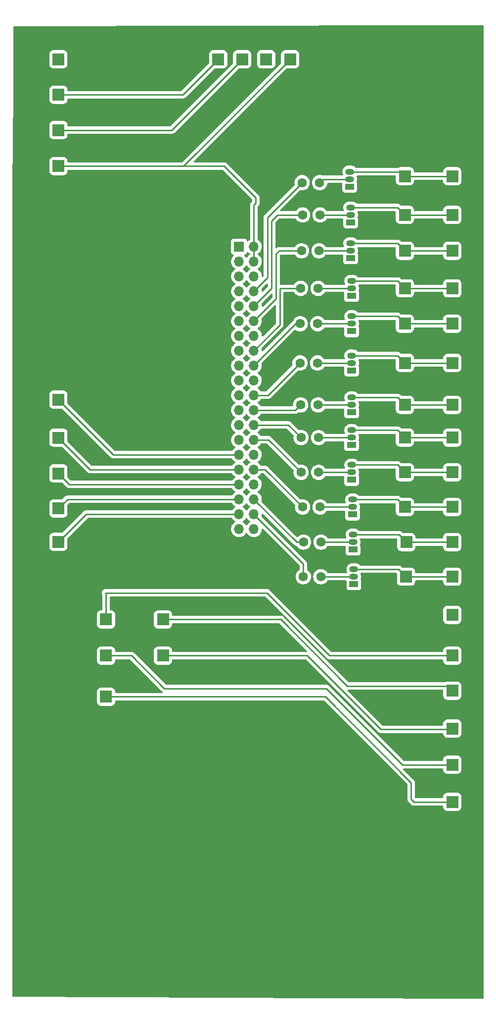
<source format=gbr>
%TF.GenerationSoftware,KiCad,Pcbnew,(6.0.4)*%
%TF.CreationDate,2022-07-16T18:17:00-05:00*%
%TF.ProjectId,macro_controller,6d616372-6f5f-4636-9f6e-74726f6c6c65,rev?*%
%TF.SameCoordinates,Original*%
%TF.FileFunction,Copper,L1,Top*%
%TF.FilePolarity,Positive*%
%FSLAX46Y46*%
G04 Gerber Fmt 4.6, Leading zero omitted, Abs format (unit mm)*
G04 Created by KiCad (PCBNEW (6.0.4)) date 2022-07-16 18:17:00*
%MOMM*%
%LPD*%
G01*
G04 APERTURE LIST*
G04 Aperture macros list*
%AMRoundRect*
0 Rectangle with rounded corners*
0 $1 Rounding radius*
0 $2 $3 $4 $5 $6 $7 $8 $9 X,Y pos of 4 corners*
0 Add a 4 corners polygon primitive as box body*
4,1,4,$2,$3,$4,$5,$6,$7,$8,$9,$2,$3,0*
0 Add four circle primitives for the rounded corners*
1,1,$1+$1,$2,$3*
1,1,$1+$1,$4,$5*
1,1,$1+$1,$6,$7*
1,1,$1+$1,$8,$9*
0 Add four rect primitives between the rounded corners*
20,1,$1+$1,$2,$3,$4,$5,0*
20,1,$1+$1,$4,$5,$6,$7,0*
20,1,$1+$1,$6,$7,$8,$9,0*
20,1,$1+$1,$8,$9,$2,$3,0*%
G04 Aperture macros list end*
%TA.AperFunction,ComponentPad*%
%ADD10R,1.700000X1.700000*%
%TD*%
%TA.AperFunction,ComponentPad*%
%ADD11O,1.700000X1.700000*%
%TD*%
%TA.AperFunction,ComponentPad*%
%ADD12RoundRect,0.250001X-0.799999X-0.799999X0.799999X-0.799999X0.799999X0.799999X-0.799999X0.799999X0*%
%TD*%
%TA.AperFunction,ComponentPad*%
%ADD13C,1.600000*%
%TD*%
%TA.AperFunction,ComponentPad*%
%ADD14R,1.500000X1.050000*%
%TD*%
%TA.AperFunction,ComponentPad*%
%ADD15O,1.500000X1.050000*%
%TD*%
%TA.AperFunction,Conductor*%
%ADD16C,0.250000*%
%TD*%
G04 APERTURE END LIST*
D10*
%TO.P,J6,1,3V3*%
%TO.N,unconnected-(J6-Pad1)*%
X52825600Y-56291400D03*
D11*
%TO.P,J6,2,5V*%
%TO.N,Net-(J41-Pad1)*%
X55365600Y-56291400D03*
%TO.P,J6,3,SDA/GPIO2*%
%TO.N,unconnected-(J6-Pad3)*%
X52825600Y-58831400D03*
%TO.P,J6,4,5V*%
%TO.N,Net-(J41-Pad1)*%
X55365600Y-58831400D03*
%TO.P,J6,5,SCL/GPIO3*%
%TO.N,unconnected-(J6-Pad5)*%
X52825600Y-61371400D03*
%TO.P,J6,6,GND*%
%TO.N,unconnected-(J6-Pad6)*%
X55365600Y-61371400D03*
%TO.P,J6,7,GCLK0/GPIO4*%
%TO.N,unconnected-(J6-Pad7)*%
X52825600Y-63911400D03*
%TO.P,J6,8,GPIO14/TXD*%
%TO.N,Net-(J6-Pad8)*%
X55365600Y-63911400D03*
%TO.P,J6,9,GND*%
%TO.N,unconnected-(J6-Pad9)*%
X52825600Y-66451400D03*
%TO.P,J6,10,GPIO15/RXD*%
%TO.N,Net-(R2-Pad1)*%
X55365600Y-66451400D03*
%TO.P,J6,11,GPIO17*%
%TO.N,unconnected-(J6-Pad11)*%
X52825600Y-68991400D03*
%TO.P,J6,12,GPIO18/PWM0*%
%TO.N,Net-(R3-Pad1)*%
X55365600Y-68991400D03*
%TO.P,J6,13,GPIO27*%
%TO.N,unconnected-(J6-Pad13)*%
X52825600Y-71531400D03*
%TO.P,J6,14,GND*%
%TO.N,unconnected-(J6-Pad14)*%
X55365600Y-71531400D03*
%TO.P,J6,15,GPIO22*%
%TO.N,unconnected-(J6-Pad15)*%
X52825600Y-74071400D03*
%TO.P,J6,16,GPIO23*%
%TO.N,Net-(J6-Pad16)*%
X55365600Y-74071400D03*
%TO.P,J6,17,3V3*%
%TO.N,unconnected-(J6-Pad17)*%
X52825600Y-76611400D03*
%TO.P,J6,18,GPIO24*%
%TO.N,Net-(R5-Pad1)*%
X55365600Y-76611400D03*
%TO.P,J6,19,MOSI0/GPIO10*%
%TO.N,unconnected-(J6-Pad19)*%
X52825600Y-79151400D03*
%TO.P,J6,20,GND*%
%TO.N,unconnected-(J6-Pad20)*%
X55365600Y-79151400D03*
%TO.P,J6,21,MISO0/GPIO9*%
%TO.N,unconnected-(J6-Pad21)*%
X52825600Y-81691400D03*
%TO.P,J6,22,GPIO25*%
%TO.N,Net-(R6-Pad1)*%
X55365600Y-81691400D03*
%TO.P,J6,23,SCLK0/GPIO11*%
%TO.N,unconnected-(J6-Pad23)*%
X52825600Y-84231400D03*
%TO.P,J6,24,~{CE0}/GPIO8*%
%TO.N,Net-(R7-Pad1)*%
X55365600Y-84231400D03*
%TO.P,J6,25,GND*%
%TO.N,unconnected-(J6-Pad25)*%
X52825600Y-86771400D03*
%TO.P,J6,26,~{CE1}/GPIO7*%
%TO.N,Net-(J6-Pad26)*%
X55365600Y-86771400D03*
%TO.P,J6,27,ID_SD/GPIO0*%
%TO.N,unconnected-(J6-Pad27)*%
X52825600Y-89311400D03*
%TO.P,J6,28,ID_SC/GPIO1*%
%TO.N,Net-(R8-Pad1)*%
X55365600Y-89311400D03*
%TO.P,J6,29,GCLK1/GPIO5*%
%TO.N,Net-(J36-Pad1)*%
X52825600Y-91851400D03*
%TO.P,J6,30,GND*%
%TO.N,unconnected-(J6-Pad30)*%
X55365600Y-91851400D03*
%TO.P,J6,31,GCLK2/GPIO6*%
%TO.N,Net-(J6-Pad31)*%
X52825600Y-94391400D03*
%TO.P,J6,32,PWM0/GPIO12*%
%TO.N,Net-(R9-Pad1)*%
X55365600Y-94391400D03*
%TO.P,J6,33,PWM1/GPIO13*%
%TO.N,Net-(J6-Pad33)*%
X52825600Y-96931400D03*
%TO.P,J6,34,GND*%
%TO.N,unconnected-(J6-Pad34)*%
X55365600Y-96931400D03*
%TO.P,J6,35,GPIO19/MISO1*%
%TO.N,Net-(J6-Pad35)*%
X52825600Y-99471400D03*
%TO.P,J6,36,GPIO16*%
%TO.N,Net-(R10-Pad1)*%
X55365600Y-99471400D03*
%TO.P,J6,37,GPIO26*%
%TO.N,Net-(J6-Pad37)*%
X52825600Y-102011400D03*
%TO.P,J6,38,GPIO20/MOSI1*%
%TO.N,Net-(R11-Pad1)*%
X55365600Y-102011400D03*
%TO.P,J6,39,GND*%
%TO.N,Net-(J44-Pad1)*%
X52825600Y-104551400D03*
%TO.P,J6,40,GPIO21/SCLK1*%
%TO.N,unconnected-(J6-Pad40)*%
X55365600Y-104551400D03*
%TD*%
D12*
%TO.P,J24,1,Pin_1*%
%TO.N,Net-(J7-Pad1)*%
X89331800Y-76174600D03*
%TD*%
%TO.P,J23,1,Pin_1*%
%TO.N,Net-(J23-Pad1)*%
X89331800Y-69469000D03*
%TD*%
%TO.P,J22,1,Pin_1*%
%TO.N,Net-(J4-Pad1)*%
X89331800Y-63423800D03*
%TD*%
%TO.P,J21,1,Pin_1*%
%TO.N,Net-(J3-Pad1)*%
X89331800Y-56997600D03*
%TD*%
%TO.P,J20,1,Pin_1*%
%TO.N,Net-(J2-Pad1)*%
X89331800Y-50876200D03*
%TD*%
%TO.P,J19,1,Pin_1*%
%TO.N,Net-(J1-Pad1)*%
X89331800Y-44272200D03*
%TD*%
%TO.P,J18,1,Pin_1*%
%TO.N,Net-(J35-Pad1)*%
X30048200Y-120015000D03*
%TD*%
%TO.P,J17,1,Pin_1*%
%TO.N,Net-(J34-Pad1)*%
X30048200Y-133223000D03*
%TD*%
%TO.P,J16,1,Pin_1*%
%TO.N,Net-(J33-Pad1)*%
X30048200Y-126187200D03*
%TD*%
%TO.P,J37,1,Pin_1*%
%TO.N,Net-(J6-Pad31)*%
X21894800Y-88950800D03*
%TD*%
%TO.P,J15,1,Pin_1*%
%TO.N,Net-(J32-Pad1)*%
X39801800Y-120015000D03*
%TD*%
%TO.P,J14,1,Pin_1*%
%TO.N,Net-(J31-Pad1)*%
X39801800Y-126187200D03*
%TD*%
%TO.P,J13,1,Pin_1*%
%TO.N,Net-(J13-Pad1)*%
X81408400Y-112699800D03*
%TD*%
%TO.P,J12,1,Pin_1*%
%TO.N,Net-(J12-Pad1)*%
X81457800Y-106781600D03*
%TD*%
%TO.P,J11,1,Pin_1*%
%TO.N,Net-(J11-Pad1)*%
X81229200Y-100787200D03*
%TD*%
%TO.P,J9,1,Pin_1*%
%TO.N,Net-(J9-Pad1)*%
X81229200Y-88925400D03*
%TD*%
%TO.P,J8,1,Pin_1*%
%TO.N,Net-(J25-Pad1)*%
X81229200Y-83337400D03*
%TD*%
%TO.P,J7,1,Pin_1*%
%TO.N,Net-(J7-Pad1)*%
X81229200Y-76174600D03*
%TD*%
%TO.P,J5,1,Pin_1*%
%TO.N,Net-(J23-Pad1)*%
X81229200Y-69469000D03*
%TD*%
%TO.P,J4,1,Pin_1*%
%TO.N,Net-(J4-Pad1)*%
X81229200Y-63423800D03*
%TD*%
%TO.P,J3,1,Pin_1*%
%TO.N,Net-(J3-Pad1)*%
X81229200Y-56997600D03*
%TD*%
%TO.P,J2,1,Pin_1*%
%TO.N,Net-(J2-Pad1)*%
X81229200Y-50876200D03*
%TD*%
%TO.P,J1,1,Pin_1*%
%TO.N,Net-(J1-Pad1)*%
X81229200Y-44272200D03*
%TD*%
%TO.P,J49,1,Pin_1*%
%TO.N,Net-(J44-Pad1)*%
X89331800Y-119227600D03*
%TD*%
%TO.P,J48,1,Pin_1*%
%TO.N,Net-(J44-Pad1)*%
X57480200Y-24282400D03*
%TD*%
%TO.P,J47,1,Pin_1*%
%TO.N,Net-(J43-Pad1)*%
X49267534Y-24282400D03*
%TD*%
%TO.P,J46,1,Pin_1*%
%TO.N,Net-(J42-Pad1)*%
X53373867Y-24282400D03*
%TD*%
%TO.P,J45,1,Pin_1*%
%TO.N,Net-(J41-Pad1)*%
X61586534Y-24282400D03*
%TD*%
%TO.P,J44,1,Pin_1*%
%TO.N,Net-(J44-Pad1)*%
X21894800Y-24282400D03*
%TD*%
%TO.P,J43,1,Pin_1*%
%TO.N,Net-(J43-Pad1)*%
X21894800Y-30327600D03*
%TD*%
%TO.P,J42,1,Pin_1*%
%TO.N,Net-(J42-Pad1)*%
X21894800Y-36372800D03*
%TD*%
%TO.P,J41,1,Pin_1*%
%TO.N,Net-(J41-Pad1)*%
X21894800Y-42519600D03*
%TD*%
%TO.P,J40,1,Pin_1*%
%TO.N,Net-(J6-Pad37)*%
X21894800Y-106756200D03*
%TD*%
%TO.P,J39,1,Pin_1*%
%TO.N,Net-(J6-Pad35)*%
X21894800Y-101041200D03*
%TD*%
%TO.P,J38,1,Pin_1*%
%TO.N,Net-(J6-Pad33)*%
X21894800Y-95046800D03*
%TD*%
%TO.P,J10,1,Pin_1*%
%TO.N,Net-(J10-Pad1)*%
X81229200Y-94869000D03*
%TD*%
%TO.P,J36,1,Pin_1*%
%TO.N,Net-(J36-Pad1)*%
X21894800Y-82448400D03*
%TD*%
%TO.P,J35,1,Pin_1*%
%TO.N,Net-(J35-Pad1)*%
X89331800Y-126187200D03*
%TD*%
%TO.P,J34,1,Pin_1*%
%TO.N,Net-(J34-Pad1)*%
X89331800Y-151180800D03*
%TD*%
%TO.P,J33,1,Pin_1*%
%TO.N,Net-(J33-Pad1)*%
X89331800Y-144830800D03*
%TD*%
%TO.P,J32,1,Pin_1*%
%TO.N,Net-(J32-Pad1)*%
X89331800Y-132181600D03*
%TD*%
%TO.P,J31,1,Pin_1*%
%TO.N,Net-(J31-Pad1)*%
X89331800Y-138658600D03*
%TD*%
%TO.P,J30,1,Pin_1*%
%TO.N,Net-(J13-Pad1)*%
X89331800Y-112699800D03*
%TD*%
%TO.P,J29,1,Pin_1*%
%TO.N,Net-(J12-Pad1)*%
X89331800Y-106781600D03*
%TD*%
%TO.P,J28,1,Pin_1*%
%TO.N,Net-(J11-Pad1)*%
X89331800Y-100787200D03*
%TD*%
%TO.P,J27,1,Pin_1*%
%TO.N,Net-(J10-Pad1)*%
X89331800Y-94869000D03*
%TD*%
%TO.P,J26,1,Pin_1*%
%TO.N,Net-(J9-Pad1)*%
X89331800Y-88925400D03*
%TD*%
%TO.P,J25,1,Pin_1*%
%TO.N,Net-(J25-Pad1)*%
X89331800Y-83337400D03*
%TD*%
D13*
%TO.P,R12,1*%
%TO.N,Net-(J6-Pad26)*%
X63446400Y-88925400D03*
%TO.P,R12,2*%
%TO.N,Net-(Q8-Pad2)*%
X66446400Y-88925400D03*
%TD*%
%TO.P,R11,1*%
%TO.N,Net-(R11-Pad1)*%
X63828800Y-112699800D03*
%TO.P,R11,2*%
%TO.N,Net-(Q12-Pad2)*%
X66828800Y-112699800D03*
%TD*%
%TO.P,R10,1*%
%TO.N,Net-(R10-Pad1)*%
X63852800Y-106781600D03*
%TO.P,R10,2*%
%TO.N,Net-(Q11-Pad2)*%
X66852800Y-106781600D03*
%TD*%
%TO.P,R9,1*%
%TO.N,Net-(R9-Pad1)*%
X63700400Y-100787200D03*
%TO.P,R9,2*%
%TO.N,Net-(Q10-Pad2)*%
X66700400Y-100787200D03*
%TD*%
%TO.P,R8,1*%
%TO.N,Net-(R8-Pad1)*%
X63446400Y-94869000D03*
%TO.P,R8,2*%
%TO.N,Net-(Q9-Pad2)*%
X66446400Y-94869000D03*
%TD*%
%TO.P,R7,1*%
%TO.N,Net-(R7-Pad1)*%
X63370200Y-83337400D03*
%TO.P,R7,2*%
%TO.N,Net-(Q7-Pad2)*%
X66370200Y-83337400D03*
%TD*%
%TO.P,R6,1*%
%TO.N,Net-(R6-Pad1)*%
X63268600Y-76174600D03*
%TO.P,R6,2*%
%TO.N,Net-(Q6-Pad2)*%
X66268600Y-76174600D03*
%TD*%
%TO.P,R5,1*%
%TO.N,Net-(R5-Pad1)*%
X63294000Y-69469000D03*
%TO.P,R5,2*%
%TO.N,Net-(Q5-Pad2)*%
X66294000Y-69469000D03*
%TD*%
%TO.P,R4,1*%
%TO.N,Net-(J6-Pad16)*%
X63370200Y-63423800D03*
%TO.P,R4,2*%
%TO.N,Net-(Q4-Pad2)*%
X66370200Y-63423800D03*
%TD*%
%TO.P,R2,1*%
%TO.N,Net-(R2-Pad1)*%
X63700400Y-50876200D03*
%TO.P,R2,2*%
%TO.N,Net-(Q2-Pad2)*%
X66700400Y-50876200D03*
%TD*%
%TO.P,R1,1*%
%TO.N,Net-(J6-Pad8)*%
X63624200Y-45364400D03*
%TO.P,R1,2*%
%TO.N,Net-(Q1-Pad2)*%
X66624200Y-45364400D03*
%TD*%
%TO.P,R3,1*%
%TO.N,Net-(R3-Pad1)*%
X63522600Y-56997600D03*
%TO.P,R3,2*%
%TO.N,Net-(Q3-Pad2)*%
X66522600Y-56997600D03*
%TD*%
D14*
%TO.P,Q12,1,E*%
%TO.N,Net-(J44-Pad1)*%
X72470600Y-113969800D03*
D15*
%TO.P,Q12,2,B*%
%TO.N,Net-(Q12-Pad2)*%
X72470600Y-112699800D03*
%TO.P,Q12,3,C*%
%TO.N,Net-(J13-Pad1)*%
X72470600Y-111429800D03*
%TD*%
D14*
%TO.P,Q11,1,E*%
%TO.N,Net-(J44-Pad1)*%
X72337800Y-108051600D03*
D15*
%TO.P,Q11,2,B*%
%TO.N,Net-(Q11-Pad2)*%
X72337800Y-106781600D03*
%TO.P,Q11,3,C*%
%TO.N,Net-(J12-Pad1)*%
X72337800Y-105511600D03*
%TD*%
D14*
%TO.P,Q10,1,E*%
%TO.N,Net-(J44-Pad1)*%
X72261600Y-102057200D03*
D15*
%TO.P,Q10,2,B*%
%TO.N,Net-(Q10-Pad2)*%
X72261600Y-100787200D03*
%TO.P,Q10,3,C*%
%TO.N,Net-(J11-Pad1)*%
X72261600Y-99517200D03*
%TD*%
D14*
%TO.P,Q9,1,E*%
%TO.N,Net-(J44-Pad1)*%
X72113600Y-96139000D03*
D15*
%TO.P,Q9,2,B*%
%TO.N,Net-(Q9-Pad2)*%
X72113600Y-94869000D03*
%TO.P,Q9,3,C*%
%TO.N,Net-(J10-Pad1)*%
X72113600Y-93599000D03*
%TD*%
D14*
%TO.P,Q8,1,E*%
%TO.N,Net-(J44-Pad1)*%
X72113600Y-90195400D03*
D15*
%TO.P,Q8,2,B*%
%TO.N,Net-(Q8-Pad2)*%
X72113600Y-88925400D03*
%TO.P,Q8,3,C*%
%TO.N,Net-(J9-Pad1)*%
X72113600Y-87655400D03*
%TD*%
D14*
%TO.P,Q7,1,E*%
%TO.N,Net-(J44-Pad1)*%
X72113600Y-84607400D03*
D15*
%TO.P,Q7,2,B*%
%TO.N,Net-(Q7-Pad2)*%
X72113600Y-83337400D03*
%TO.P,Q7,3,C*%
%TO.N,Net-(J25-Pad1)*%
X72113600Y-82067400D03*
%TD*%
D14*
%TO.P,Q6,1,E*%
%TO.N,Net-(J44-Pad1)*%
X72109200Y-77444600D03*
D15*
%TO.P,Q6,2,B*%
%TO.N,Net-(Q6-Pad2)*%
X72109200Y-76174600D03*
%TO.P,Q6,3,C*%
%TO.N,Net-(J7-Pad1)*%
X72109200Y-74904600D03*
%TD*%
D14*
%TO.P,Q5,1,E*%
%TO.N,Net-(J44-Pad1)*%
X72113600Y-70739000D03*
D15*
%TO.P,Q5,2,B*%
%TO.N,Net-(Q5-Pad2)*%
X72113600Y-69469000D03*
%TO.P,Q5,3,C*%
%TO.N,Net-(J23-Pad1)*%
X72113600Y-68199000D03*
%TD*%
D14*
%TO.P,Q4,1,E*%
%TO.N,Net-(J44-Pad1)*%
X72113600Y-64693800D03*
D15*
%TO.P,Q4,2,B*%
%TO.N,Net-(Q4-Pad2)*%
X72113600Y-63423800D03*
%TO.P,Q4,3,C*%
%TO.N,Net-(J4-Pad1)*%
X72113600Y-62153800D03*
%TD*%
D14*
%TO.P,Q3,1,E*%
%TO.N,Net-(J44-Pad1)*%
X71935800Y-58267600D03*
D15*
%TO.P,Q3,2,B*%
%TO.N,Net-(Q3-Pad2)*%
X71935800Y-56997600D03*
%TO.P,Q3,3,C*%
%TO.N,Net-(J3-Pad1)*%
X71935800Y-55727600D03*
%TD*%
D14*
%TO.P,Q2,1,E*%
%TO.N,Net-(J44-Pad1)*%
X71935800Y-52146200D03*
D15*
%TO.P,Q2,2,B*%
%TO.N,Net-(Q2-Pad2)*%
X71935800Y-50876200D03*
%TO.P,Q2,3,C*%
%TO.N,Net-(J2-Pad1)*%
X71935800Y-49606200D03*
%TD*%
D14*
%TO.P,Q1,1,E*%
%TO.N,Net-(J44-Pad1)*%
X71783400Y-46024800D03*
D15*
%TO.P,Q1,2,B*%
%TO.N,Net-(Q1-Pad2)*%
X71783400Y-44754800D03*
%TO.P,Q1,3,C*%
%TO.N,Net-(J1-Pad1)*%
X71783400Y-43484800D03*
%TD*%
D16*
%TO.N,Net-(J3-Pad1)*%
X81229200Y-56997600D02*
X89331800Y-56997600D01*
X79959200Y-55727600D02*
X81229200Y-56997600D01*
X71935800Y-55727600D02*
X79959200Y-55727600D01*
%TO.N,Net-(Q4-Pad2)*%
X66370200Y-63423800D02*
X72113600Y-63423800D01*
%TO.N,Net-(J36-Pad1)*%
X31297800Y-91851400D02*
X21894800Y-82448400D01*
X52825600Y-91851400D02*
X31297800Y-91851400D01*
%TO.N,Net-(J6-Pad31)*%
X27335400Y-94391400D02*
X21894800Y-88950800D01*
X52825600Y-94391400D02*
X27335400Y-94391400D01*
%TO.N,Net-(J6-Pad33)*%
X23779400Y-96931400D02*
X21894800Y-95046800D01*
X52825600Y-96931400D02*
X23779400Y-96931400D01*
%TO.N,Net-(J6-Pad35)*%
X23464600Y-99471400D02*
X21894800Y-101041200D01*
X52825600Y-99471400D02*
X23464600Y-99471400D01*
%TO.N,Net-(J6-Pad37)*%
X26639600Y-102011400D02*
X21894800Y-106756200D01*
X52825600Y-102011400D02*
X26639600Y-102011400D01*
%TO.N,Net-(J41-Pad1)*%
X21894800Y-42519600D02*
X43349334Y-42519600D01*
X43349334Y-42519600D02*
X61586534Y-24282400D01*
%TO.N,Net-(J42-Pad1)*%
X41283467Y-36372800D02*
X53373867Y-24282400D01*
X21894800Y-36372800D02*
X41283467Y-36372800D01*
%TO.N,Net-(J43-Pad1)*%
X43222334Y-30327600D02*
X49267534Y-24282400D01*
X21894800Y-30327600D02*
X43222334Y-30327600D01*
%TO.N,Net-(J34-Pad1)*%
X82727800Y-151180800D02*
X89331800Y-151180800D01*
X82296000Y-147904200D02*
X82296000Y-150749000D01*
X82296000Y-150749000D02*
X82727800Y-151180800D01*
X67614800Y-133223000D02*
X82296000Y-147904200D01*
X30048200Y-133223000D02*
X67614800Y-133223000D01*
%TO.N,Net-(J33-Pad1)*%
X67767200Y-131800600D02*
X80797400Y-144830800D01*
X80797400Y-144830800D02*
X89331800Y-144830800D01*
X34417000Y-126187200D02*
X40030400Y-131800600D01*
X40030400Y-131800600D02*
X67767200Y-131800600D01*
X30048200Y-126187200D02*
X34417000Y-126187200D01*
%TO.N,Net-(J31-Pad1)*%
X77089000Y-138785600D02*
X89204800Y-138785600D01*
X64490600Y-126187200D02*
X77089000Y-138785600D01*
X39801800Y-126187200D02*
X64490600Y-126187200D01*
X89204800Y-138785600D02*
X89331800Y-138658600D01*
%TO.N,Net-(J32-Pad1)*%
X88544400Y-131394200D02*
X89331800Y-132181600D01*
X71374000Y-131394200D02*
X88544400Y-131394200D01*
X59994800Y-120015000D02*
X71374000Y-131394200D01*
X39801800Y-120015000D02*
X59994800Y-120015000D01*
%TO.N,Net-(J35-Pad1)*%
X68326000Y-126187200D02*
X89331800Y-126187200D01*
X57607200Y-115468400D02*
X68326000Y-126187200D01*
X29946600Y-115468400D02*
X57607200Y-115468400D01*
X30048200Y-115570000D02*
X29946600Y-115468400D01*
X30048200Y-120015000D02*
X30048200Y-115570000D01*
%TO.N,Net-(J13-Pad1)*%
X81408400Y-112699800D02*
X89331800Y-112699800D01*
X80138400Y-111429800D02*
X81408400Y-112699800D01*
X72470600Y-111429800D02*
X80138400Y-111429800D01*
%TO.N,Net-(J12-Pad1)*%
X81457800Y-106781600D02*
X89331800Y-106781600D01*
X80187800Y-105511600D02*
X81457800Y-106781600D01*
X72337800Y-105511600D02*
X80187800Y-105511600D01*
%TO.N,Net-(J11-Pad1)*%
X81229200Y-100787200D02*
X89331800Y-100787200D01*
X79959200Y-99517200D02*
X81229200Y-100787200D01*
X72261600Y-99517200D02*
X79959200Y-99517200D01*
%TO.N,Net-(J10-Pad1)*%
X81229200Y-94869000D02*
X89331800Y-94869000D01*
X79959200Y-93599000D02*
X81229200Y-94869000D01*
X72113600Y-93599000D02*
X79959200Y-93599000D01*
%TO.N,Net-(J9-Pad1)*%
X81229200Y-88925400D02*
X89331800Y-88925400D01*
X79959200Y-87655400D02*
X81229200Y-88925400D01*
X72113600Y-87655400D02*
X79959200Y-87655400D01*
%TO.N,Net-(J25-Pad1)*%
X81229200Y-83337400D02*
X89331800Y-83337400D01*
X79959200Y-82067400D02*
X81229200Y-83337400D01*
X72113600Y-82067400D02*
X79959200Y-82067400D01*
%TO.N,Net-(J7-Pad1)*%
X81229200Y-76174600D02*
X89331800Y-76174600D01*
X79959200Y-74904600D02*
X81229200Y-76174600D01*
X72109200Y-74904600D02*
X79959200Y-74904600D01*
%TO.N,Net-(J23-Pad1)*%
X81229200Y-69469000D02*
X89331800Y-69469000D01*
X79959200Y-68199000D02*
X81229200Y-69469000D01*
X72113600Y-68199000D02*
X79959200Y-68199000D01*
%TO.N,Net-(J4-Pad1)*%
X81229200Y-63423800D02*
X89331800Y-63423800D01*
X79959200Y-62153800D02*
X81229200Y-63423800D01*
X72113600Y-62153800D02*
X79959200Y-62153800D01*
%TO.N,Net-(J2-Pad1)*%
X81229200Y-50876200D02*
X89331800Y-50876200D01*
X79959200Y-49606200D02*
X81229200Y-50876200D01*
X71935800Y-49606200D02*
X79959200Y-49606200D01*
%TO.N,Net-(J1-Pad1)*%
X81229200Y-44272200D02*
X89331800Y-44272200D01*
X80441800Y-43484800D02*
X81229200Y-44272200D01*
X71783400Y-43484800D02*
X80441800Y-43484800D01*
%TO.N,Net-(Q1-Pad2)*%
X67233800Y-44754800D02*
X71783400Y-44754800D01*
X66624200Y-45364400D02*
X67233800Y-44754800D01*
%TO.N,Net-(Q2-Pad2)*%
X66700400Y-50876200D02*
X71935800Y-50876200D01*
%TO.N,Net-(Q3-Pad2)*%
X66522600Y-56997600D02*
X71935800Y-56997600D01*
%TO.N,Net-(Q5-Pad2)*%
X66294000Y-69469000D02*
X72113600Y-69469000D01*
%TO.N,Net-(Q6-Pad2)*%
X66268600Y-76174600D02*
X72109200Y-76174600D01*
%TO.N,Net-(Q7-Pad2)*%
X66370200Y-83337400D02*
X72113600Y-83337400D01*
%TO.N,Net-(Q8-Pad2)*%
X66446400Y-88925400D02*
X72113600Y-88925400D01*
%TO.N,Net-(Q9-Pad2)*%
X66446400Y-94869000D02*
X72113600Y-94869000D01*
%TO.N,Net-(Q12-Pad2)*%
X66828800Y-112699800D02*
X72470600Y-112699800D01*
%TO.N,Net-(Q11-Pad2)*%
X66852800Y-106781600D02*
X72337800Y-106781600D01*
%TO.N,Net-(Q10-Pad2)*%
X66700400Y-100787200D02*
X72261600Y-100787200D01*
%TO.N,Net-(R11-Pad1)*%
X63828800Y-110474600D02*
X63828800Y-112699800D01*
X55365600Y-102011400D02*
X63828800Y-110474600D01*
%TO.N,Net-(R10-Pad1)*%
X62675800Y-106781600D02*
X63852800Y-106781600D01*
X55365600Y-99471400D02*
X62675800Y-106781600D01*
%TO.N,Net-(R9-Pad1)*%
X55365600Y-94391400D02*
X57304600Y-94391400D01*
X57304600Y-94391400D02*
X63700400Y-100787200D01*
%TO.N,Net-(R8-Pad1)*%
X57888800Y-89311400D02*
X63446400Y-94869000D01*
X55365600Y-89311400D02*
X57888800Y-89311400D01*
%TO.N,Net-(J6-Pad26)*%
X55365600Y-86771400D02*
X61292400Y-86771400D01*
X61292400Y-86771400D02*
X63446400Y-88925400D01*
%TO.N,Net-(R7-Pad1)*%
X62476200Y-84231400D02*
X63370200Y-83337400D01*
X55365600Y-84231400D02*
X62476200Y-84231400D01*
%TO.N,Net-(R6-Pad1)*%
X57751800Y-81691400D02*
X63268600Y-76174600D01*
X55365600Y-81691400D02*
X57751800Y-81691400D01*
%TO.N,Net-(R5-Pad1)*%
X62508000Y-69469000D02*
X63294000Y-69469000D01*
X55365600Y-76611400D02*
X62508000Y-69469000D01*
%TO.N,Net-(J6-Pad16)*%
X59791600Y-63525400D02*
X59893200Y-63423800D01*
X59893200Y-63423800D02*
X63370200Y-63423800D01*
X59791600Y-69645400D02*
X59791600Y-63525400D01*
X55365600Y-74071400D02*
X59791600Y-69645400D01*
%TO.N,Net-(R3-Pad1)*%
X59715400Y-56997600D02*
X63522600Y-56997600D01*
X59182000Y-57531000D02*
X59715400Y-56997600D01*
X59182000Y-65175000D02*
X59182000Y-57531000D01*
X55365600Y-68991400D02*
X59182000Y-65175000D01*
%TO.N,Net-(R2-Pad1)*%
X58394600Y-51866800D02*
X59385200Y-50876200D01*
X59385200Y-50876200D02*
X63700400Y-50876200D01*
X58394600Y-63422400D02*
X58394600Y-51866800D01*
X55365600Y-66451400D02*
X58394600Y-63422400D01*
%TO.N,Net-(J6-Pad8)*%
X57683400Y-61593600D02*
X57683400Y-51305200D01*
X57683400Y-51305200D02*
X63624200Y-45364400D01*
X55365600Y-63911400D02*
X57683400Y-61593600D01*
%TO.N,Net-(J41-Pad1)*%
X50266600Y-42519600D02*
X21894800Y-42519600D01*
X55702200Y-47955200D02*
X50266600Y-42519600D01*
X55702200Y-48844200D02*
X55702200Y-47955200D01*
X55365600Y-49180800D02*
X55702200Y-48844200D01*
X55365600Y-56291400D02*
X55365600Y-49180800D01*
X55365600Y-58831400D02*
X55365600Y-56291400D01*
%TD*%
%TA.AperFunction,NonConductor*%
G36*
X54348750Y-57204526D02*
G01*
X54383417Y-57232514D01*
X54411850Y-57265338D01*
X54488446Y-57328929D01*
X54574094Y-57400035D01*
X54583726Y-57408032D01*
X54588193Y-57410642D01*
X54657045Y-57450876D01*
X54705769Y-57502514D01*
X54718840Y-57572297D01*
X54692109Y-57638069D01*
X54651655Y-57671427D01*
X54639207Y-57677907D01*
X54635074Y-57681010D01*
X54635071Y-57681012D01*
X54511167Y-57774042D01*
X54460565Y-57812035D01*
X54456993Y-57815773D01*
X54325125Y-57953765D01*
X54306229Y-57973538D01*
X54198801Y-58131021D01*
X54143893Y-58176021D01*
X54073368Y-58184192D01*
X54009621Y-58152938D01*
X53988924Y-58128454D01*
X53908422Y-58004017D01*
X53908420Y-58004014D01*
X53905614Y-57999677D01*
X53902132Y-57995850D01*
X53758398Y-57837888D01*
X53727346Y-57774042D01*
X53735741Y-57703543D01*
X53780917Y-57648775D01*
X53807361Y-57635106D01*
X53913897Y-57595167D01*
X53922305Y-57592015D01*
X54038861Y-57504661D01*
X54126215Y-57388105D01*
X54148399Y-57328929D01*
X54170198Y-57270782D01*
X54212840Y-57214018D01*
X54279402Y-57189318D01*
X54348750Y-57204526D01*
G37*
%TD.AperFunction*%
%TA.AperFunction,NonConductor*%
G36*
X54177626Y-59506544D02*
G01*
X54205475Y-59538394D01*
X54265587Y-59636488D01*
X54411850Y-59805338D01*
X54583726Y-59948032D01*
X54654195Y-59989211D01*
X54657045Y-59990876D01*
X54705769Y-60042514D01*
X54718840Y-60112297D01*
X54692109Y-60178069D01*
X54651655Y-60211427D01*
X54639207Y-60217907D01*
X54635074Y-60221010D01*
X54635071Y-60221012D01*
X54610847Y-60239200D01*
X54460565Y-60352035D01*
X54306229Y-60513538D01*
X54198801Y-60671021D01*
X54143893Y-60716021D01*
X54073368Y-60724192D01*
X54009621Y-60692938D01*
X53988924Y-60668454D01*
X53908422Y-60544017D01*
X53908420Y-60544014D01*
X53905614Y-60539677D01*
X53755270Y-60374451D01*
X53751219Y-60371252D01*
X53751215Y-60371248D01*
X53584014Y-60239200D01*
X53584010Y-60239198D01*
X53579959Y-60235998D01*
X53538653Y-60213196D01*
X53488684Y-60162764D01*
X53473912Y-60093321D01*
X53499028Y-60026916D01*
X53526380Y-60000309D01*
X53570203Y-59969050D01*
X53705460Y-59872573D01*
X53863696Y-59714889D01*
X53923194Y-59632089D01*
X53994053Y-59533477D01*
X53995376Y-59534428D01*
X54042245Y-59491257D01*
X54112180Y-59479025D01*
X54177626Y-59506544D01*
G37*
%TD.AperFunction*%
%TA.AperFunction,NonConductor*%
G36*
X54177626Y-62046544D02*
G01*
X54205475Y-62078394D01*
X54265587Y-62176488D01*
X54268967Y-62180390D01*
X54279952Y-62193071D01*
X54411850Y-62345338D01*
X54583726Y-62488032D01*
X54654195Y-62529211D01*
X54657045Y-62530876D01*
X54705769Y-62582514D01*
X54718840Y-62652297D01*
X54692109Y-62718069D01*
X54651655Y-62751427D01*
X54639207Y-62757907D01*
X54635074Y-62761010D01*
X54635071Y-62761012D01*
X54464700Y-62888930D01*
X54460565Y-62892035D01*
X54306229Y-63053538D01*
X54198801Y-63211021D01*
X54143893Y-63256021D01*
X54073368Y-63264192D01*
X54009621Y-63232938D01*
X53988924Y-63208454D01*
X53908422Y-63084017D01*
X53908420Y-63084014D01*
X53905614Y-63079677D01*
X53755270Y-62914451D01*
X53751219Y-62911252D01*
X53751215Y-62911248D01*
X53584014Y-62779200D01*
X53584010Y-62779198D01*
X53579959Y-62775998D01*
X53538653Y-62753196D01*
X53488684Y-62702764D01*
X53473912Y-62633321D01*
X53499028Y-62566916D01*
X53526380Y-62540309D01*
X53570203Y-62509050D01*
X53705460Y-62412573D01*
X53863696Y-62254889D01*
X53923194Y-62172089D01*
X53994053Y-62073477D01*
X53995376Y-62074428D01*
X54042245Y-62031257D01*
X54112180Y-62019025D01*
X54177626Y-62046544D01*
G37*
%TD.AperFunction*%
%TA.AperFunction,NonConductor*%
G36*
X57679132Y-62597938D02*
G01*
X57735968Y-62640485D01*
X57760779Y-62707005D01*
X57761100Y-62715994D01*
X57761100Y-63107806D01*
X57741098Y-63175927D01*
X57724195Y-63196901D01*
X56942477Y-63978619D01*
X56880165Y-64012645D01*
X56809350Y-64007580D01*
X56752514Y-63965033D01*
X56727806Y-63899848D01*
X56710452Y-63688761D01*
X56682421Y-63577165D01*
X56685225Y-63506223D01*
X56715530Y-63457374D01*
X57546005Y-62626899D01*
X57608317Y-62592873D01*
X57679132Y-62597938D01*
G37*
%TD.AperFunction*%
%TA.AperFunction,NonConductor*%
G36*
X54177626Y-64586544D02*
G01*
X54205475Y-64618394D01*
X54265587Y-64716488D01*
X54411850Y-64885338D01*
X54583726Y-65028032D01*
X54654195Y-65069211D01*
X54657045Y-65070876D01*
X54705769Y-65122514D01*
X54718840Y-65192297D01*
X54692109Y-65258069D01*
X54651655Y-65291427D01*
X54639207Y-65297907D01*
X54635074Y-65301010D01*
X54635071Y-65301012D01*
X54464700Y-65428930D01*
X54460565Y-65432035D01*
X54306229Y-65593538D01*
X54198801Y-65751021D01*
X54143893Y-65796021D01*
X54073368Y-65804192D01*
X54009621Y-65772938D01*
X53988924Y-65748454D01*
X53908422Y-65624017D01*
X53908420Y-65624014D01*
X53905614Y-65619677D01*
X53755270Y-65454451D01*
X53751219Y-65451252D01*
X53751215Y-65451248D01*
X53584014Y-65319200D01*
X53584010Y-65319198D01*
X53579959Y-65315998D01*
X53538653Y-65293196D01*
X53488684Y-65242764D01*
X53473912Y-65173321D01*
X53499028Y-65106916D01*
X53526380Y-65080309D01*
X53570203Y-65049050D01*
X53705460Y-64952573D01*
X53863696Y-64794889D01*
X53923194Y-64712089D01*
X53994053Y-64613477D01*
X53995376Y-64614428D01*
X54042245Y-64571257D01*
X54112180Y-64559025D01*
X54177626Y-64586544D01*
G37*
%TD.AperFunction*%
%TA.AperFunction,NonConductor*%
G36*
X58466533Y-64350539D02*
G01*
X58523368Y-64393086D01*
X58548179Y-64459606D01*
X58548500Y-64468595D01*
X58548500Y-64860406D01*
X58528498Y-64928527D01*
X58511595Y-64949501D01*
X56942477Y-66518619D01*
X56880165Y-66552645D01*
X56809350Y-66547580D01*
X56752514Y-66505033D01*
X56727806Y-66439848D01*
X56710452Y-66228761D01*
X56682421Y-66117165D01*
X56685225Y-66046223D01*
X56715530Y-65997374D01*
X58333405Y-64379500D01*
X58395717Y-64345474D01*
X58466533Y-64350539D01*
G37*
%TD.AperFunction*%
%TA.AperFunction,NonConductor*%
G36*
X54177626Y-67126544D02*
G01*
X54205475Y-67158394D01*
X54265587Y-67256488D01*
X54411850Y-67425338D01*
X54488446Y-67488929D01*
X54576485Y-67562020D01*
X54583726Y-67568032D01*
X54614165Y-67585819D01*
X54657045Y-67610876D01*
X54705769Y-67662514D01*
X54718840Y-67732297D01*
X54692109Y-67798069D01*
X54651655Y-67831427D01*
X54639207Y-67837907D01*
X54635074Y-67841010D01*
X54635071Y-67841012D01*
X54527906Y-67921474D01*
X54460565Y-67972035D01*
X54448851Y-67984293D01*
X54361497Y-68075704D01*
X54306229Y-68133538D01*
X54198801Y-68291021D01*
X54143893Y-68336021D01*
X54073368Y-68344192D01*
X54009621Y-68312938D01*
X53988924Y-68288454D01*
X53908422Y-68164017D01*
X53908420Y-68164014D01*
X53905614Y-68159677D01*
X53755270Y-67994451D01*
X53751219Y-67991252D01*
X53751215Y-67991248D01*
X53584014Y-67859200D01*
X53584010Y-67859198D01*
X53579959Y-67855998D01*
X53538653Y-67833196D01*
X53488684Y-67782764D01*
X53473912Y-67713321D01*
X53499028Y-67646916D01*
X53526380Y-67620309D01*
X53587805Y-67576495D01*
X53705460Y-67492573D01*
X53729678Y-67468440D01*
X53852468Y-67346078D01*
X53863696Y-67334889D01*
X53923194Y-67252089D01*
X53994053Y-67153477D01*
X53995376Y-67154428D01*
X54042245Y-67111257D01*
X54112180Y-67099025D01*
X54177626Y-67126544D01*
G37*
%TD.AperFunction*%
%TA.AperFunction,NonConductor*%
G36*
X54177626Y-69666544D02*
G01*
X54205475Y-69698394D01*
X54265587Y-69796488D01*
X54411850Y-69965338D01*
X54583726Y-70108032D01*
X54633984Y-70137400D01*
X54657045Y-70150876D01*
X54705769Y-70202514D01*
X54718840Y-70272297D01*
X54692109Y-70338069D01*
X54651655Y-70371427D01*
X54639207Y-70377907D01*
X54635074Y-70381010D01*
X54635071Y-70381012D01*
X54483894Y-70494519D01*
X54460565Y-70512035D01*
X54306229Y-70673538D01*
X54198801Y-70831021D01*
X54143893Y-70876021D01*
X54073368Y-70884192D01*
X54009621Y-70852938D01*
X53988924Y-70828454D01*
X53908422Y-70704017D01*
X53908420Y-70704014D01*
X53905614Y-70699677D01*
X53755270Y-70534451D01*
X53751219Y-70531252D01*
X53751215Y-70531248D01*
X53584014Y-70399200D01*
X53584010Y-70399198D01*
X53579959Y-70395998D01*
X53538653Y-70373196D01*
X53488684Y-70322764D01*
X53473912Y-70253321D01*
X53499028Y-70186916D01*
X53526380Y-70160309D01*
X53591463Y-70113886D01*
X53705460Y-70032573D01*
X53717354Y-70020721D01*
X53786809Y-69951507D01*
X53863696Y-69874889D01*
X53880695Y-69851233D01*
X53994053Y-69693477D01*
X53995376Y-69694428D01*
X54042245Y-69651257D01*
X54112180Y-69639025D01*
X54177626Y-69666544D01*
G37*
%TD.AperFunction*%
%TA.AperFunction,NonConductor*%
G36*
X59076132Y-66280938D02*
G01*
X59132968Y-66323485D01*
X59157779Y-66390005D01*
X59158100Y-66398994D01*
X59158100Y-69330805D01*
X59138098Y-69398926D01*
X59121195Y-69419900D01*
X56942477Y-71598618D01*
X56880165Y-71632644D01*
X56809350Y-71627579D01*
X56752514Y-71585032D01*
X56727806Y-71519847D01*
X56727645Y-71517891D01*
X56710452Y-71308761D01*
X56656031Y-71092102D01*
X56566954Y-70887240D01*
X56499193Y-70782498D01*
X56448422Y-70704017D01*
X56448420Y-70704014D01*
X56445614Y-70699677D01*
X56295270Y-70534451D01*
X56291219Y-70531252D01*
X56291215Y-70531248D01*
X56124014Y-70399200D01*
X56124010Y-70399198D01*
X56119959Y-70395998D01*
X56078653Y-70373196D01*
X56028684Y-70322764D01*
X56013912Y-70253321D01*
X56039028Y-70186916D01*
X56066380Y-70160309D01*
X56131463Y-70113886D01*
X56245460Y-70032573D01*
X56257354Y-70020721D01*
X56326809Y-69951507D01*
X56403696Y-69874889D01*
X56420695Y-69851233D01*
X56531035Y-69697677D01*
X56534053Y-69693477D01*
X56547902Y-69665457D01*
X56630736Y-69497853D01*
X56630737Y-69497851D01*
X56633030Y-69493211D01*
X56697970Y-69279469D01*
X56727129Y-69057990D01*
X56727413Y-69046379D01*
X56728674Y-68994765D01*
X56728674Y-68994761D01*
X56728756Y-68991400D01*
X56710452Y-68768761D01*
X56682421Y-68657165D01*
X56685225Y-68586223D01*
X56715530Y-68537374D01*
X58943005Y-66309899D01*
X59005317Y-66275873D01*
X59076132Y-66280938D01*
G37*
%TD.AperFunction*%
%TA.AperFunction,NonConductor*%
G36*
X54177626Y-72206544D02*
G01*
X54205475Y-72238394D01*
X54265587Y-72336488D01*
X54411850Y-72505338D01*
X54583726Y-72648032D01*
X54654195Y-72689211D01*
X54657045Y-72690876D01*
X54705769Y-72742514D01*
X54718840Y-72812297D01*
X54692109Y-72878069D01*
X54651655Y-72911427D01*
X54639207Y-72917907D01*
X54635074Y-72921010D01*
X54635071Y-72921012D01*
X54610847Y-72939200D01*
X54460565Y-73052035D01*
X54306229Y-73213538D01*
X54198801Y-73371021D01*
X54143893Y-73416021D01*
X54073368Y-73424192D01*
X54009621Y-73392938D01*
X53988924Y-73368454D01*
X53908422Y-73244017D01*
X53908420Y-73244014D01*
X53905614Y-73239677D01*
X53755270Y-73074451D01*
X53751219Y-73071252D01*
X53751215Y-73071248D01*
X53584014Y-72939200D01*
X53584010Y-72939198D01*
X53579959Y-72935998D01*
X53538653Y-72913196D01*
X53488684Y-72862764D01*
X53473912Y-72793321D01*
X53499028Y-72726916D01*
X53526380Y-72700309D01*
X53570203Y-72669050D01*
X53705460Y-72572573D01*
X53863696Y-72414889D01*
X53923194Y-72332089D01*
X53994053Y-72233477D01*
X53995376Y-72234428D01*
X54042245Y-72191257D01*
X54112180Y-72179025D01*
X54177626Y-72206544D01*
G37*
%TD.AperFunction*%
%TA.AperFunction,NonConductor*%
G36*
X54177626Y-74746544D02*
G01*
X54205475Y-74778394D01*
X54265587Y-74876488D01*
X54411850Y-75045338D01*
X54583726Y-75188032D01*
X54624566Y-75211897D01*
X54657045Y-75230876D01*
X54705769Y-75282514D01*
X54718840Y-75352297D01*
X54692109Y-75418069D01*
X54651655Y-75451427D01*
X54639207Y-75457907D01*
X54635074Y-75461010D01*
X54635071Y-75461012D01*
X54464700Y-75588930D01*
X54460565Y-75592035D01*
X54306229Y-75753538D01*
X54198801Y-75911021D01*
X54143893Y-75956021D01*
X54073368Y-75964192D01*
X54009621Y-75932938D01*
X53988924Y-75908454D01*
X53908422Y-75784017D01*
X53908420Y-75784014D01*
X53905614Y-75779677D01*
X53755270Y-75614451D01*
X53751219Y-75611252D01*
X53751215Y-75611248D01*
X53584014Y-75479200D01*
X53584010Y-75479198D01*
X53579959Y-75475998D01*
X53538653Y-75453196D01*
X53488684Y-75402764D01*
X53473912Y-75333321D01*
X53499028Y-75266916D01*
X53526380Y-75240309D01*
X53570203Y-75209050D01*
X53705460Y-75112573D01*
X53725045Y-75093057D01*
X53860035Y-74958537D01*
X53863696Y-74954889D01*
X53872499Y-74942639D01*
X53994053Y-74773477D01*
X53995376Y-74774428D01*
X54042245Y-74731257D01*
X54112180Y-74719025D01*
X54177626Y-74746544D01*
G37*
%TD.AperFunction*%
%TA.AperFunction,NonConductor*%
G36*
X54177626Y-77286544D02*
G01*
X54205475Y-77318394D01*
X54265587Y-77416488D01*
X54411850Y-77585338D01*
X54583726Y-77728032D01*
X54591838Y-77732772D01*
X54657045Y-77770876D01*
X54705769Y-77822514D01*
X54718840Y-77892297D01*
X54692109Y-77958069D01*
X54651655Y-77991427D01*
X54639207Y-77997907D01*
X54635074Y-78001010D01*
X54635071Y-78001012D01*
X54464700Y-78128930D01*
X54460565Y-78132035D01*
X54456993Y-78135773D01*
X54373168Y-78223491D01*
X54306229Y-78293538D01*
X54198801Y-78451021D01*
X54143893Y-78496021D01*
X54073368Y-78504192D01*
X54009621Y-78472938D01*
X53988924Y-78448454D01*
X53908422Y-78324017D01*
X53908420Y-78324014D01*
X53905614Y-78319677D01*
X53755270Y-78154451D01*
X53751219Y-78151252D01*
X53751215Y-78151248D01*
X53584014Y-78019200D01*
X53584010Y-78019198D01*
X53579959Y-78015998D01*
X53538653Y-77993196D01*
X53488684Y-77942764D01*
X53473912Y-77873321D01*
X53499028Y-77806916D01*
X53526380Y-77780309D01*
X53570203Y-77749050D01*
X53705460Y-77652573D01*
X53863696Y-77494889D01*
X53893737Y-77453083D01*
X53994053Y-77313477D01*
X53995376Y-77314428D01*
X54042245Y-77271257D01*
X54112180Y-77259025D01*
X54177626Y-77286544D01*
G37*
%TD.AperFunction*%
%TA.AperFunction,NonConductor*%
G36*
X54177626Y-79826544D02*
G01*
X54205475Y-79858394D01*
X54265587Y-79956488D01*
X54411850Y-80125338D01*
X54583726Y-80268032D01*
X54654195Y-80309211D01*
X54657045Y-80310876D01*
X54705769Y-80362514D01*
X54718840Y-80432297D01*
X54692109Y-80498069D01*
X54651655Y-80531427D01*
X54639207Y-80537907D01*
X54635074Y-80541010D01*
X54635071Y-80541012D01*
X54610847Y-80559200D01*
X54460565Y-80672035D01*
X54306229Y-80833538D01*
X54198801Y-80991021D01*
X54143893Y-81036021D01*
X54073368Y-81044192D01*
X54009621Y-81012938D01*
X53988924Y-80988454D01*
X53908422Y-80864017D01*
X53908420Y-80864014D01*
X53905614Y-80859677D01*
X53755270Y-80694451D01*
X53751219Y-80691252D01*
X53751215Y-80691248D01*
X53584014Y-80559200D01*
X53584010Y-80559198D01*
X53579959Y-80555998D01*
X53538653Y-80533196D01*
X53488684Y-80482764D01*
X53473912Y-80413321D01*
X53499028Y-80346916D01*
X53526380Y-80320309D01*
X53570203Y-80289050D01*
X53705460Y-80192573D01*
X53863696Y-80034889D01*
X53923194Y-79952089D01*
X53994053Y-79853477D01*
X53995376Y-79854428D01*
X54042245Y-79811257D01*
X54112180Y-79799025D01*
X54177626Y-79826544D01*
G37*
%TD.AperFunction*%
%TA.AperFunction,NonConductor*%
G36*
X54177626Y-82366544D02*
G01*
X54205475Y-82398394D01*
X54265587Y-82496488D01*
X54411850Y-82665338D01*
X54583726Y-82808032D01*
X54616015Y-82826900D01*
X54657045Y-82850876D01*
X54705769Y-82902514D01*
X54718840Y-82972297D01*
X54692109Y-83038069D01*
X54651655Y-83071427D01*
X54639207Y-83077907D01*
X54635074Y-83081010D01*
X54635071Y-83081012D01*
X54464700Y-83208930D01*
X54460565Y-83212035D01*
X54456993Y-83215773D01*
X54339703Y-83338510D01*
X54306229Y-83373538D01*
X54198801Y-83531021D01*
X54143893Y-83576021D01*
X54073368Y-83584192D01*
X54009621Y-83552938D01*
X53988924Y-83528454D01*
X53908422Y-83404017D01*
X53908420Y-83404014D01*
X53905614Y-83399677D01*
X53755270Y-83234451D01*
X53751219Y-83231252D01*
X53751215Y-83231248D01*
X53584014Y-83099200D01*
X53584010Y-83099198D01*
X53579959Y-83095998D01*
X53538653Y-83073196D01*
X53488684Y-83022764D01*
X53473912Y-82953321D01*
X53499028Y-82886916D01*
X53526380Y-82860309D01*
X53589006Y-82815638D01*
X53705460Y-82732573D01*
X53734234Y-82703900D01*
X53860035Y-82578537D01*
X53863696Y-82574889D01*
X53923194Y-82492089D01*
X53994053Y-82393477D01*
X53995376Y-82394428D01*
X54042245Y-82351257D01*
X54112180Y-82339025D01*
X54177626Y-82366544D01*
G37*
%TD.AperFunction*%
%TA.AperFunction,NonConductor*%
G36*
X54177626Y-84906544D02*
G01*
X54205475Y-84938394D01*
X54265587Y-85036488D01*
X54411850Y-85205338D01*
X54583726Y-85348032D01*
X54622513Y-85370697D01*
X54657045Y-85390876D01*
X54705769Y-85442514D01*
X54718840Y-85512297D01*
X54692109Y-85578069D01*
X54651655Y-85611427D01*
X54639207Y-85617907D01*
X54635074Y-85621010D01*
X54635071Y-85621012D01*
X54608583Y-85640900D01*
X54460565Y-85752035D01*
X54306229Y-85913538D01*
X54198801Y-86071021D01*
X54143893Y-86116021D01*
X54073368Y-86124192D01*
X54009621Y-86092938D01*
X53988924Y-86068454D01*
X53908422Y-85944017D01*
X53908420Y-85944014D01*
X53905614Y-85939677D01*
X53755270Y-85774451D01*
X53751219Y-85771252D01*
X53751215Y-85771248D01*
X53584014Y-85639200D01*
X53584010Y-85639198D01*
X53579959Y-85635998D01*
X53538653Y-85613196D01*
X53488684Y-85562764D01*
X53473912Y-85493321D01*
X53499028Y-85426916D01*
X53526380Y-85400309D01*
X53570203Y-85369050D01*
X53705460Y-85272573D01*
X53863696Y-85114889D01*
X53923194Y-85032089D01*
X53994053Y-84933477D01*
X53995376Y-84934428D01*
X54042245Y-84891257D01*
X54112180Y-84879025D01*
X54177626Y-84906544D01*
G37*
%TD.AperFunction*%
%TA.AperFunction,NonConductor*%
G36*
X54177626Y-87446544D02*
G01*
X54205475Y-87478394D01*
X54265587Y-87576488D01*
X54411850Y-87745338D01*
X54583726Y-87888032D01*
X54631661Y-87916043D01*
X54657045Y-87930876D01*
X54705769Y-87982514D01*
X54718840Y-88052297D01*
X54692109Y-88118069D01*
X54651655Y-88151427D01*
X54639207Y-88157907D01*
X54635074Y-88161010D01*
X54635071Y-88161012D01*
X54470290Y-88284733D01*
X54460565Y-88292035D01*
X54306229Y-88453538D01*
X54198801Y-88611021D01*
X54143893Y-88656021D01*
X54073368Y-88664192D01*
X54009621Y-88632938D01*
X53988924Y-88608454D01*
X53908422Y-88484017D01*
X53908420Y-88484014D01*
X53905614Y-88479677D01*
X53755270Y-88314451D01*
X53751219Y-88311252D01*
X53751215Y-88311248D01*
X53584014Y-88179200D01*
X53584010Y-88179198D01*
X53579959Y-88175998D01*
X53538653Y-88153196D01*
X53488684Y-88102764D01*
X53473912Y-88033321D01*
X53499028Y-87966916D01*
X53526380Y-87940309D01*
X53570203Y-87909050D01*
X53705460Y-87812573D01*
X53727075Y-87791034D01*
X53841009Y-87677497D01*
X53863696Y-87654889D01*
X53868539Y-87648150D01*
X53994053Y-87473477D01*
X53995376Y-87474428D01*
X54042245Y-87431257D01*
X54112180Y-87419025D01*
X54177626Y-87446544D01*
G37*
%TD.AperFunction*%
%TA.AperFunction,NonConductor*%
G36*
X54177626Y-89986544D02*
G01*
X54205475Y-90018394D01*
X54265587Y-90116488D01*
X54411850Y-90285338D01*
X54583726Y-90428032D01*
X54613138Y-90445219D01*
X54657045Y-90470876D01*
X54705769Y-90522514D01*
X54718840Y-90592297D01*
X54692109Y-90658069D01*
X54651655Y-90691427D01*
X54639207Y-90697907D01*
X54635074Y-90701010D01*
X54635071Y-90701012D01*
X54464700Y-90828930D01*
X54460565Y-90832035D01*
X54306229Y-90993538D01*
X54198801Y-91151021D01*
X54143893Y-91196021D01*
X54073368Y-91204192D01*
X54009621Y-91172938D01*
X53988924Y-91148454D01*
X53908422Y-91024017D01*
X53908420Y-91024014D01*
X53905614Y-91019677D01*
X53755270Y-90854451D01*
X53751219Y-90851252D01*
X53751215Y-90851248D01*
X53584014Y-90719200D01*
X53584010Y-90719198D01*
X53579959Y-90715998D01*
X53538653Y-90693196D01*
X53488684Y-90642764D01*
X53473912Y-90573321D01*
X53499028Y-90506916D01*
X53526380Y-90480309D01*
X53584188Y-90439075D01*
X53705460Y-90352573D01*
X53734256Y-90323878D01*
X53853629Y-90204921D01*
X53863696Y-90194889D01*
X53890663Y-90157361D01*
X53994053Y-90013477D01*
X53995376Y-90014428D01*
X54042245Y-89971257D01*
X54112180Y-89959025D01*
X54177626Y-89986544D01*
G37*
%TD.AperFunction*%
%TA.AperFunction,NonConductor*%
G36*
X54177626Y-92526544D02*
G01*
X54205475Y-92558394D01*
X54265587Y-92656488D01*
X54411850Y-92825338D01*
X54488446Y-92888929D01*
X54576485Y-92962020D01*
X54583726Y-92968032D01*
X54614165Y-92985819D01*
X54657045Y-93010876D01*
X54705769Y-93062514D01*
X54718840Y-93132297D01*
X54692109Y-93198069D01*
X54651655Y-93231427D01*
X54639207Y-93237907D01*
X54635074Y-93241010D01*
X54635071Y-93241012D01*
X54527906Y-93321474D01*
X54460565Y-93372035D01*
X54448851Y-93384293D01*
X54337163Y-93501168D01*
X54306229Y-93533538D01*
X54198801Y-93691021D01*
X54143893Y-93736021D01*
X54073368Y-93744192D01*
X54009621Y-93712938D01*
X53988924Y-93688454D01*
X53908422Y-93564017D01*
X53908420Y-93564014D01*
X53905614Y-93559677D01*
X53755270Y-93394451D01*
X53751219Y-93391252D01*
X53751215Y-93391248D01*
X53584014Y-93259200D01*
X53584010Y-93259198D01*
X53579959Y-93255998D01*
X53538653Y-93233196D01*
X53488684Y-93182764D01*
X53473912Y-93113321D01*
X53499028Y-93046916D01*
X53526380Y-93020309D01*
X53587805Y-92976495D01*
X53705460Y-92892573D01*
X53729678Y-92868440D01*
X53852468Y-92746078D01*
X53863696Y-92734889D01*
X53994053Y-92553477D01*
X53995376Y-92554428D01*
X54042245Y-92511257D01*
X54112180Y-92499025D01*
X54177626Y-92526544D01*
G37*
%TD.AperFunction*%
%TA.AperFunction,NonConductor*%
G36*
X54177626Y-95066544D02*
G01*
X54205475Y-95098394D01*
X54265587Y-95196488D01*
X54411850Y-95365338D01*
X54583726Y-95508032D01*
X54593744Y-95513886D01*
X54657045Y-95550876D01*
X54705769Y-95602514D01*
X54718840Y-95672297D01*
X54692109Y-95738069D01*
X54651655Y-95771427D01*
X54639207Y-95777907D01*
X54635074Y-95781010D01*
X54635071Y-95781012D01*
X54464700Y-95908930D01*
X54460565Y-95912035D01*
X54306229Y-96073538D01*
X54198801Y-96231021D01*
X54143893Y-96276021D01*
X54073368Y-96284192D01*
X54009621Y-96252938D01*
X53988924Y-96228454D01*
X53908422Y-96104017D01*
X53908420Y-96104014D01*
X53905614Y-96099677D01*
X53755270Y-95934451D01*
X53751219Y-95931252D01*
X53751215Y-95931248D01*
X53584014Y-95799200D01*
X53584010Y-95799198D01*
X53579959Y-95795998D01*
X53538653Y-95773196D01*
X53488684Y-95722764D01*
X53473912Y-95653321D01*
X53499028Y-95586916D01*
X53526380Y-95560309D01*
X53591463Y-95513886D01*
X53705460Y-95432573D01*
X53863696Y-95274889D01*
X53994053Y-95093477D01*
X53995376Y-95094428D01*
X54042245Y-95051257D01*
X54112180Y-95039025D01*
X54177626Y-95066544D01*
G37*
%TD.AperFunction*%
%TA.AperFunction,NonConductor*%
G36*
X54177626Y-97606544D02*
G01*
X54205475Y-97638394D01*
X54265587Y-97736488D01*
X54411850Y-97905338D01*
X54583726Y-98048032D01*
X54654195Y-98089211D01*
X54657045Y-98090876D01*
X54705769Y-98142514D01*
X54718840Y-98212297D01*
X54692109Y-98278069D01*
X54651655Y-98311427D01*
X54639207Y-98317907D01*
X54635074Y-98321010D01*
X54635071Y-98321012D01*
X54610847Y-98339200D01*
X54460565Y-98452035D01*
X54456993Y-98455773D01*
X54361905Y-98555277D01*
X54306229Y-98613538D01*
X54198801Y-98771021D01*
X54143893Y-98816021D01*
X54073368Y-98824192D01*
X54009621Y-98792938D01*
X53988924Y-98768454D01*
X53908422Y-98644017D01*
X53908420Y-98644014D01*
X53905614Y-98639677D01*
X53755270Y-98474451D01*
X53751219Y-98471252D01*
X53751215Y-98471248D01*
X53584014Y-98339200D01*
X53584010Y-98339198D01*
X53579959Y-98335998D01*
X53538653Y-98313196D01*
X53488684Y-98262764D01*
X53473912Y-98193321D01*
X53499028Y-98126916D01*
X53526380Y-98100309D01*
X53570203Y-98069050D01*
X53705460Y-97972573D01*
X53863696Y-97814889D01*
X53994053Y-97633477D01*
X53995376Y-97634428D01*
X54042245Y-97591257D01*
X54112180Y-97579025D01*
X54177626Y-97606544D01*
G37*
%TD.AperFunction*%
%TA.AperFunction,NonConductor*%
G36*
X54177626Y-100146544D02*
G01*
X54205475Y-100178394D01*
X54215049Y-100194017D01*
X54265587Y-100276488D01*
X54411850Y-100445338D01*
X54583726Y-100588032D01*
X54602056Y-100598743D01*
X54657045Y-100630876D01*
X54705769Y-100682514D01*
X54718840Y-100752297D01*
X54692109Y-100818069D01*
X54651655Y-100851427D01*
X54639207Y-100857907D01*
X54635074Y-100861010D01*
X54635071Y-100861012D01*
X54610847Y-100879200D01*
X54460565Y-100992035D01*
X54306229Y-101153538D01*
X54198801Y-101311021D01*
X54143893Y-101356021D01*
X54073368Y-101364192D01*
X54009621Y-101332938D01*
X53988924Y-101308454D01*
X53908422Y-101184017D01*
X53908420Y-101184014D01*
X53905614Y-101179677D01*
X53755270Y-101014451D01*
X53751219Y-101011252D01*
X53751215Y-101011248D01*
X53584014Y-100879200D01*
X53584010Y-100879198D01*
X53579959Y-100875998D01*
X53538653Y-100853196D01*
X53488684Y-100802764D01*
X53473912Y-100733321D01*
X53499028Y-100666916D01*
X53526380Y-100640309D01*
X53593260Y-100592604D01*
X53705460Y-100512573D01*
X53863696Y-100354889D01*
X53877935Y-100335074D01*
X53994053Y-100173477D01*
X53995376Y-100174428D01*
X54042245Y-100131257D01*
X54112180Y-100119025D01*
X54177626Y-100146544D01*
G37*
%TD.AperFunction*%
%TA.AperFunction,NonConductor*%
G36*
X54177626Y-102686544D02*
G01*
X54205475Y-102718394D01*
X54265587Y-102816488D01*
X54411850Y-102985338D01*
X54583726Y-103128032D01*
X54654195Y-103169211D01*
X54657045Y-103170876D01*
X54705769Y-103222514D01*
X54718840Y-103292297D01*
X54692109Y-103358069D01*
X54651655Y-103391427D01*
X54639207Y-103397907D01*
X54635074Y-103401010D01*
X54635071Y-103401012D01*
X54610847Y-103419200D01*
X54460565Y-103532035D01*
X54306229Y-103693538D01*
X54198801Y-103851021D01*
X54143893Y-103896021D01*
X54073368Y-103904192D01*
X54009621Y-103872938D01*
X53988924Y-103848454D01*
X53908422Y-103724017D01*
X53908420Y-103724014D01*
X53905614Y-103719677D01*
X53755270Y-103554451D01*
X53751219Y-103551252D01*
X53751215Y-103551248D01*
X53584014Y-103419200D01*
X53584010Y-103419198D01*
X53579959Y-103415998D01*
X53538653Y-103393196D01*
X53488684Y-103342764D01*
X53473912Y-103273321D01*
X53499028Y-103206916D01*
X53526380Y-103180309D01*
X53570203Y-103149050D01*
X53705460Y-103052573D01*
X53863696Y-102894889D01*
X53905947Y-102836091D01*
X53994053Y-102713477D01*
X53995376Y-102714428D01*
X54042245Y-102671257D01*
X54112180Y-102659025D01*
X54177626Y-102686544D01*
G37*
%TD.AperFunction*%
%TA.AperFunction,NonConductor*%
G36*
X94658020Y-18460609D02*
G01*
X94704614Y-18514177D01*
X94716100Y-18566736D01*
X94716100Y-184734015D01*
X94696098Y-184802136D01*
X94642442Y-184848629D01*
X94589513Y-184860014D01*
X67600571Y-184734015D01*
X14172112Y-184484582D01*
X14104085Y-184464262D01*
X14057843Y-184410390D01*
X14046700Y-184358583D01*
X14046700Y-134073400D01*
X28489700Y-134073400D01*
X28500674Y-134179165D01*
X28556650Y-134346945D01*
X28649722Y-134497348D01*
X28774897Y-134622305D01*
X28781127Y-134626145D01*
X28781128Y-134626146D01*
X28918290Y-134710694D01*
X28925462Y-134715115D01*
X29005205Y-134741564D01*
X29086811Y-134768632D01*
X29086813Y-134768632D01*
X29093339Y-134770797D01*
X29100175Y-134771497D01*
X29100178Y-134771498D01*
X29143231Y-134775909D01*
X29197800Y-134781500D01*
X30898600Y-134781500D01*
X30901846Y-134781163D01*
X30901850Y-134781163D01*
X30997507Y-134771238D01*
X30997511Y-134771237D01*
X31004365Y-134770526D01*
X31010901Y-134768345D01*
X31010903Y-134768345D01*
X31143005Y-134724272D01*
X31172145Y-134714550D01*
X31322548Y-134621478D01*
X31447505Y-134496303D01*
X31540315Y-134345738D01*
X31595997Y-134177861D01*
X31606700Y-134073400D01*
X31606700Y-133982500D01*
X31626702Y-133914379D01*
X31680358Y-133867886D01*
X31732700Y-133856500D01*
X67300206Y-133856500D01*
X67368327Y-133876502D01*
X67389301Y-133893405D01*
X81625595Y-148129699D01*
X81659621Y-148192011D01*
X81662500Y-148218794D01*
X81662500Y-150670233D01*
X81661973Y-150681416D01*
X81660298Y-150688909D01*
X81660547Y-150696835D01*
X81660547Y-150696836D01*
X81662438Y-150756986D01*
X81662500Y-150760945D01*
X81662500Y-150788856D01*
X81662997Y-150792790D01*
X81662997Y-150792791D01*
X81663005Y-150792856D01*
X81663938Y-150804693D01*
X81665327Y-150848889D01*
X81670978Y-150868339D01*
X81674987Y-150887700D01*
X81677526Y-150907797D01*
X81680445Y-150915168D01*
X81680445Y-150915170D01*
X81693804Y-150948912D01*
X81697649Y-150960142D01*
X81709982Y-151002593D01*
X81714015Y-151009412D01*
X81714017Y-151009417D01*
X81720293Y-151020028D01*
X81728988Y-151037776D01*
X81736448Y-151056617D01*
X81741110Y-151063033D01*
X81741110Y-151063034D01*
X81762436Y-151092387D01*
X81768952Y-151102307D01*
X81791458Y-151140362D01*
X81805779Y-151154683D01*
X81818619Y-151169716D01*
X81830528Y-151186107D01*
X81836634Y-151191158D01*
X81864605Y-151214298D01*
X81873384Y-151222288D01*
X82224143Y-151573047D01*
X82231687Y-151581337D01*
X82235800Y-151587818D01*
X82241577Y-151593243D01*
X82285467Y-151634458D01*
X82288309Y-151637213D01*
X82308030Y-151656934D01*
X82311225Y-151659412D01*
X82320247Y-151667118D01*
X82352479Y-151697386D01*
X82359428Y-151701206D01*
X82370232Y-151707146D01*
X82386756Y-151717999D01*
X82402759Y-151730413D01*
X82443343Y-151747976D01*
X82453973Y-151753183D01*
X82492740Y-151774495D01*
X82500417Y-151776466D01*
X82500422Y-151776468D01*
X82512358Y-151779532D01*
X82531066Y-151785937D01*
X82549655Y-151793981D01*
X82557480Y-151795220D01*
X82557482Y-151795221D01*
X82593319Y-151800897D01*
X82604940Y-151803304D01*
X82640089Y-151812328D01*
X82647770Y-151814300D01*
X82668031Y-151814300D01*
X82687740Y-151815851D01*
X82707743Y-151819019D01*
X82715635Y-151818273D01*
X82720862Y-151817779D01*
X82751754Y-151814859D01*
X82763611Y-151814300D01*
X87647300Y-151814300D01*
X87715421Y-151834302D01*
X87761914Y-151887958D01*
X87773300Y-151940300D01*
X87773300Y-152031200D01*
X87784274Y-152136965D01*
X87840250Y-152304745D01*
X87933322Y-152455148D01*
X88058497Y-152580105D01*
X88064727Y-152583945D01*
X88064728Y-152583946D01*
X88201890Y-152668494D01*
X88209062Y-152672915D01*
X88288805Y-152699364D01*
X88370411Y-152726432D01*
X88370413Y-152726432D01*
X88376939Y-152728597D01*
X88383775Y-152729297D01*
X88383778Y-152729298D01*
X88426831Y-152733709D01*
X88481400Y-152739300D01*
X90182200Y-152739300D01*
X90185446Y-152738963D01*
X90185450Y-152738963D01*
X90281107Y-152729038D01*
X90281111Y-152729037D01*
X90287965Y-152728326D01*
X90294501Y-152726145D01*
X90294503Y-152726145D01*
X90426605Y-152682072D01*
X90455745Y-152672350D01*
X90606148Y-152579278D01*
X90731105Y-152454103D01*
X90823915Y-152303538D01*
X90879597Y-152135661D01*
X90890300Y-152031200D01*
X90890300Y-150330400D01*
X90879326Y-150224635D01*
X90823350Y-150056855D01*
X90730278Y-149906452D01*
X90605103Y-149781495D01*
X90598872Y-149777654D01*
X90460768Y-149692525D01*
X90460766Y-149692524D01*
X90454538Y-149688685D01*
X90294054Y-149635455D01*
X90293189Y-149635168D01*
X90293187Y-149635168D01*
X90286661Y-149633003D01*
X90279825Y-149632303D01*
X90279822Y-149632302D01*
X90236769Y-149627891D01*
X90182200Y-149622300D01*
X88481400Y-149622300D01*
X88478154Y-149622637D01*
X88478150Y-149622637D01*
X88382493Y-149632562D01*
X88382489Y-149632563D01*
X88375635Y-149633274D01*
X88369099Y-149635455D01*
X88369097Y-149635455D01*
X88236995Y-149679528D01*
X88207855Y-149689250D01*
X88057452Y-149782322D01*
X87932495Y-149907497D01*
X87839685Y-150058062D01*
X87784003Y-150225939D01*
X87773300Y-150330400D01*
X87773300Y-150421300D01*
X87753298Y-150489421D01*
X87699642Y-150535914D01*
X87647300Y-150547300D01*
X83055500Y-150547300D01*
X82987379Y-150527298D01*
X82940886Y-150473642D01*
X82929500Y-150421300D01*
X82929500Y-147982967D01*
X82930027Y-147971784D01*
X82931702Y-147964291D01*
X82929562Y-147896214D01*
X82929500Y-147892255D01*
X82929500Y-147864344D01*
X82928995Y-147860344D01*
X82928062Y-147848501D01*
X82926922Y-147812229D01*
X82926673Y-147804310D01*
X82921022Y-147784858D01*
X82917014Y-147765506D01*
X82915467Y-147753263D01*
X82914474Y-147745403D01*
X82911556Y-147738032D01*
X82898200Y-147704297D01*
X82894355Y-147693070D01*
X82893721Y-147690887D01*
X82882018Y-147650607D01*
X82871707Y-147633172D01*
X82863012Y-147615424D01*
X82855552Y-147596583D01*
X82829564Y-147560813D01*
X82823048Y-147550893D01*
X82804580Y-147519665D01*
X82804578Y-147519662D01*
X82800542Y-147512838D01*
X82786221Y-147498517D01*
X82773380Y-147483483D01*
X82766131Y-147473506D01*
X82761472Y-147467093D01*
X82727395Y-147438902D01*
X82718616Y-147430912D01*
X80967099Y-145679395D01*
X80933073Y-145617083D01*
X80938138Y-145546268D01*
X80980685Y-145489432D01*
X81047205Y-145464621D01*
X81056194Y-145464300D01*
X87647300Y-145464300D01*
X87715421Y-145484302D01*
X87761914Y-145537958D01*
X87773300Y-145590300D01*
X87773300Y-145681200D01*
X87784274Y-145786965D01*
X87840250Y-145954745D01*
X87933322Y-146105148D01*
X88058497Y-146230105D01*
X88064727Y-146233945D01*
X88064728Y-146233946D01*
X88201890Y-146318494D01*
X88209062Y-146322915D01*
X88288805Y-146349364D01*
X88370411Y-146376432D01*
X88370413Y-146376432D01*
X88376939Y-146378597D01*
X88383775Y-146379297D01*
X88383778Y-146379298D01*
X88426831Y-146383709D01*
X88481400Y-146389300D01*
X90182200Y-146389300D01*
X90185446Y-146388963D01*
X90185450Y-146388963D01*
X90281107Y-146379038D01*
X90281111Y-146379037D01*
X90287965Y-146378326D01*
X90294501Y-146376145D01*
X90294503Y-146376145D01*
X90426605Y-146332072D01*
X90455745Y-146322350D01*
X90606148Y-146229278D01*
X90731105Y-146104103D01*
X90823915Y-145953538D01*
X90879597Y-145785661D01*
X90890300Y-145681200D01*
X90890300Y-143980400D01*
X90879326Y-143874635D01*
X90823350Y-143706855D01*
X90730278Y-143556452D01*
X90605103Y-143431495D01*
X90598872Y-143427654D01*
X90460768Y-143342525D01*
X90460766Y-143342524D01*
X90454538Y-143338685D01*
X90294054Y-143285455D01*
X90293189Y-143285168D01*
X90293187Y-143285168D01*
X90286661Y-143283003D01*
X90279825Y-143282303D01*
X90279822Y-143282302D01*
X90236769Y-143277891D01*
X90182200Y-143272300D01*
X88481400Y-143272300D01*
X88478154Y-143272637D01*
X88478150Y-143272637D01*
X88382493Y-143282562D01*
X88382489Y-143282563D01*
X88375635Y-143283274D01*
X88369099Y-143285455D01*
X88369097Y-143285455D01*
X88236995Y-143329528D01*
X88207855Y-143339250D01*
X88057452Y-143432322D01*
X87932495Y-143557497D01*
X87839685Y-143708062D01*
X87784003Y-143875939D01*
X87773300Y-143980400D01*
X87773300Y-144071300D01*
X87753298Y-144139421D01*
X87699642Y-144185914D01*
X87647300Y-144197300D01*
X81111994Y-144197300D01*
X81043873Y-144177298D01*
X81022899Y-144160395D01*
X68270852Y-131408347D01*
X68263312Y-131400061D01*
X68259200Y-131393582D01*
X68209548Y-131346956D01*
X68206707Y-131344202D01*
X68186970Y-131324465D01*
X68183773Y-131321985D01*
X68174751Y-131314280D01*
X68148300Y-131289441D01*
X68142521Y-131284014D01*
X68135575Y-131280195D01*
X68135572Y-131280193D01*
X68124766Y-131274252D01*
X68108247Y-131263401D01*
X68107783Y-131263041D01*
X68092241Y-131250986D01*
X68084972Y-131247841D01*
X68084968Y-131247838D01*
X68051663Y-131233426D01*
X68041013Y-131228209D01*
X68002260Y-131206905D01*
X67982637Y-131201867D01*
X67963934Y-131195463D01*
X67952620Y-131190567D01*
X67952619Y-131190567D01*
X67945345Y-131187419D01*
X67937522Y-131186180D01*
X67937512Y-131186177D01*
X67901676Y-131180501D01*
X67890056Y-131178095D01*
X67854911Y-131169072D01*
X67854910Y-131169072D01*
X67847230Y-131167100D01*
X67826976Y-131167100D01*
X67807265Y-131165549D01*
X67795086Y-131163620D01*
X67787257Y-131162380D01*
X67779365Y-131163126D01*
X67743239Y-131166541D01*
X67731381Y-131167100D01*
X40344995Y-131167100D01*
X40276874Y-131147098D01*
X40255900Y-131130195D01*
X36163305Y-127037600D01*
X38243300Y-127037600D01*
X38254274Y-127143365D01*
X38310250Y-127311145D01*
X38403322Y-127461548D01*
X38528497Y-127586505D01*
X38534727Y-127590345D01*
X38534728Y-127590346D01*
X38671890Y-127674894D01*
X38679062Y-127679315D01*
X38758805Y-127705764D01*
X38840411Y-127732832D01*
X38840413Y-127732832D01*
X38846939Y-127734997D01*
X38853775Y-127735697D01*
X38853778Y-127735698D01*
X38896831Y-127740109D01*
X38951400Y-127745700D01*
X40652200Y-127745700D01*
X40655446Y-127745363D01*
X40655450Y-127745363D01*
X40751107Y-127735438D01*
X40751111Y-127735437D01*
X40757965Y-127734726D01*
X40764501Y-127732545D01*
X40764503Y-127732545D01*
X40896605Y-127688472D01*
X40925745Y-127678750D01*
X41076148Y-127585678D01*
X41201105Y-127460503D01*
X41293915Y-127309938D01*
X41349597Y-127142061D01*
X41360300Y-127037600D01*
X41360300Y-126946700D01*
X41380302Y-126878579D01*
X41433958Y-126832086D01*
X41486300Y-126820700D01*
X64176006Y-126820700D01*
X64244127Y-126840702D01*
X64265101Y-126857605D01*
X76585343Y-139177847D01*
X76592887Y-139186137D01*
X76597000Y-139192618D01*
X76602777Y-139198043D01*
X76646667Y-139239258D01*
X76649509Y-139242013D01*
X76669230Y-139261734D01*
X76672425Y-139264212D01*
X76681447Y-139271918D01*
X76713679Y-139302186D01*
X76720628Y-139306006D01*
X76731432Y-139311946D01*
X76747956Y-139322799D01*
X76763959Y-139335213D01*
X76804543Y-139352776D01*
X76815173Y-139357983D01*
X76853940Y-139379295D01*
X76861617Y-139381266D01*
X76861622Y-139381268D01*
X76873558Y-139384332D01*
X76892266Y-139390737D01*
X76910855Y-139398781D01*
X76918683Y-139400021D01*
X76918690Y-139400023D01*
X76954524Y-139405699D01*
X76966144Y-139408105D01*
X77001289Y-139417128D01*
X77008970Y-139419100D01*
X77029224Y-139419100D01*
X77048934Y-139420651D01*
X77068943Y-139423820D01*
X77076835Y-139423074D01*
X77112961Y-139419659D01*
X77124819Y-139419100D01*
X87650369Y-139419100D01*
X87718490Y-139439102D01*
X87764983Y-139492758D01*
X87775696Y-139532096D01*
X87784274Y-139614765D01*
X87840250Y-139782545D01*
X87933322Y-139932948D01*
X88058497Y-140057905D01*
X88064727Y-140061745D01*
X88064728Y-140061746D01*
X88201890Y-140146294D01*
X88209062Y-140150715D01*
X88288805Y-140177164D01*
X88370411Y-140204232D01*
X88370413Y-140204232D01*
X88376939Y-140206397D01*
X88383775Y-140207097D01*
X88383778Y-140207098D01*
X88426831Y-140211509D01*
X88481400Y-140217100D01*
X90182200Y-140217100D01*
X90185446Y-140216763D01*
X90185450Y-140216763D01*
X90281107Y-140206838D01*
X90281111Y-140206837D01*
X90287965Y-140206126D01*
X90294501Y-140203945D01*
X90294503Y-140203945D01*
X90426605Y-140159872D01*
X90455745Y-140150150D01*
X90606148Y-140057078D01*
X90731105Y-139931903D01*
X90823915Y-139781338D01*
X90879597Y-139613461D01*
X90890300Y-139509000D01*
X90890300Y-137808200D01*
X90879326Y-137702435D01*
X90823350Y-137534655D01*
X90730278Y-137384252D01*
X90605103Y-137259295D01*
X90598872Y-137255454D01*
X90460768Y-137170325D01*
X90460766Y-137170324D01*
X90454538Y-137166485D01*
X90294054Y-137113255D01*
X90293189Y-137112968D01*
X90293187Y-137112968D01*
X90286661Y-137110803D01*
X90279825Y-137110103D01*
X90279822Y-137110102D01*
X90236769Y-137105691D01*
X90182200Y-137100100D01*
X88481400Y-137100100D01*
X88478154Y-137100437D01*
X88478150Y-137100437D01*
X88382493Y-137110362D01*
X88382489Y-137110363D01*
X88375635Y-137111074D01*
X88369099Y-137113255D01*
X88369097Y-137113255D01*
X88236995Y-137157328D01*
X88207855Y-137167050D01*
X88057452Y-137260122D01*
X87932495Y-137385297D01*
X87839685Y-137535862D01*
X87784003Y-137703739D01*
X87773300Y-137808200D01*
X87773300Y-138026100D01*
X87753298Y-138094221D01*
X87699642Y-138140714D01*
X87647300Y-138152100D01*
X77403594Y-138152100D01*
X77335473Y-138132098D01*
X77314499Y-138115195D01*
X71442100Y-132242795D01*
X71408074Y-132180483D01*
X71413139Y-132109668D01*
X71455686Y-132052832D01*
X71522206Y-132028021D01*
X71531195Y-132027700D01*
X87647300Y-132027700D01*
X87715421Y-132047702D01*
X87761914Y-132101358D01*
X87773300Y-132153700D01*
X87773300Y-133032000D01*
X87784274Y-133137765D01*
X87840250Y-133305545D01*
X87933322Y-133455948D01*
X88058497Y-133580905D01*
X88064727Y-133584745D01*
X88064728Y-133584746D01*
X88201890Y-133669294D01*
X88209062Y-133673715D01*
X88288805Y-133700164D01*
X88370411Y-133727232D01*
X88370413Y-133727232D01*
X88376939Y-133729397D01*
X88383775Y-133730097D01*
X88383778Y-133730098D01*
X88426831Y-133734509D01*
X88481400Y-133740100D01*
X90182200Y-133740100D01*
X90185446Y-133739763D01*
X90185450Y-133739763D01*
X90281107Y-133729838D01*
X90281111Y-133729837D01*
X90287965Y-133729126D01*
X90294501Y-133726945D01*
X90294503Y-133726945D01*
X90426605Y-133682872D01*
X90455745Y-133673150D01*
X90606148Y-133580078D01*
X90731105Y-133454903D01*
X90823915Y-133304338D01*
X90879597Y-133136461D01*
X90890300Y-133032000D01*
X90890300Y-131331200D01*
X90888966Y-131318345D01*
X90880038Y-131232293D01*
X90880037Y-131232289D01*
X90879326Y-131225435D01*
X90872487Y-131204934D01*
X90825668Y-131064603D01*
X90823350Y-131057655D01*
X90730278Y-130907252D01*
X90605103Y-130782295D01*
X90539480Y-130741844D01*
X90460768Y-130693325D01*
X90460766Y-130693324D01*
X90454538Y-130689485D01*
X90294054Y-130636255D01*
X90293189Y-130635968D01*
X90293187Y-130635968D01*
X90286661Y-130633803D01*
X90279825Y-130633103D01*
X90279822Y-130633102D01*
X90236769Y-130628691D01*
X90182200Y-130623100D01*
X88481400Y-130623100D01*
X88478154Y-130623437D01*
X88478150Y-130623437D01*
X88382493Y-130633362D01*
X88382489Y-130633363D01*
X88375635Y-130634074D01*
X88369099Y-130636255D01*
X88369097Y-130636255D01*
X88236995Y-130680328D01*
X88207855Y-130690050D01*
X88201623Y-130693906D01*
X88201624Y-130693906D01*
X88124157Y-130741844D01*
X88057854Y-130760700D01*
X71688594Y-130760700D01*
X71620473Y-130740698D01*
X71599499Y-130723795D01*
X60498452Y-119622747D01*
X60490912Y-119614461D01*
X60486800Y-119607982D01*
X60437148Y-119561356D01*
X60434307Y-119558602D01*
X60414570Y-119538865D01*
X60411373Y-119536385D01*
X60402351Y-119528680D01*
X60375900Y-119503841D01*
X60370121Y-119498414D01*
X60363175Y-119494595D01*
X60363172Y-119494593D01*
X60352366Y-119488652D01*
X60335847Y-119477801D01*
X60335383Y-119477441D01*
X60319841Y-119465386D01*
X60312572Y-119462241D01*
X60312568Y-119462238D01*
X60279263Y-119447826D01*
X60268613Y-119442609D01*
X60229860Y-119421305D01*
X60210237Y-119416267D01*
X60191534Y-119409863D01*
X60180220Y-119404967D01*
X60180219Y-119404967D01*
X60172945Y-119401819D01*
X60165122Y-119400580D01*
X60165112Y-119400577D01*
X60129276Y-119394901D01*
X60117656Y-119392495D01*
X60082511Y-119383472D01*
X60082510Y-119383472D01*
X60074830Y-119381500D01*
X60054576Y-119381500D01*
X60034865Y-119379949D01*
X60022686Y-119378020D01*
X60014857Y-119376780D01*
X60006965Y-119377526D01*
X59970839Y-119380941D01*
X59958981Y-119381500D01*
X41486300Y-119381500D01*
X41418179Y-119361498D01*
X41371686Y-119307842D01*
X41360300Y-119255500D01*
X41360300Y-119164600D01*
X41349326Y-119058835D01*
X41293350Y-118891055D01*
X41200278Y-118740652D01*
X41075103Y-118615695D01*
X41068872Y-118611854D01*
X40930768Y-118526725D01*
X40930766Y-118526724D01*
X40924538Y-118522885D01*
X40764054Y-118469655D01*
X40763189Y-118469368D01*
X40763187Y-118469368D01*
X40756661Y-118467203D01*
X40749825Y-118466503D01*
X40749822Y-118466502D01*
X40706769Y-118462091D01*
X40652200Y-118456500D01*
X38951400Y-118456500D01*
X38948154Y-118456837D01*
X38948150Y-118456837D01*
X38852493Y-118466762D01*
X38852489Y-118466763D01*
X38845635Y-118467474D01*
X38839099Y-118469655D01*
X38839097Y-118469655D01*
X38706995Y-118513728D01*
X38677855Y-118523450D01*
X38527452Y-118616522D01*
X38402495Y-118741697D01*
X38309685Y-118892262D01*
X38254003Y-119060139D01*
X38243300Y-119164600D01*
X38243300Y-120865400D01*
X38254274Y-120971165D01*
X38310250Y-121138945D01*
X38403322Y-121289348D01*
X38528497Y-121414305D01*
X38534727Y-121418145D01*
X38534728Y-121418146D01*
X38671890Y-121502694D01*
X38679062Y-121507115D01*
X38758805Y-121533564D01*
X38840411Y-121560632D01*
X38840413Y-121560632D01*
X38846939Y-121562797D01*
X38853775Y-121563497D01*
X38853778Y-121563498D01*
X38896831Y-121567909D01*
X38951400Y-121573500D01*
X40652200Y-121573500D01*
X40655446Y-121573163D01*
X40655450Y-121573163D01*
X40751107Y-121563238D01*
X40751111Y-121563237D01*
X40757965Y-121562526D01*
X40764501Y-121560345D01*
X40764503Y-121560345D01*
X40896605Y-121516272D01*
X40925745Y-121506550D01*
X41076148Y-121413478D01*
X41201105Y-121288303D01*
X41293915Y-121137738D01*
X41349597Y-120969861D01*
X41360300Y-120865400D01*
X41360300Y-120774500D01*
X41380302Y-120706379D01*
X41433958Y-120659886D01*
X41486300Y-120648500D01*
X59680206Y-120648500D01*
X59748327Y-120668502D01*
X59769301Y-120685405D01*
X64422500Y-125338605D01*
X64456526Y-125400917D01*
X64451461Y-125471732D01*
X64408914Y-125528568D01*
X64342394Y-125553379D01*
X64333405Y-125553700D01*
X41486300Y-125553700D01*
X41418179Y-125533698D01*
X41371686Y-125480042D01*
X41360300Y-125427700D01*
X41360300Y-125336800D01*
X41349326Y-125231035D01*
X41293350Y-125063255D01*
X41200278Y-124912852D01*
X41075103Y-124787895D01*
X41068872Y-124784054D01*
X40930768Y-124698925D01*
X40930766Y-124698924D01*
X40924538Y-124695085D01*
X40764054Y-124641855D01*
X40763189Y-124641568D01*
X40763187Y-124641568D01*
X40756661Y-124639403D01*
X40749825Y-124638703D01*
X40749822Y-124638702D01*
X40706769Y-124634291D01*
X40652200Y-124628700D01*
X38951400Y-124628700D01*
X38948154Y-124629037D01*
X38948150Y-124629037D01*
X38852493Y-124638962D01*
X38852489Y-124638963D01*
X38845635Y-124639674D01*
X38839099Y-124641855D01*
X38839097Y-124641855D01*
X38706995Y-124685928D01*
X38677855Y-124695650D01*
X38527452Y-124788722D01*
X38402495Y-124913897D01*
X38309685Y-125064462D01*
X38254003Y-125232339D01*
X38243300Y-125336800D01*
X38243300Y-127037600D01*
X36163305Y-127037600D01*
X34920652Y-125794947D01*
X34913112Y-125786661D01*
X34909000Y-125780182D01*
X34859348Y-125733556D01*
X34856507Y-125730802D01*
X34836770Y-125711065D01*
X34833573Y-125708585D01*
X34824551Y-125700880D01*
X34798100Y-125676041D01*
X34792321Y-125670614D01*
X34785375Y-125666795D01*
X34785372Y-125666793D01*
X34774566Y-125660852D01*
X34758047Y-125650001D01*
X34757583Y-125649641D01*
X34742041Y-125637586D01*
X34734772Y-125634441D01*
X34734768Y-125634438D01*
X34701463Y-125620026D01*
X34690813Y-125614809D01*
X34652060Y-125593505D01*
X34632437Y-125588467D01*
X34613734Y-125582063D01*
X34602420Y-125577167D01*
X34602419Y-125577167D01*
X34595145Y-125574019D01*
X34587322Y-125572780D01*
X34587312Y-125572777D01*
X34551476Y-125567101D01*
X34539856Y-125564695D01*
X34504711Y-125555672D01*
X34504710Y-125555672D01*
X34497030Y-125553700D01*
X34476776Y-125553700D01*
X34457065Y-125552149D01*
X34444886Y-125550220D01*
X34437057Y-125548980D01*
X34429165Y-125549726D01*
X34393039Y-125553141D01*
X34381181Y-125553700D01*
X31732700Y-125553700D01*
X31664579Y-125533698D01*
X31618086Y-125480042D01*
X31606700Y-125427700D01*
X31606700Y-125336800D01*
X31595726Y-125231035D01*
X31539750Y-125063255D01*
X31446678Y-124912852D01*
X31321503Y-124787895D01*
X31315272Y-124784054D01*
X31177168Y-124698925D01*
X31177166Y-124698924D01*
X31170938Y-124695085D01*
X31010454Y-124641855D01*
X31009589Y-124641568D01*
X31009587Y-124641568D01*
X31003061Y-124639403D01*
X30996225Y-124638703D01*
X30996222Y-124638702D01*
X30953169Y-124634291D01*
X30898600Y-124628700D01*
X29197800Y-124628700D01*
X29194554Y-124629037D01*
X29194550Y-124629037D01*
X29098893Y-124638962D01*
X29098889Y-124638963D01*
X29092035Y-124639674D01*
X29085499Y-124641855D01*
X29085497Y-124641855D01*
X28953395Y-124685928D01*
X28924255Y-124695650D01*
X28773852Y-124788722D01*
X28648895Y-124913897D01*
X28556085Y-125064462D01*
X28500403Y-125232339D01*
X28489700Y-125336800D01*
X28489700Y-127037600D01*
X28500674Y-127143365D01*
X28556650Y-127311145D01*
X28649722Y-127461548D01*
X28774897Y-127586505D01*
X28781127Y-127590345D01*
X28781128Y-127590346D01*
X28918290Y-127674894D01*
X28925462Y-127679315D01*
X29005205Y-127705764D01*
X29086811Y-127732832D01*
X29086813Y-127732832D01*
X29093339Y-127734997D01*
X29100175Y-127735697D01*
X29100178Y-127735698D01*
X29143231Y-127740109D01*
X29197800Y-127745700D01*
X30898600Y-127745700D01*
X30901846Y-127745363D01*
X30901850Y-127745363D01*
X30997507Y-127735438D01*
X30997511Y-127735437D01*
X31004365Y-127734726D01*
X31010901Y-127732545D01*
X31010903Y-127732545D01*
X31143005Y-127688472D01*
X31172145Y-127678750D01*
X31322548Y-127585678D01*
X31447505Y-127460503D01*
X31540315Y-127309938D01*
X31595997Y-127142061D01*
X31606700Y-127037600D01*
X31606700Y-126946700D01*
X31626702Y-126878579D01*
X31680358Y-126832086D01*
X31732700Y-126820700D01*
X34102406Y-126820700D01*
X34170527Y-126840702D01*
X34191501Y-126857605D01*
X39526743Y-132192847D01*
X39534287Y-132201137D01*
X39538400Y-132207618D01*
X39544177Y-132213043D01*
X39588067Y-132254258D01*
X39590909Y-132257013D01*
X39610630Y-132276734D01*
X39613825Y-132279212D01*
X39622847Y-132286918D01*
X39655079Y-132317186D01*
X39662028Y-132321006D01*
X39672832Y-132326946D01*
X39689356Y-132337799D01*
X39705359Y-132350213D01*
X39712639Y-132353363D01*
X39715484Y-132355046D01*
X39763936Y-132406939D01*
X39776642Y-132476789D01*
X39749567Y-132542421D01*
X39691307Y-132582995D01*
X39651345Y-132589500D01*
X31732700Y-132589500D01*
X31664579Y-132569498D01*
X31618086Y-132515842D01*
X31606700Y-132463500D01*
X31606700Y-132372600D01*
X31601347Y-132321006D01*
X31596438Y-132273693D01*
X31596437Y-132273689D01*
X31595726Y-132266835D01*
X31591978Y-132255599D01*
X31542068Y-132106003D01*
X31539750Y-132099055D01*
X31446678Y-131948652D01*
X31321503Y-131823695D01*
X31315272Y-131819854D01*
X31177168Y-131734725D01*
X31177166Y-131734724D01*
X31170938Y-131730885D01*
X31010454Y-131677655D01*
X31009589Y-131677368D01*
X31009587Y-131677368D01*
X31003061Y-131675203D01*
X30996225Y-131674503D01*
X30996222Y-131674502D01*
X30953169Y-131670091D01*
X30898600Y-131664500D01*
X29197800Y-131664500D01*
X29194554Y-131664837D01*
X29194550Y-131664837D01*
X29098893Y-131674762D01*
X29098889Y-131674763D01*
X29092035Y-131675474D01*
X29085499Y-131677655D01*
X29085497Y-131677655D01*
X28953395Y-131721728D01*
X28924255Y-131731450D01*
X28773852Y-131824522D01*
X28648895Y-131949697D01*
X28645055Y-131955927D01*
X28645054Y-131955928D01*
X28588484Y-132047702D01*
X28556085Y-132100262D01*
X28500403Y-132268139D01*
X28489700Y-132372600D01*
X28489700Y-134073400D01*
X14046700Y-134073400D01*
X14046700Y-120865400D01*
X28489700Y-120865400D01*
X28500674Y-120971165D01*
X28556650Y-121138945D01*
X28649722Y-121289348D01*
X28774897Y-121414305D01*
X28781127Y-121418145D01*
X28781128Y-121418146D01*
X28918290Y-121502694D01*
X28925462Y-121507115D01*
X29005205Y-121533564D01*
X29086811Y-121560632D01*
X29086813Y-121560632D01*
X29093339Y-121562797D01*
X29100175Y-121563497D01*
X29100178Y-121563498D01*
X29143231Y-121567909D01*
X29197800Y-121573500D01*
X30898600Y-121573500D01*
X30901846Y-121573163D01*
X30901850Y-121573163D01*
X30997507Y-121563238D01*
X30997511Y-121563237D01*
X31004365Y-121562526D01*
X31010901Y-121560345D01*
X31010903Y-121560345D01*
X31143005Y-121516272D01*
X31172145Y-121506550D01*
X31322548Y-121413478D01*
X31447505Y-121288303D01*
X31540315Y-121137738D01*
X31595997Y-120969861D01*
X31606700Y-120865400D01*
X31606700Y-119164600D01*
X31595726Y-119058835D01*
X31539750Y-118891055D01*
X31446678Y-118740652D01*
X31321503Y-118615695D01*
X31315272Y-118611854D01*
X31177168Y-118526725D01*
X31177166Y-118526724D01*
X31170938Y-118522885D01*
X31010454Y-118469655D01*
X31009589Y-118469368D01*
X31009587Y-118469368D01*
X31003061Y-118467203D01*
X30996225Y-118466503D01*
X30996222Y-118466502D01*
X30953169Y-118462091D01*
X30898600Y-118456500D01*
X30807700Y-118456500D01*
X30739579Y-118436498D01*
X30693086Y-118382842D01*
X30681700Y-118330500D01*
X30681700Y-116227900D01*
X30701702Y-116159779D01*
X30755358Y-116113286D01*
X30807700Y-116101900D01*
X57292606Y-116101900D01*
X57360727Y-116121902D01*
X57381701Y-116138805D01*
X67822343Y-126579447D01*
X67829887Y-126587737D01*
X67834000Y-126594218D01*
X67839777Y-126599643D01*
X67883667Y-126640858D01*
X67886509Y-126643613D01*
X67906230Y-126663334D01*
X67909425Y-126665812D01*
X67918447Y-126673518D01*
X67950679Y-126703786D01*
X67957628Y-126707606D01*
X67968432Y-126713546D01*
X67984956Y-126724399D01*
X68000959Y-126736813D01*
X68041543Y-126754376D01*
X68052173Y-126759583D01*
X68090940Y-126780895D01*
X68098617Y-126782866D01*
X68098622Y-126782868D01*
X68110558Y-126785932D01*
X68129266Y-126792337D01*
X68147855Y-126800381D01*
X68155680Y-126801620D01*
X68155682Y-126801621D01*
X68191519Y-126807297D01*
X68203140Y-126809704D01*
X68238289Y-126818728D01*
X68245970Y-126820700D01*
X68266231Y-126820700D01*
X68285940Y-126822251D01*
X68305943Y-126825419D01*
X68313835Y-126824673D01*
X68319062Y-126824179D01*
X68349954Y-126821259D01*
X68361811Y-126820700D01*
X87647300Y-126820700D01*
X87715421Y-126840702D01*
X87761914Y-126894358D01*
X87773300Y-126946700D01*
X87773300Y-127037600D01*
X87784274Y-127143365D01*
X87840250Y-127311145D01*
X87933322Y-127461548D01*
X88058497Y-127586505D01*
X88064727Y-127590345D01*
X88064728Y-127590346D01*
X88201890Y-127674894D01*
X88209062Y-127679315D01*
X88288805Y-127705764D01*
X88370411Y-127732832D01*
X88370413Y-127732832D01*
X88376939Y-127734997D01*
X88383775Y-127735697D01*
X88383778Y-127735698D01*
X88426831Y-127740109D01*
X88481400Y-127745700D01*
X90182200Y-127745700D01*
X90185446Y-127745363D01*
X90185450Y-127745363D01*
X90281107Y-127735438D01*
X90281111Y-127735437D01*
X90287965Y-127734726D01*
X90294501Y-127732545D01*
X90294503Y-127732545D01*
X90426605Y-127688472D01*
X90455745Y-127678750D01*
X90606148Y-127585678D01*
X90731105Y-127460503D01*
X90823915Y-127309938D01*
X90879597Y-127142061D01*
X90890300Y-127037600D01*
X90890300Y-125336800D01*
X90879326Y-125231035D01*
X90823350Y-125063255D01*
X90730278Y-124912852D01*
X90605103Y-124787895D01*
X90598872Y-124784054D01*
X90460768Y-124698925D01*
X90460766Y-124698924D01*
X90454538Y-124695085D01*
X90294054Y-124641855D01*
X90293189Y-124641568D01*
X90293187Y-124641568D01*
X90286661Y-124639403D01*
X90279825Y-124638703D01*
X90279822Y-124638702D01*
X90236769Y-124634291D01*
X90182200Y-124628700D01*
X88481400Y-124628700D01*
X88478154Y-124629037D01*
X88478150Y-124629037D01*
X88382493Y-124638962D01*
X88382489Y-124638963D01*
X88375635Y-124639674D01*
X88369099Y-124641855D01*
X88369097Y-124641855D01*
X88236995Y-124685928D01*
X88207855Y-124695650D01*
X88057452Y-124788722D01*
X87932495Y-124913897D01*
X87839685Y-125064462D01*
X87784003Y-125232339D01*
X87773300Y-125336800D01*
X87773300Y-125427700D01*
X87753298Y-125495821D01*
X87699642Y-125542314D01*
X87647300Y-125553700D01*
X68640595Y-125553700D01*
X68572474Y-125533698D01*
X68551500Y-125516795D01*
X63112705Y-120078000D01*
X87773300Y-120078000D01*
X87784274Y-120183765D01*
X87840250Y-120351545D01*
X87933322Y-120501948D01*
X88058497Y-120626905D01*
X88064727Y-120630745D01*
X88064728Y-120630746D01*
X88201890Y-120715294D01*
X88209062Y-120719715D01*
X88288805Y-120746164D01*
X88370411Y-120773232D01*
X88370413Y-120773232D01*
X88376939Y-120775397D01*
X88383775Y-120776097D01*
X88383778Y-120776098D01*
X88426831Y-120780509D01*
X88481400Y-120786100D01*
X90182200Y-120786100D01*
X90185446Y-120785763D01*
X90185450Y-120785763D01*
X90281107Y-120775838D01*
X90281111Y-120775837D01*
X90287965Y-120775126D01*
X90294501Y-120772945D01*
X90294503Y-120772945D01*
X90426605Y-120728872D01*
X90455745Y-120719150D01*
X90606148Y-120626078D01*
X90731105Y-120500903D01*
X90823915Y-120350338D01*
X90879597Y-120182461D01*
X90890300Y-120078000D01*
X90890300Y-118377200D01*
X90889963Y-118373950D01*
X90880038Y-118278293D01*
X90880037Y-118278289D01*
X90879326Y-118271435D01*
X90823350Y-118103655D01*
X90730278Y-117953252D01*
X90605103Y-117828295D01*
X90598872Y-117824454D01*
X90460768Y-117739325D01*
X90460766Y-117739324D01*
X90454538Y-117735485D01*
X90294054Y-117682255D01*
X90293189Y-117681968D01*
X90293187Y-117681968D01*
X90286661Y-117679803D01*
X90279825Y-117679103D01*
X90279822Y-117679102D01*
X90236769Y-117674691D01*
X90182200Y-117669100D01*
X88481400Y-117669100D01*
X88478154Y-117669437D01*
X88478150Y-117669437D01*
X88382493Y-117679362D01*
X88382489Y-117679363D01*
X88375635Y-117680074D01*
X88369099Y-117682255D01*
X88369097Y-117682255D01*
X88236995Y-117726328D01*
X88207855Y-117736050D01*
X88057452Y-117829122D01*
X87932495Y-117954297D01*
X87839685Y-118104862D01*
X87784003Y-118272739D01*
X87773300Y-118377200D01*
X87773300Y-120078000D01*
X63112705Y-120078000D01*
X58110852Y-115076147D01*
X58103312Y-115067861D01*
X58099200Y-115061382D01*
X58092825Y-115055395D01*
X58049549Y-115014757D01*
X58046707Y-115012002D01*
X58026970Y-114992265D01*
X58023773Y-114989785D01*
X58014751Y-114982080D01*
X57988300Y-114957241D01*
X57982521Y-114951814D01*
X57975575Y-114947995D01*
X57975572Y-114947993D01*
X57964766Y-114942052D01*
X57948247Y-114931201D01*
X57947783Y-114930841D01*
X57932241Y-114918786D01*
X57924972Y-114915641D01*
X57924968Y-114915638D01*
X57891663Y-114901226D01*
X57881013Y-114896009D01*
X57842260Y-114874705D01*
X57822637Y-114869667D01*
X57803934Y-114863263D01*
X57792620Y-114858367D01*
X57792619Y-114858367D01*
X57785345Y-114855219D01*
X57777522Y-114853980D01*
X57777512Y-114853977D01*
X57741676Y-114848301D01*
X57730056Y-114845895D01*
X57694911Y-114836872D01*
X57694910Y-114836872D01*
X57687230Y-114834900D01*
X57666976Y-114834900D01*
X57647265Y-114833349D01*
X57635086Y-114831420D01*
X57627257Y-114830180D01*
X57619365Y-114830926D01*
X57583239Y-114834341D01*
X57571381Y-114834900D01*
X30006376Y-114834900D01*
X29986665Y-114833349D01*
X29974486Y-114831420D01*
X29966657Y-114830180D01*
X29958765Y-114830926D01*
X29922639Y-114834341D01*
X29910781Y-114834900D01*
X29906744Y-114834900D01*
X29879057Y-114838398D01*
X29875121Y-114838833D01*
X29815198Y-114844497D01*
X29815196Y-114844497D01*
X29807308Y-114845243D01*
X29800088Y-114847842D01*
X29799509Y-114847943D01*
X29795973Y-114848792D01*
X29795413Y-114848964D01*
X29787803Y-114849926D01*
X29730198Y-114872734D01*
X29724482Y-114874997D01*
X29720788Y-114876392D01*
X29656711Y-114899461D01*
X29650361Y-114903776D01*
X29649821Y-114904020D01*
X29646618Y-114905715D01*
X29646111Y-114906026D01*
X29638983Y-114908848D01*
X29632577Y-114913502D01*
X29632572Y-114913505D01*
X29583873Y-114948887D01*
X29580643Y-114951157D01*
X29524329Y-114989428D01*
X29519254Y-114995185D01*
X29518789Y-114995557D01*
X29516108Y-114997998D01*
X29515702Y-114998417D01*
X29509493Y-115002928D01*
X29504440Y-115009036D01*
X29504439Y-115009037D01*
X29466088Y-115055395D01*
X29463520Y-115058401D01*
X29418480Y-115109490D01*
X29414998Y-115116325D01*
X29414652Y-115116786D01*
X29412649Y-115119835D01*
X29412359Y-115120344D01*
X29407467Y-115126256D01*
X29404091Y-115133431D01*
X29404090Y-115133432D01*
X29378472Y-115187874D01*
X29376750Y-115191390D01*
X29345815Y-115252104D01*
X29344140Y-115259595D01*
X29343912Y-115260147D01*
X29342742Y-115263564D01*
X29342585Y-115264136D01*
X29339317Y-115271082D01*
X29337832Y-115278868D01*
X29326557Y-115337971D01*
X29325759Y-115341827D01*
X29310898Y-115408309D01*
X29311139Y-115415978D01*
X29311056Y-115416560D01*
X29310771Y-115420189D01*
X29310762Y-115420774D01*
X29309325Y-115428306D01*
X29313602Y-115496284D01*
X29313786Y-115500180D01*
X29315927Y-115568289D01*
X29318068Y-115575658D01*
X29318134Y-115576257D01*
X29318757Y-115579824D01*
X29318893Y-115580390D01*
X29319375Y-115588050D01*
X29321824Y-115595586D01*
X29340430Y-115652849D01*
X29341594Y-115656634D01*
X29360582Y-115721993D01*
X29364486Y-115728595D01*
X29364695Y-115729147D01*
X29366186Y-115732449D01*
X29366464Y-115732973D01*
X29368836Y-115740275D01*
X29373085Y-115746970D01*
X29395085Y-115781637D01*
X29414700Y-115849151D01*
X29414700Y-118330500D01*
X29394698Y-118398621D01*
X29341042Y-118445114D01*
X29288700Y-118456500D01*
X29197800Y-118456500D01*
X29194554Y-118456837D01*
X29194550Y-118456837D01*
X29098893Y-118466762D01*
X29098889Y-118466763D01*
X29092035Y-118467474D01*
X29085499Y-118469655D01*
X29085497Y-118469655D01*
X28953395Y-118513728D01*
X28924255Y-118523450D01*
X28773852Y-118616522D01*
X28648895Y-118741697D01*
X28556085Y-118892262D01*
X28500403Y-119060139D01*
X28489700Y-119164600D01*
X28489700Y-120865400D01*
X14046700Y-120865400D01*
X14046700Y-107606600D01*
X20336300Y-107606600D01*
X20336637Y-107609846D01*
X20336637Y-107609850D01*
X20339273Y-107635250D01*
X20347274Y-107712365D01*
X20349455Y-107718901D01*
X20349455Y-107718903D01*
X20373494Y-107790957D01*
X20403250Y-107880145D01*
X20496322Y-108030548D01*
X20621497Y-108155505D01*
X20627727Y-108159345D01*
X20627728Y-108159346D01*
X20764890Y-108243894D01*
X20772062Y-108248315D01*
X20835312Y-108269294D01*
X20933411Y-108301832D01*
X20933413Y-108301832D01*
X20939939Y-108303997D01*
X20946775Y-108304697D01*
X20946778Y-108304698D01*
X20989831Y-108309109D01*
X21044400Y-108314700D01*
X22745200Y-108314700D01*
X22748446Y-108314363D01*
X22748450Y-108314363D01*
X22844107Y-108304438D01*
X22844111Y-108304437D01*
X22850965Y-108303726D01*
X22857501Y-108301545D01*
X22857503Y-108301545D01*
X22989605Y-108257472D01*
X23018745Y-108247750D01*
X23169148Y-108154678D01*
X23294105Y-108029503D01*
X23364091Y-107915966D01*
X23383075Y-107885168D01*
X23383076Y-107885166D01*
X23386915Y-107878938D01*
X23434172Y-107736461D01*
X23440432Y-107717589D01*
X23440432Y-107717587D01*
X23442597Y-107711061D01*
X23453300Y-107606600D01*
X23453300Y-106145794D01*
X23473302Y-106077673D01*
X23490205Y-106056699D01*
X26865099Y-102681805D01*
X26927411Y-102647779D01*
X26954194Y-102644900D01*
X51549874Y-102644900D01*
X51617995Y-102664902D01*
X51657307Y-102705065D01*
X51725587Y-102816488D01*
X51871850Y-102985338D01*
X52043726Y-103128032D01*
X52114195Y-103169211D01*
X52117045Y-103170876D01*
X52165769Y-103222514D01*
X52178840Y-103292297D01*
X52152109Y-103358069D01*
X52111655Y-103391427D01*
X52099207Y-103397907D01*
X52095074Y-103401010D01*
X52095071Y-103401012D01*
X52070847Y-103419200D01*
X51920565Y-103532035D01*
X51766229Y-103693538D01*
X51640343Y-103878080D01*
X51546288Y-104080705D01*
X51486589Y-104295970D01*
X51462851Y-104518095D01*
X51463148Y-104523248D01*
X51463148Y-104523251D01*
X51470957Y-104658678D01*
X51475710Y-104741115D01*
X51476847Y-104746161D01*
X51476848Y-104746167D01*
X51495979Y-104831053D01*
X51524822Y-104959039D01*
X51608866Y-105166016D01*
X51651908Y-105236255D01*
X51722891Y-105352088D01*
X51725587Y-105356488D01*
X51871850Y-105525338D01*
X52043726Y-105668032D01*
X52236600Y-105780738D01*
X52241425Y-105782580D01*
X52241426Y-105782581D01*
X52308458Y-105808178D01*
X52445292Y-105860430D01*
X52450360Y-105861461D01*
X52450363Y-105861462D01*
X52557617Y-105883283D01*
X52664197Y-105904967D01*
X52669372Y-105905157D01*
X52669374Y-105905157D01*
X52882273Y-105912964D01*
X52882277Y-105912964D01*
X52887437Y-105913153D01*
X52892557Y-105912497D01*
X52892559Y-105912497D01*
X53103888Y-105885425D01*
X53103889Y-105885425D01*
X53109016Y-105884768D01*
X53113966Y-105883283D01*
X53318029Y-105822061D01*
X53318034Y-105822059D01*
X53322984Y-105820574D01*
X53523594Y-105722296D01*
X53705460Y-105592573D01*
X53750876Y-105547316D01*
X53810342Y-105488057D01*
X53863696Y-105434889D01*
X53901489Y-105382295D01*
X53994053Y-105253477D01*
X53995376Y-105254428D01*
X54042245Y-105211257D01*
X54112180Y-105199025D01*
X54177626Y-105226544D01*
X54205475Y-105258394D01*
X54265587Y-105356488D01*
X54411850Y-105525338D01*
X54583726Y-105668032D01*
X54776600Y-105780738D01*
X54781425Y-105782580D01*
X54781426Y-105782581D01*
X54848458Y-105808178D01*
X54985292Y-105860430D01*
X54990360Y-105861461D01*
X54990363Y-105861462D01*
X55097617Y-105883283D01*
X55204197Y-105904967D01*
X55209372Y-105905157D01*
X55209374Y-105905157D01*
X55422273Y-105912964D01*
X55422277Y-105912964D01*
X55427437Y-105913153D01*
X55432557Y-105912497D01*
X55432559Y-105912497D01*
X55643888Y-105885425D01*
X55643889Y-105885425D01*
X55649016Y-105884768D01*
X55653966Y-105883283D01*
X55858029Y-105822061D01*
X55858034Y-105822059D01*
X55862984Y-105820574D01*
X56063594Y-105722296D01*
X56245460Y-105592573D01*
X56290876Y-105547316D01*
X56350342Y-105488057D01*
X56403696Y-105434889D01*
X56441489Y-105382295D01*
X56531035Y-105257677D01*
X56534053Y-105253477D01*
X56542707Y-105235968D01*
X56630736Y-105057853D01*
X56630737Y-105057851D01*
X56633030Y-105053211D01*
X56682443Y-104890573D01*
X56696465Y-104844423D01*
X56696465Y-104844421D01*
X56697970Y-104839469D01*
X56727129Y-104617990D01*
X56728276Y-104571054D01*
X56749936Y-104503442D01*
X56804711Y-104458274D01*
X56875211Y-104449890D01*
X56943333Y-104485037D01*
X63158395Y-110700099D01*
X63192421Y-110762411D01*
X63195300Y-110789194D01*
X63195300Y-111480406D01*
X63175298Y-111548527D01*
X63141571Y-111583619D01*
X62989011Y-111690443D01*
X62989008Y-111690445D01*
X62984500Y-111693602D01*
X62822602Y-111855500D01*
X62691277Y-112043051D01*
X62688954Y-112048033D01*
X62688951Y-112048038D01*
X62628332Y-112178038D01*
X62594516Y-112250557D01*
X62593094Y-112255865D01*
X62593093Y-112255867D01*
X62576798Y-112316680D01*
X62535257Y-112471713D01*
X62515302Y-112699800D01*
X62535257Y-112927887D01*
X62594516Y-113149043D01*
X62596839Y-113154024D01*
X62596839Y-113154025D01*
X62688951Y-113351562D01*
X62688954Y-113351567D01*
X62691277Y-113356549D01*
X62822602Y-113544100D01*
X62984500Y-113705998D01*
X62989008Y-113709155D01*
X62989011Y-113709157D01*
X63067189Y-113763898D01*
X63172051Y-113837323D01*
X63177033Y-113839646D01*
X63177038Y-113839649D01*
X63374575Y-113931761D01*
X63379557Y-113934084D01*
X63384865Y-113935506D01*
X63384867Y-113935507D01*
X63595398Y-113991919D01*
X63595400Y-113991919D01*
X63600713Y-113993343D01*
X63828800Y-114013298D01*
X64056887Y-113993343D01*
X64062200Y-113991919D01*
X64062202Y-113991919D01*
X64272733Y-113935507D01*
X64272735Y-113935506D01*
X64278043Y-113934084D01*
X64283025Y-113931761D01*
X64480562Y-113839649D01*
X64480567Y-113839646D01*
X64485549Y-113837323D01*
X64590411Y-113763898D01*
X64668589Y-113709157D01*
X64668592Y-113709155D01*
X64673100Y-113705998D01*
X64834998Y-113544100D01*
X64966323Y-113356549D01*
X64968646Y-113351567D01*
X64968649Y-113351562D01*
X65060761Y-113154025D01*
X65060761Y-113154024D01*
X65063084Y-113149043D01*
X65122343Y-112927887D01*
X65142298Y-112699800D01*
X65515302Y-112699800D01*
X65535257Y-112927887D01*
X65594516Y-113149043D01*
X65596839Y-113154024D01*
X65596839Y-113154025D01*
X65688951Y-113351562D01*
X65688954Y-113351567D01*
X65691277Y-113356549D01*
X65822602Y-113544100D01*
X65984500Y-113705998D01*
X65989008Y-113709155D01*
X65989011Y-113709157D01*
X66067189Y-113763898D01*
X66172051Y-113837323D01*
X66177033Y-113839646D01*
X66177038Y-113839649D01*
X66374575Y-113931761D01*
X66379557Y-113934084D01*
X66384865Y-113935506D01*
X66384867Y-113935507D01*
X66595398Y-113991919D01*
X66595400Y-113991919D01*
X66600713Y-113993343D01*
X66828800Y-114013298D01*
X67056887Y-113993343D01*
X67062200Y-113991919D01*
X67062202Y-113991919D01*
X67272733Y-113935507D01*
X67272735Y-113935506D01*
X67278043Y-113934084D01*
X67283025Y-113931761D01*
X67480562Y-113839649D01*
X67480567Y-113839646D01*
X67485549Y-113837323D01*
X67590411Y-113763898D01*
X67668589Y-113709157D01*
X67668592Y-113709155D01*
X67673100Y-113705998D01*
X67834998Y-113544100D01*
X67894376Y-113459300D01*
X67944981Y-113387029D01*
X68000438Y-113342701D01*
X68048194Y-113333300D01*
X71086100Y-113333300D01*
X71154221Y-113353302D01*
X71200714Y-113406958D01*
X71212100Y-113459300D01*
X71212100Y-114542934D01*
X71218855Y-114605116D01*
X71269985Y-114741505D01*
X71357339Y-114858061D01*
X71473895Y-114945415D01*
X71610284Y-114996545D01*
X71666160Y-115002615D01*
X71669042Y-115002928D01*
X71672466Y-115003300D01*
X73268734Y-115003300D01*
X73272159Y-115002928D01*
X73275040Y-115002615D01*
X73330916Y-114996545D01*
X73467305Y-114945415D01*
X73583861Y-114858061D01*
X73671215Y-114741505D01*
X73722345Y-114605116D01*
X73729100Y-114542934D01*
X73729100Y-113396666D01*
X73722345Y-113334484D01*
X73706860Y-113293177D01*
X73674368Y-113206504D01*
X73674366Y-113206501D01*
X73671215Y-113198095D01*
X73665827Y-113190906D01*
X73665694Y-113190663D01*
X73650524Y-113121306D01*
X73655848Y-113092892D01*
X73711068Y-112914506D01*
X73712890Y-112908620D01*
X73734076Y-112707050D01*
X73715706Y-112505204D01*
X73658481Y-112310771D01*
X73655625Y-112305307D01*
X73625496Y-112247674D01*
X73611662Y-112178038D01*
X73637673Y-112111978D01*
X73695269Y-112070467D01*
X73737158Y-112063300D01*
X79723900Y-112063300D01*
X79792021Y-112083302D01*
X79838514Y-112136958D01*
X79849900Y-112189300D01*
X79849900Y-113550200D01*
X79860874Y-113655965D01*
X79916850Y-113823745D01*
X80009922Y-113974148D01*
X80135097Y-114099105D01*
X80141327Y-114102945D01*
X80141328Y-114102946D01*
X80278490Y-114187494D01*
X80285662Y-114191915D01*
X80365405Y-114218364D01*
X80447011Y-114245432D01*
X80447013Y-114245432D01*
X80453539Y-114247597D01*
X80460375Y-114248297D01*
X80460378Y-114248298D01*
X80503431Y-114252709D01*
X80558000Y-114258300D01*
X82258800Y-114258300D01*
X82262046Y-114257963D01*
X82262050Y-114257963D01*
X82357707Y-114248038D01*
X82357711Y-114248037D01*
X82364565Y-114247326D01*
X82371101Y-114245145D01*
X82371103Y-114245145D01*
X82503205Y-114201072D01*
X82532345Y-114191350D01*
X82682748Y-114098278D01*
X82807705Y-113973103D01*
X82889968Y-113839649D01*
X82896675Y-113828768D01*
X82896676Y-113828766D01*
X82900515Y-113822538D01*
X82956197Y-113654661D01*
X82966900Y-113550200D01*
X82966900Y-113459300D01*
X82986902Y-113391179D01*
X83040558Y-113344686D01*
X83092900Y-113333300D01*
X87647300Y-113333300D01*
X87715421Y-113353302D01*
X87761914Y-113406958D01*
X87773300Y-113459300D01*
X87773300Y-113550200D01*
X87784274Y-113655965D01*
X87840250Y-113823745D01*
X87933322Y-113974148D01*
X88058497Y-114099105D01*
X88064727Y-114102945D01*
X88064728Y-114102946D01*
X88201890Y-114187494D01*
X88209062Y-114191915D01*
X88288805Y-114218364D01*
X88370411Y-114245432D01*
X88370413Y-114245432D01*
X88376939Y-114247597D01*
X88383775Y-114248297D01*
X88383778Y-114248298D01*
X88426831Y-114252709D01*
X88481400Y-114258300D01*
X90182200Y-114258300D01*
X90185446Y-114257963D01*
X90185450Y-114257963D01*
X90281107Y-114248038D01*
X90281111Y-114248037D01*
X90287965Y-114247326D01*
X90294501Y-114245145D01*
X90294503Y-114245145D01*
X90426605Y-114201072D01*
X90455745Y-114191350D01*
X90606148Y-114098278D01*
X90731105Y-113973103D01*
X90813368Y-113839649D01*
X90820075Y-113828768D01*
X90820076Y-113828766D01*
X90823915Y-113822538D01*
X90879597Y-113654661D01*
X90890300Y-113550200D01*
X90890300Y-111849400D01*
X90879326Y-111743635D01*
X90823350Y-111575855D01*
X90730278Y-111425452D01*
X90605103Y-111300495D01*
X90486045Y-111227106D01*
X90460768Y-111211525D01*
X90460766Y-111211524D01*
X90454538Y-111207685D01*
X90294054Y-111154455D01*
X90293189Y-111154168D01*
X90293187Y-111154168D01*
X90286661Y-111152003D01*
X90279825Y-111151303D01*
X90279822Y-111151302D01*
X90236769Y-111146891D01*
X90182200Y-111141300D01*
X88481400Y-111141300D01*
X88478154Y-111141637D01*
X88478150Y-111141637D01*
X88382493Y-111151562D01*
X88382489Y-111151563D01*
X88375635Y-111152274D01*
X88369099Y-111154455D01*
X88369097Y-111154455D01*
X88236995Y-111198528D01*
X88207855Y-111208250D01*
X88057452Y-111301322D01*
X87932495Y-111426497D01*
X87928655Y-111432727D01*
X87928654Y-111432728D01*
X87846853Y-111565434D01*
X87839685Y-111577062D01*
X87784003Y-111744939D01*
X87773300Y-111849400D01*
X87773300Y-111940300D01*
X87753298Y-112008421D01*
X87699642Y-112054914D01*
X87647300Y-112066300D01*
X83092900Y-112066300D01*
X83024779Y-112046298D01*
X82978286Y-111992642D01*
X82966900Y-111940300D01*
X82966900Y-111849400D01*
X82955926Y-111743635D01*
X82899950Y-111575855D01*
X82806878Y-111425452D01*
X82681703Y-111300495D01*
X82562645Y-111227106D01*
X82537368Y-111211525D01*
X82537366Y-111211524D01*
X82531138Y-111207685D01*
X82370654Y-111154455D01*
X82369789Y-111154168D01*
X82369787Y-111154168D01*
X82363261Y-111152003D01*
X82356425Y-111151303D01*
X82356422Y-111151302D01*
X82313369Y-111146891D01*
X82258800Y-111141300D01*
X80797995Y-111141300D01*
X80729874Y-111121298D01*
X80708900Y-111104395D01*
X80642052Y-111037547D01*
X80634512Y-111029261D01*
X80630400Y-111022782D01*
X80580748Y-110976156D01*
X80577907Y-110973402D01*
X80558170Y-110953665D01*
X80554973Y-110951185D01*
X80545951Y-110943480D01*
X80519500Y-110918641D01*
X80513721Y-110913214D01*
X80506775Y-110909395D01*
X80506772Y-110909393D01*
X80495966Y-110903452D01*
X80479447Y-110892601D01*
X80478983Y-110892241D01*
X80463441Y-110880186D01*
X80456172Y-110877041D01*
X80456168Y-110877038D01*
X80422863Y-110862626D01*
X80412213Y-110857409D01*
X80373460Y-110836105D01*
X80353837Y-110831067D01*
X80335134Y-110824663D01*
X80323820Y-110819767D01*
X80323819Y-110819767D01*
X80316545Y-110816619D01*
X80308722Y-110815380D01*
X80308712Y-110815377D01*
X80272876Y-110809701D01*
X80261256Y-110807295D01*
X80226111Y-110798272D01*
X80226110Y-110798272D01*
X80218430Y-110796300D01*
X80198176Y-110796300D01*
X80178465Y-110794749D01*
X80166286Y-110792820D01*
X80158457Y-110791580D01*
X80150565Y-110792326D01*
X80114439Y-110795741D01*
X80102581Y-110796300D01*
X73572806Y-110796300D01*
X73504685Y-110776298D01*
X73474610Y-110749253D01*
X73441442Y-110708000D01*
X73441437Y-110707995D01*
X73437581Y-110703199D01*
X73282319Y-110572919D01*
X73276927Y-110569955D01*
X73276923Y-110569952D01*
X73110106Y-110478244D01*
X73104709Y-110475277D01*
X72911516Y-110413993D01*
X72905399Y-110413307D01*
X72905395Y-110413306D01*
X72831252Y-110404990D01*
X72753783Y-110396300D01*
X72194596Y-110396300D01*
X72043887Y-110411077D01*
X71849858Y-110469658D01*
X71670902Y-110564810D01*
X71513837Y-110692910D01*
X71509910Y-110697657D01*
X71509908Y-110697659D01*
X71388573Y-110844328D01*
X71388571Y-110844331D01*
X71384644Y-110849078D01*
X71288244Y-111027365D01*
X71286422Y-111033252D01*
X71231237Y-111211525D01*
X71228310Y-111220980D01*
X71227666Y-111227105D01*
X71227666Y-111227106D01*
X71219866Y-111301322D01*
X71207124Y-111422550D01*
X71214702Y-111505814D01*
X71221709Y-111582803D01*
X71225494Y-111624396D01*
X71227232Y-111630302D01*
X71227233Y-111630306D01*
X71262985Y-111751778D01*
X71282719Y-111818829D01*
X71285573Y-111824289D01*
X71285575Y-111824293D01*
X71315704Y-111881926D01*
X71329538Y-111951562D01*
X71303527Y-112017622D01*
X71245931Y-112059133D01*
X71204042Y-112066300D01*
X68048194Y-112066300D01*
X67980073Y-112046298D01*
X67944981Y-112012571D01*
X67838157Y-111860011D01*
X67838155Y-111860008D01*
X67834998Y-111855500D01*
X67673100Y-111693602D01*
X67668592Y-111690445D01*
X67668589Y-111690443D01*
X67504940Y-111575855D01*
X67485549Y-111562277D01*
X67480567Y-111559954D01*
X67480562Y-111559951D01*
X67283025Y-111467839D01*
X67283024Y-111467839D01*
X67278043Y-111465516D01*
X67272735Y-111464094D01*
X67272733Y-111464093D01*
X67062202Y-111407681D01*
X67062200Y-111407681D01*
X67056887Y-111406257D01*
X66828800Y-111386302D01*
X66600713Y-111406257D01*
X66595400Y-111407681D01*
X66595398Y-111407681D01*
X66384867Y-111464093D01*
X66384865Y-111464094D01*
X66379557Y-111465516D01*
X66374576Y-111467839D01*
X66374575Y-111467839D01*
X66177038Y-111559951D01*
X66177033Y-111559954D01*
X66172051Y-111562277D01*
X66152660Y-111575855D01*
X65989011Y-111690443D01*
X65989008Y-111690445D01*
X65984500Y-111693602D01*
X65822602Y-111855500D01*
X65691277Y-112043051D01*
X65688954Y-112048033D01*
X65688951Y-112048038D01*
X65628332Y-112178038D01*
X65594516Y-112250557D01*
X65593094Y-112255865D01*
X65593093Y-112255867D01*
X65576798Y-112316680D01*
X65535257Y-112471713D01*
X65515302Y-112699800D01*
X65142298Y-112699800D01*
X65122343Y-112471713D01*
X65080802Y-112316680D01*
X65064507Y-112255867D01*
X65064506Y-112255865D01*
X65063084Y-112250557D01*
X65029268Y-112178038D01*
X64968649Y-112048038D01*
X64968646Y-112048033D01*
X64966323Y-112043051D01*
X64834998Y-111855500D01*
X64673100Y-111693602D01*
X64668592Y-111690445D01*
X64668589Y-111690443D01*
X64516029Y-111583619D01*
X64471701Y-111528162D01*
X64462300Y-111480406D01*
X64462300Y-110553367D01*
X64462827Y-110542184D01*
X64464502Y-110534691D01*
X64462362Y-110466614D01*
X64462300Y-110462655D01*
X64462300Y-110434744D01*
X64461795Y-110430744D01*
X64460862Y-110418901D01*
X64460767Y-110415856D01*
X64459473Y-110374710D01*
X64453822Y-110355258D01*
X64449814Y-110335906D01*
X64448267Y-110323663D01*
X64447274Y-110315803D01*
X64444356Y-110308432D01*
X64431000Y-110274697D01*
X64427155Y-110263470D01*
X64426521Y-110261287D01*
X64414818Y-110221007D01*
X64410784Y-110214185D01*
X64410781Y-110214179D01*
X64404506Y-110203568D01*
X64395810Y-110185818D01*
X64391272Y-110174356D01*
X64391269Y-110174351D01*
X64388352Y-110166983D01*
X64362373Y-110131225D01*
X64355857Y-110121307D01*
X64337375Y-110090057D01*
X64333342Y-110083237D01*
X64319018Y-110068913D01*
X64306176Y-110053878D01*
X64294272Y-110037493D01*
X64260206Y-110009311D01*
X64251427Y-110001322D01*
X56716818Y-102466713D01*
X56682792Y-102404401D01*
X56685355Y-102340989D01*
X56687834Y-102332832D01*
X56697970Y-102299469D01*
X56727129Y-102077990D01*
X56728276Y-102031054D01*
X56749936Y-101963442D01*
X56804711Y-101918274D01*
X56875211Y-101909890D01*
X56943333Y-101945037D01*
X59558339Y-104560044D01*
X62172148Y-107173853D01*
X62179688Y-107182139D01*
X62183800Y-107188618D01*
X62189577Y-107194043D01*
X62233451Y-107235243D01*
X62236293Y-107237998D01*
X62256030Y-107257735D01*
X62259227Y-107260215D01*
X62268247Y-107267918D01*
X62300479Y-107298186D01*
X62307425Y-107302005D01*
X62307428Y-107302007D01*
X62318234Y-107307948D01*
X62334753Y-107318799D01*
X62350759Y-107331214D01*
X62358028Y-107334359D01*
X62358032Y-107334362D01*
X62391337Y-107348774D01*
X62401987Y-107353991D01*
X62440740Y-107375295D01*
X62448415Y-107377266D01*
X62448416Y-107377266D01*
X62460362Y-107380333D01*
X62479067Y-107386737D01*
X62497655Y-107394781D01*
X62505478Y-107396020D01*
X62505488Y-107396023D01*
X62541324Y-107401699D01*
X62552944Y-107404105D01*
X62588089Y-107413128D01*
X62595770Y-107415100D01*
X62616024Y-107415100D01*
X62635737Y-107416652D01*
X62655288Y-107419749D01*
X62719441Y-107450162D01*
X62738788Y-107471926D01*
X62835364Y-107609850D01*
X62846602Y-107625900D01*
X63008500Y-107787798D01*
X63013008Y-107790955D01*
X63013011Y-107790957D01*
X63091189Y-107845698D01*
X63196051Y-107919123D01*
X63201033Y-107921446D01*
X63201038Y-107921449D01*
X63398575Y-108013561D01*
X63403557Y-108015884D01*
X63408865Y-108017306D01*
X63408867Y-108017307D01*
X63619398Y-108073719D01*
X63619400Y-108073719D01*
X63624713Y-108075143D01*
X63852800Y-108095098D01*
X64080887Y-108075143D01*
X64086200Y-108073719D01*
X64086202Y-108073719D01*
X64296733Y-108017307D01*
X64296735Y-108017306D01*
X64302043Y-108015884D01*
X64307025Y-108013561D01*
X64504562Y-107921449D01*
X64504567Y-107921446D01*
X64509549Y-107919123D01*
X64614411Y-107845698D01*
X64692589Y-107790957D01*
X64692592Y-107790955D01*
X64697100Y-107787798D01*
X64858998Y-107625900D01*
X64870237Y-107609850D01*
X64959840Y-107481883D01*
X64990323Y-107438349D01*
X64992646Y-107433367D01*
X64992649Y-107433362D01*
X65084761Y-107235825D01*
X65084761Y-107235824D01*
X65087084Y-107230843D01*
X65146343Y-107009687D01*
X65166298Y-106781600D01*
X65539302Y-106781600D01*
X65559257Y-107009687D01*
X65618516Y-107230843D01*
X65620839Y-107235824D01*
X65620839Y-107235825D01*
X65712951Y-107433362D01*
X65712954Y-107433367D01*
X65715277Y-107438349D01*
X65745760Y-107481883D01*
X65835364Y-107609850D01*
X65846602Y-107625900D01*
X66008500Y-107787798D01*
X66013008Y-107790955D01*
X66013011Y-107790957D01*
X66091189Y-107845698D01*
X66196051Y-107919123D01*
X66201033Y-107921446D01*
X66201038Y-107921449D01*
X66398575Y-108013561D01*
X66403557Y-108015884D01*
X66408865Y-108017306D01*
X66408867Y-108017307D01*
X66619398Y-108073719D01*
X66619400Y-108073719D01*
X66624713Y-108075143D01*
X66852800Y-108095098D01*
X67080887Y-108075143D01*
X67086200Y-108073719D01*
X67086202Y-108073719D01*
X67296733Y-108017307D01*
X67296735Y-108017306D01*
X67302043Y-108015884D01*
X67307025Y-108013561D01*
X67504562Y-107921449D01*
X67504567Y-107921446D01*
X67509549Y-107919123D01*
X67614411Y-107845698D01*
X67692589Y-107790957D01*
X67692592Y-107790955D01*
X67697100Y-107787798D01*
X67858998Y-107625900D01*
X67862157Y-107621389D01*
X67968981Y-107468829D01*
X68024438Y-107424501D01*
X68072194Y-107415100D01*
X70953300Y-107415100D01*
X71021421Y-107435102D01*
X71067914Y-107488758D01*
X71079300Y-107541100D01*
X71079300Y-108624734D01*
X71086055Y-108686916D01*
X71137185Y-108823305D01*
X71224539Y-108939861D01*
X71341095Y-109027215D01*
X71477484Y-109078345D01*
X71539666Y-109085100D01*
X73135934Y-109085100D01*
X73198116Y-109078345D01*
X73334505Y-109027215D01*
X73451061Y-108939861D01*
X73538415Y-108823305D01*
X73589545Y-108686916D01*
X73596300Y-108624734D01*
X73596300Y-107478466D01*
X73589545Y-107416284D01*
X73557654Y-107331214D01*
X73541568Y-107288304D01*
X73541566Y-107288301D01*
X73538415Y-107279895D01*
X73533027Y-107272706D01*
X73532894Y-107272463D01*
X73517724Y-107203106D01*
X73523048Y-107174692D01*
X73578268Y-106996306D01*
X73580090Y-106990420D01*
X73601276Y-106788850D01*
X73582906Y-106587004D01*
X73525681Y-106392571D01*
X73522825Y-106387107D01*
X73492696Y-106329474D01*
X73478862Y-106259838D01*
X73504873Y-106193778D01*
X73562469Y-106152267D01*
X73604358Y-106145100D01*
X79773300Y-106145100D01*
X79841421Y-106165102D01*
X79887914Y-106218758D01*
X79899300Y-106271100D01*
X79899300Y-107632000D01*
X79899637Y-107635246D01*
X79899637Y-107635250D01*
X79908181Y-107717589D01*
X79910274Y-107737765D01*
X79966250Y-107905545D01*
X80059322Y-108055948D01*
X80184497Y-108180905D01*
X80190727Y-108184745D01*
X80190728Y-108184746D01*
X80327890Y-108269294D01*
X80335062Y-108273715D01*
X80414805Y-108300164D01*
X80496411Y-108327232D01*
X80496413Y-108327232D01*
X80502939Y-108329397D01*
X80509775Y-108330097D01*
X80509778Y-108330098D01*
X80552831Y-108334509D01*
X80607400Y-108340100D01*
X82308200Y-108340100D01*
X82311446Y-108339763D01*
X82311450Y-108339763D01*
X82407107Y-108329838D01*
X82407111Y-108329837D01*
X82413965Y-108329126D01*
X82420501Y-108326945D01*
X82420503Y-108326945D01*
X82552605Y-108282872D01*
X82581745Y-108273150D01*
X82732148Y-108180078D01*
X82857105Y-108054903D01*
X82939368Y-107921449D01*
X82946075Y-107910568D01*
X82946076Y-107910566D01*
X82949915Y-107904338D01*
X83005597Y-107736461D01*
X83008200Y-107711061D01*
X83015972Y-107635198D01*
X83016300Y-107632000D01*
X83016300Y-107541100D01*
X83036302Y-107472979D01*
X83089958Y-107426486D01*
X83142300Y-107415100D01*
X87647300Y-107415100D01*
X87715421Y-107435102D01*
X87761914Y-107488758D01*
X87773300Y-107541100D01*
X87773300Y-107632000D01*
X87773637Y-107635246D01*
X87773637Y-107635250D01*
X87782181Y-107717589D01*
X87784274Y-107737765D01*
X87840250Y-107905545D01*
X87933322Y-108055948D01*
X88058497Y-108180905D01*
X88064727Y-108184745D01*
X88064728Y-108184746D01*
X88201890Y-108269294D01*
X88209062Y-108273715D01*
X88288805Y-108300164D01*
X88370411Y-108327232D01*
X88370413Y-108327232D01*
X88376939Y-108329397D01*
X88383775Y-108330097D01*
X88383778Y-108330098D01*
X88426831Y-108334509D01*
X88481400Y-108340100D01*
X90182200Y-108340100D01*
X90185446Y-108339763D01*
X90185450Y-108339763D01*
X90281107Y-108329838D01*
X90281111Y-108329837D01*
X90287965Y-108329126D01*
X90294501Y-108326945D01*
X90294503Y-108326945D01*
X90426605Y-108282872D01*
X90455745Y-108273150D01*
X90606148Y-108180078D01*
X90731105Y-108054903D01*
X90813368Y-107921449D01*
X90820075Y-107910568D01*
X90820076Y-107910566D01*
X90823915Y-107904338D01*
X90879597Y-107736461D01*
X90882200Y-107711061D01*
X90889972Y-107635198D01*
X90890300Y-107632000D01*
X90890300Y-105931200D01*
X90889963Y-105927950D01*
X90880038Y-105832293D01*
X90880037Y-105832289D01*
X90879326Y-105825435D01*
X90823350Y-105657655D01*
X90730278Y-105507252D01*
X90605103Y-105382295D01*
X90569567Y-105360390D01*
X90460768Y-105293325D01*
X90460766Y-105293324D01*
X90454538Y-105289485D01*
X90345977Y-105253477D01*
X90293189Y-105235968D01*
X90293187Y-105235968D01*
X90286661Y-105233803D01*
X90279825Y-105233103D01*
X90279822Y-105233102D01*
X90236769Y-105228691D01*
X90182200Y-105223100D01*
X88481400Y-105223100D01*
X88478154Y-105223437D01*
X88478150Y-105223437D01*
X88382493Y-105233362D01*
X88382489Y-105233363D01*
X88375635Y-105234074D01*
X88369099Y-105236255D01*
X88369097Y-105236255D01*
X88283988Y-105264650D01*
X88207855Y-105290050D01*
X88057452Y-105383122D01*
X87932495Y-105508297D01*
X87928655Y-105514527D01*
X87928654Y-105514528D01*
X87846853Y-105647234D01*
X87839685Y-105658862D01*
X87784003Y-105826739D01*
X87773300Y-105931200D01*
X87773300Y-106022100D01*
X87753298Y-106090221D01*
X87699642Y-106136714D01*
X87647300Y-106148100D01*
X83142300Y-106148100D01*
X83074179Y-106128098D01*
X83027686Y-106074442D01*
X83016300Y-106022100D01*
X83016300Y-105931200D01*
X83015963Y-105927950D01*
X83006038Y-105832293D01*
X83006037Y-105832289D01*
X83005326Y-105825435D01*
X82949350Y-105657655D01*
X82856278Y-105507252D01*
X82731103Y-105382295D01*
X82695567Y-105360390D01*
X82586768Y-105293325D01*
X82586766Y-105293324D01*
X82580538Y-105289485D01*
X82471977Y-105253477D01*
X82419189Y-105235968D01*
X82419187Y-105235968D01*
X82412661Y-105233803D01*
X82405825Y-105233103D01*
X82405822Y-105233102D01*
X82362769Y-105228691D01*
X82308200Y-105223100D01*
X80847395Y-105223100D01*
X80779274Y-105203098D01*
X80758300Y-105186195D01*
X80691452Y-105119347D01*
X80683912Y-105111061D01*
X80679800Y-105104582D01*
X80630148Y-105057956D01*
X80627307Y-105055202D01*
X80607570Y-105035465D01*
X80604373Y-105032985D01*
X80595351Y-105025280D01*
X80568900Y-105000441D01*
X80563121Y-104995014D01*
X80556175Y-104991195D01*
X80556172Y-104991193D01*
X80545366Y-104985252D01*
X80528847Y-104974401D01*
X80528383Y-104974041D01*
X80512841Y-104961986D01*
X80505572Y-104958841D01*
X80505568Y-104958838D01*
X80472263Y-104944426D01*
X80461613Y-104939209D01*
X80422860Y-104917905D01*
X80403237Y-104912867D01*
X80384534Y-104906463D01*
X80373220Y-104901567D01*
X80373219Y-104901567D01*
X80365945Y-104898419D01*
X80358122Y-104897180D01*
X80358112Y-104897177D01*
X80322276Y-104891501D01*
X80310656Y-104889095D01*
X80275511Y-104880072D01*
X80275510Y-104880072D01*
X80267830Y-104878100D01*
X80247576Y-104878100D01*
X80227865Y-104876549D01*
X80215686Y-104874620D01*
X80207857Y-104873380D01*
X80199965Y-104874126D01*
X80163839Y-104877541D01*
X80151981Y-104878100D01*
X73440006Y-104878100D01*
X73371885Y-104858098D01*
X73341810Y-104831053D01*
X73308642Y-104789800D01*
X73308637Y-104789795D01*
X73304781Y-104784999D01*
X73149519Y-104654719D01*
X73144127Y-104651755D01*
X73144123Y-104651752D01*
X72977306Y-104560044D01*
X72971909Y-104557077D01*
X72778716Y-104495793D01*
X72772599Y-104495107D01*
X72772595Y-104495106D01*
X72682826Y-104485037D01*
X72620983Y-104478100D01*
X72061796Y-104478100D01*
X71911087Y-104492877D01*
X71717058Y-104551458D01*
X71538102Y-104646610D01*
X71381037Y-104774710D01*
X71377110Y-104779457D01*
X71377108Y-104779459D01*
X71255773Y-104926128D01*
X71255771Y-104926131D01*
X71251844Y-104930878D01*
X71155444Y-105109165D01*
X71137846Y-105166016D01*
X71098437Y-105293325D01*
X71095510Y-105302780D01*
X71094866Y-105308905D01*
X71094866Y-105308906D01*
X71087066Y-105383122D01*
X71074324Y-105504350D01*
X71074883Y-105510490D01*
X71089221Y-105668032D01*
X71092694Y-105706196D01*
X71094432Y-105712102D01*
X71094433Y-105712106D01*
X71130185Y-105833578D01*
X71149919Y-105900629D01*
X71152773Y-105906089D01*
X71152775Y-105906093D01*
X71182904Y-105963726D01*
X71196738Y-106033362D01*
X71170727Y-106099422D01*
X71113131Y-106140933D01*
X71071242Y-106148100D01*
X68072194Y-106148100D01*
X68004073Y-106128098D01*
X67968981Y-106094371D01*
X67862157Y-105941811D01*
X67862155Y-105941808D01*
X67858998Y-105937300D01*
X67697100Y-105775402D01*
X67692592Y-105772245D01*
X67692589Y-105772243D01*
X67589496Y-105700057D01*
X67509549Y-105644077D01*
X67504567Y-105641754D01*
X67504562Y-105641751D01*
X67307025Y-105549639D01*
X67307024Y-105549639D01*
X67302043Y-105547316D01*
X67296735Y-105545894D01*
X67296733Y-105545893D01*
X67086202Y-105489481D01*
X67086200Y-105489481D01*
X67080887Y-105488057D01*
X66852800Y-105468102D01*
X66624713Y-105488057D01*
X66619400Y-105489481D01*
X66619398Y-105489481D01*
X66408867Y-105545893D01*
X66408865Y-105545894D01*
X66403557Y-105547316D01*
X66398576Y-105549639D01*
X66398575Y-105549639D01*
X66201038Y-105641751D01*
X66201033Y-105641754D01*
X66196051Y-105644077D01*
X66116104Y-105700057D01*
X66013011Y-105772243D01*
X66013008Y-105772245D01*
X66008500Y-105775402D01*
X65846602Y-105937300D01*
X65715277Y-106124851D01*
X65712954Y-106129833D01*
X65712951Y-106129838D01*
X65652332Y-106259838D01*
X65618516Y-106332357D01*
X65617094Y-106337665D01*
X65617093Y-106337667D01*
X65600798Y-106398480D01*
X65559257Y-106553513D01*
X65539302Y-106781600D01*
X65166298Y-106781600D01*
X65146343Y-106553513D01*
X65104802Y-106398480D01*
X65088507Y-106337667D01*
X65088506Y-106337665D01*
X65087084Y-106332357D01*
X65053268Y-106259838D01*
X64992649Y-106129838D01*
X64992646Y-106129833D01*
X64990323Y-106124851D01*
X64858998Y-105937300D01*
X64697100Y-105775402D01*
X64692592Y-105772245D01*
X64692589Y-105772243D01*
X64589496Y-105700057D01*
X64509549Y-105644077D01*
X64504567Y-105641754D01*
X64504562Y-105641751D01*
X64307025Y-105549639D01*
X64307024Y-105549639D01*
X64302043Y-105547316D01*
X64296735Y-105545894D01*
X64296733Y-105545893D01*
X64086202Y-105489481D01*
X64086200Y-105489481D01*
X64080887Y-105488057D01*
X63852800Y-105468102D01*
X63624713Y-105488057D01*
X63619400Y-105489481D01*
X63619398Y-105489481D01*
X63408867Y-105545893D01*
X63408865Y-105545894D01*
X63403557Y-105547316D01*
X63398576Y-105549639D01*
X63398575Y-105549639D01*
X63201038Y-105641751D01*
X63201033Y-105641754D01*
X63196051Y-105644077D01*
X63116104Y-105700057D01*
X63013011Y-105772243D01*
X63013008Y-105772245D01*
X63008500Y-105775402D01*
X62876098Y-105907804D01*
X62813786Y-105941830D01*
X62742971Y-105936765D01*
X62697908Y-105907804D01*
X59728386Y-102938281D01*
X56716818Y-99926713D01*
X56682792Y-99864401D01*
X56685355Y-99800989D01*
X56692388Y-99777843D01*
X56697970Y-99759469D01*
X56727129Y-99537990D01*
X56727337Y-99529488D01*
X56728674Y-99474765D01*
X56728674Y-99474761D01*
X56728756Y-99471400D01*
X56710452Y-99248761D01*
X56656031Y-99032102D01*
X56566954Y-98827240D01*
X56458968Y-98660319D01*
X56448422Y-98644017D01*
X56448420Y-98644014D01*
X56445614Y-98639677D01*
X56295270Y-98474451D01*
X56291219Y-98471252D01*
X56291215Y-98471248D01*
X56124014Y-98339200D01*
X56124010Y-98339198D01*
X56119959Y-98335998D01*
X56078653Y-98313196D01*
X56028684Y-98262764D01*
X56013912Y-98193321D01*
X56039028Y-98126916D01*
X56066380Y-98100309D01*
X56110203Y-98069050D01*
X56245460Y-97972573D01*
X56403696Y-97814889D01*
X56534053Y-97633477D01*
X56538211Y-97625065D01*
X56630736Y-97437853D01*
X56630737Y-97437851D01*
X56633030Y-97433211D01*
X56697970Y-97219469D01*
X56727129Y-96997990D01*
X56728756Y-96931400D01*
X56710452Y-96708761D01*
X56656031Y-96492102D01*
X56566954Y-96287240D01*
X56499193Y-96182498D01*
X56448422Y-96104017D01*
X56448420Y-96104014D01*
X56445614Y-96099677D01*
X56295270Y-95934451D01*
X56291219Y-95931252D01*
X56291215Y-95931248D01*
X56124014Y-95799200D01*
X56124010Y-95799198D01*
X56119959Y-95795998D01*
X56078653Y-95773196D01*
X56028684Y-95722764D01*
X56013912Y-95653321D01*
X56039028Y-95586916D01*
X56066380Y-95560309D01*
X56131463Y-95513886D01*
X56245460Y-95432573D01*
X56403696Y-95274889D01*
X56534053Y-95093477D01*
X56536346Y-95088837D01*
X56538046Y-95086008D01*
X56590274Y-95037918D01*
X56646051Y-95024900D01*
X56990006Y-95024900D01*
X57058127Y-95044902D01*
X57079101Y-95061805D01*
X62391248Y-100373952D01*
X62425274Y-100436264D01*
X62423859Y-100495659D01*
X62408282Y-100553791D01*
X62408281Y-100553798D01*
X62406857Y-100559113D01*
X62386902Y-100787200D01*
X62406857Y-101015287D01*
X62408281Y-101020600D01*
X62408281Y-101020602D01*
X62443902Y-101153538D01*
X62466116Y-101236443D01*
X62468439Y-101241424D01*
X62468439Y-101241425D01*
X62560551Y-101438962D01*
X62560554Y-101438967D01*
X62562877Y-101443949D01*
X62694202Y-101631500D01*
X62856100Y-101793398D01*
X62860608Y-101796555D01*
X62860611Y-101796557D01*
X62938789Y-101851298D01*
X63043651Y-101924723D01*
X63048633Y-101927046D01*
X63048638Y-101927049D01*
X63246175Y-102019161D01*
X63251157Y-102021484D01*
X63256465Y-102022906D01*
X63256467Y-102022907D01*
X63466998Y-102079319D01*
X63467000Y-102079319D01*
X63472313Y-102080743D01*
X63700400Y-102100698D01*
X63928487Y-102080743D01*
X63933800Y-102079319D01*
X63933802Y-102079319D01*
X64144333Y-102022907D01*
X64144335Y-102022906D01*
X64149643Y-102021484D01*
X64154625Y-102019161D01*
X64352162Y-101927049D01*
X64352167Y-101927046D01*
X64357149Y-101924723D01*
X64462011Y-101851298D01*
X64540189Y-101796557D01*
X64540192Y-101796555D01*
X64544700Y-101793398D01*
X64706598Y-101631500D01*
X64837923Y-101443949D01*
X64840246Y-101438967D01*
X64840249Y-101438962D01*
X64932361Y-101241425D01*
X64932361Y-101241424D01*
X64934684Y-101236443D01*
X64956899Y-101153538D01*
X64992519Y-101020602D01*
X64992519Y-101020600D01*
X64993943Y-101015287D01*
X65013898Y-100787200D01*
X65386902Y-100787200D01*
X65406857Y-101015287D01*
X65408281Y-101020600D01*
X65408281Y-101020602D01*
X65443902Y-101153538D01*
X65466116Y-101236443D01*
X65468439Y-101241424D01*
X65468439Y-101241425D01*
X65560551Y-101438962D01*
X65560554Y-101438967D01*
X65562877Y-101443949D01*
X65694202Y-101631500D01*
X65856100Y-101793398D01*
X65860608Y-101796555D01*
X65860611Y-101796557D01*
X65938789Y-101851298D01*
X66043651Y-101924723D01*
X66048633Y-101927046D01*
X66048638Y-101927049D01*
X66246175Y-102019161D01*
X66251157Y-102021484D01*
X66256465Y-102022906D01*
X66256467Y-102022907D01*
X66466998Y-102079319D01*
X66467000Y-102079319D01*
X66472313Y-102080743D01*
X66700400Y-102100698D01*
X66928487Y-102080743D01*
X66933800Y-102079319D01*
X66933802Y-102079319D01*
X67144333Y-102022907D01*
X67144335Y-102022906D01*
X67149643Y-102021484D01*
X67154625Y-102019161D01*
X67352162Y-101927049D01*
X67352167Y-101927046D01*
X67357149Y-101924723D01*
X67462011Y-101851298D01*
X67540189Y-101796557D01*
X67540192Y-101796555D01*
X67544700Y-101793398D01*
X67706598Y-101631500D01*
X67709757Y-101626989D01*
X67816581Y-101474429D01*
X67872038Y-101430101D01*
X67919794Y-101420700D01*
X70877100Y-101420700D01*
X70945221Y-101440702D01*
X70991714Y-101494358D01*
X71003100Y-101546700D01*
X71003100Y-102630334D01*
X71009855Y-102692516D01*
X71060985Y-102828905D01*
X71148339Y-102945461D01*
X71264895Y-103032815D01*
X71401284Y-103083945D01*
X71463466Y-103090700D01*
X73059734Y-103090700D01*
X73121916Y-103083945D01*
X73258305Y-103032815D01*
X73374861Y-102945461D01*
X73462215Y-102828905D01*
X73513345Y-102692516D01*
X73520100Y-102630334D01*
X73520100Y-101484066D01*
X73513345Y-101421884D01*
X73488654Y-101356021D01*
X73465368Y-101293904D01*
X73465366Y-101293901D01*
X73462215Y-101285495D01*
X73456827Y-101278306D01*
X73456694Y-101278063D01*
X73441524Y-101208706D01*
X73446848Y-101180292D01*
X73447039Y-101179677D01*
X73503890Y-100996020D01*
X73518658Y-100855518D01*
X73524432Y-100800578D01*
X73524432Y-100800577D01*
X73525076Y-100794450D01*
X73513469Y-100666916D01*
X73507265Y-100598743D01*
X73507264Y-100598740D01*
X73506706Y-100592604D01*
X73498462Y-100564591D01*
X73460692Y-100436264D01*
X73449481Y-100398171D01*
X73436820Y-100373952D01*
X73416496Y-100335074D01*
X73402662Y-100265438D01*
X73428673Y-100199378D01*
X73486269Y-100157867D01*
X73528158Y-100150700D01*
X79544700Y-100150700D01*
X79612821Y-100170702D01*
X79659314Y-100224358D01*
X79670700Y-100276700D01*
X79670700Y-101637600D01*
X79671037Y-101640846D01*
X79671037Y-101640850D01*
X79675770Y-101686460D01*
X79681674Y-101743365D01*
X79737650Y-101911145D01*
X79830722Y-102061548D01*
X79955897Y-102186505D01*
X79962127Y-102190345D01*
X79962128Y-102190346D01*
X80099290Y-102274894D01*
X80106462Y-102279315D01*
X80167225Y-102299469D01*
X80267811Y-102332832D01*
X80267813Y-102332832D01*
X80274339Y-102334997D01*
X80281175Y-102335697D01*
X80281178Y-102335698D01*
X80324231Y-102340109D01*
X80378800Y-102345700D01*
X82079600Y-102345700D01*
X82082846Y-102345363D01*
X82082850Y-102345363D01*
X82178507Y-102335438D01*
X82178511Y-102335437D01*
X82185365Y-102334726D01*
X82191901Y-102332545D01*
X82191903Y-102332545D01*
X82324005Y-102288472D01*
X82353145Y-102278750D01*
X82503548Y-102185678D01*
X82628505Y-102060503D01*
X82668228Y-101996061D01*
X82717475Y-101916168D01*
X82717476Y-101916166D01*
X82721315Y-101909938D01*
X82761262Y-101789501D01*
X82774832Y-101748589D01*
X82774832Y-101748587D01*
X82776997Y-101742061D01*
X82787700Y-101637600D01*
X82787700Y-101546700D01*
X82807702Y-101478579D01*
X82861358Y-101432086D01*
X82913700Y-101420700D01*
X87647300Y-101420700D01*
X87715421Y-101440702D01*
X87761914Y-101494358D01*
X87773300Y-101546700D01*
X87773300Y-101637600D01*
X87773637Y-101640846D01*
X87773637Y-101640850D01*
X87778370Y-101686460D01*
X87784274Y-101743365D01*
X87840250Y-101911145D01*
X87933322Y-102061548D01*
X88058497Y-102186505D01*
X88064727Y-102190345D01*
X88064728Y-102190346D01*
X88201890Y-102274894D01*
X88209062Y-102279315D01*
X88269825Y-102299469D01*
X88370411Y-102332832D01*
X88370413Y-102332832D01*
X88376939Y-102334997D01*
X88383775Y-102335697D01*
X88383778Y-102335698D01*
X88426831Y-102340109D01*
X88481400Y-102345700D01*
X90182200Y-102345700D01*
X90185446Y-102345363D01*
X90185450Y-102345363D01*
X90281107Y-102335438D01*
X90281111Y-102335437D01*
X90287965Y-102334726D01*
X90294501Y-102332545D01*
X90294503Y-102332545D01*
X90426605Y-102288472D01*
X90455745Y-102278750D01*
X90606148Y-102185678D01*
X90731105Y-102060503D01*
X90770828Y-101996061D01*
X90820075Y-101916168D01*
X90820076Y-101916166D01*
X90823915Y-101909938D01*
X90863862Y-101789501D01*
X90877432Y-101748589D01*
X90877432Y-101748587D01*
X90879597Y-101742061D01*
X90890300Y-101637600D01*
X90890300Y-99936800D01*
X90889963Y-99933550D01*
X90880038Y-99837893D01*
X90880037Y-99837889D01*
X90879326Y-99831035D01*
X90858262Y-99767897D01*
X90825668Y-99670203D01*
X90823350Y-99663255D01*
X90730278Y-99512852D01*
X90605103Y-99387895D01*
X90486045Y-99314506D01*
X90460768Y-99298925D01*
X90460766Y-99298924D01*
X90454538Y-99295085D01*
X90294054Y-99241855D01*
X90293189Y-99241568D01*
X90293187Y-99241568D01*
X90286661Y-99239403D01*
X90279825Y-99238703D01*
X90279822Y-99238702D01*
X90236769Y-99234291D01*
X90182200Y-99228700D01*
X88481400Y-99228700D01*
X88478154Y-99229037D01*
X88478150Y-99229037D01*
X88382493Y-99238962D01*
X88382489Y-99238963D01*
X88375635Y-99239674D01*
X88369099Y-99241855D01*
X88369097Y-99241855D01*
X88236995Y-99285928D01*
X88207855Y-99295650D01*
X88057452Y-99388722D01*
X87932495Y-99513897D01*
X87928655Y-99520127D01*
X87928654Y-99520128D01*
X87846853Y-99652834D01*
X87839685Y-99664462D01*
X87784003Y-99832339D01*
X87773300Y-99936800D01*
X87773300Y-100027700D01*
X87753298Y-100095821D01*
X87699642Y-100142314D01*
X87647300Y-100153700D01*
X82913700Y-100153700D01*
X82845579Y-100133698D01*
X82799086Y-100080042D01*
X82787700Y-100027700D01*
X82787700Y-99936800D01*
X82787363Y-99933550D01*
X82777438Y-99837893D01*
X82777437Y-99837889D01*
X82776726Y-99831035D01*
X82755662Y-99767897D01*
X82723068Y-99670203D01*
X82720750Y-99663255D01*
X82627678Y-99512852D01*
X82502503Y-99387895D01*
X82383445Y-99314506D01*
X82358168Y-99298925D01*
X82358166Y-99298924D01*
X82351938Y-99295085D01*
X82191454Y-99241855D01*
X82190589Y-99241568D01*
X82190587Y-99241568D01*
X82184061Y-99239403D01*
X82177225Y-99238703D01*
X82177222Y-99238702D01*
X82134169Y-99234291D01*
X82079600Y-99228700D01*
X80618795Y-99228700D01*
X80550674Y-99208698D01*
X80529700Y-99191795D01*
X80462852Y-99124947D01*
X80455312Y-99116661D01*
X80451200Y-99110182D01*
X80401548Y-99063556D01*
X80398707Y-99060802D01*
X80378970Y-99041065D01*
X80375773Y-99038585D01*
X80366751Y-99030880D01*
X80340300Y-99006041D01*
X80334521Y-99000614D01*
X80327575Y-98996795D01*
X80327572Y-98996793D01*
X80316766Y-98990852D01*
X80300247Y-98980001D01*
X80299783Y-98979641D01*
X80284241Y-98967586D01*
X80276972Y-98964441D01*
X80276968Y-98964438D01*
X80243663Y-98950026D01*
X80233013Y-98944809D01*
X80194260Y-98923505D01*
X80174637Y-98918467D01*
X80155934Y-98912063D01*
X80144620Y-98907167D01*
X80144619Y-98907167D01*
X80137345Y-98904019D01*
X80129522Y-98902780D01*
X80129512Y-98902777D01*
X80093676Y-98897101D01*
X80082056Y-98894695D01*
X80046911Y-98885672D01*
X80046910Y-98885672D01*
X80039230Y-98883700D01*
X80018976Y-98883700D01*
X79999265Y-98882149D01*
X79987086Y-98880220D01*
X79979257Y-98878980D01*
X79971365Y-98879726D01*
X79935239Y-98883141D01*
X79923381Y-98883700D01*
X73363806Y-98883700D01*
X73295685Y-98863698D01*
X73265610Y-98836653D01*
X73232442Y-98795400D01*
X73232437Y-98795395D01*
X73228581Y-98790599D01*
X73073319Y-98660319D01*
X73067927Y-98657355D01*
X73067923Y-98657352D01*
X72901106Y-98565644D01*
X72895709Y-98562677D01*
X72702516Y-98501393D01*
X72696399Y-98500707D01*
X72696395Y-98500706D01*
X72622252Y-98492390D01*
X72544783Y-98483700D01*
X71985596Y-98483700D01*
X71834887Y-98498477D01*
X71640858Y-98557058D01*
X71461902Y-98652210D01*
X71304837Y-98780310D01*
X71300910Y-98785057D01*
X71300908Y-98785059D01*
X71179573Y-98931728D01*
X71179571Y-98931731D01*
X71175644Y-98936478D01*
X71079244Y-99114765D01*
X71077422Y-99120652D01*
X71022237Y-99298925D01*
X71019310Y-99308380D01*
X71018666Y-99314505D01*
X71018666Y-99314506D01*
X70999887Y-99493178D01*
X70998124Y-99509950D01*
X70998683Y-99516090D01*
X71012709Y-99670203D01*
X71016494Y-99711796D01*
X71018232Y-99717702D01*
X71018233Y-99717706D01*
X71053985Y-99839178D01*
X71073719Y-99906229D01*
X71076573Y-99911689D01*
X71076575Y-99911693D01*
X71106704Y-99969326D01*
X71120538Y-100038962D01*
X71094527Y-100105022D01*
X71036931Y-100146533D01*
X70995042Y-100153700D01*
X67919794Y-100153700D01*
X67851673Y-100133698D01*
X67816581Y-100099971D01*
X67709757Y-99947411D01*
X67709755Y-99947408D01*
X67706598Y-99942900D01*
X67544700Y-99781002D01*
X67540192Y-99777845D01*
X67540189Y-99777843D01*
X67376540Y-99663255D01*
X67357149Y-99649677D01*
X67352167Y-99647354D01*
X67352162Y-99647351D01*
X67154625Y-99555239D01*
X67154624Y-99555239D01*
X67149643Y-99552916D01*
X67144335Y-99551494D01*
X67144333Y-99551493D01*
X66933802Y-99495081D01*
X66933800Y-99495081D01*
X66928487Y-99493657D01*
X66700400Y-99473702D01*
X66472313Y-99493657D01*
X66467000Y-99495081D01*
X66466998Y-99495081D01*
X66256467Y-99551493D01*
X66256465Y-99551494D01*
X66251157Y-99552916D01*
X66246176Y-99555239D01*
X66246175Y-99555239D01*
X66048638Y-99647351D01*
X66048633Y-99647354D01*
X66043651Y-99649677D01*
X66024260Y-99663255D01*
X65860611Y-99777843D01*
X65860608Y-99777845D01*
X65856100Y-99781002D01*
X65694202Y-99942900D01*
X65691045Y-99947408D01*
X65691043Y-99947411D01*
X65675698Y-99969326D01*
X65562877Y-100130451D01*
X65560554Y-100135433D01*
X65560551Y-100135438D01*
X65499932Y-100265438D01*
X65466116Y-100337957D01*
X65464694Y-100343265D01*
X65464693Y-100343267D01*
X65420304Y-100508929D01*
X65406857Y-100559113D01*
X65386902Y-100787200D01*
X65013898Y-100787200D01*
X64993943Y-100559113D01*
X64980496Y-100508929D01*
X64936107Y-100343267D01*
X64936106Y-100343265D01*
X64934684Y-100337957D01*
X64900868Y-100265438D01*
X64840249Y-100135438D01*
X64840246Y-100135433D01*
X64837923Y-100130451D01*
X64725102Y-99969326D01*
X64709757Y-99947411D01*
X64709755Y-99947408D01*
X64706598Y-99942900D01*
X64544700Y-99781002D01*
X64540192Y-99777845D01*
X64540189Y-99777843D01*
X64376540Y-99663255D01*
X64357149Y-99649677D01*
X64352167Y-99647354D01*
X64352162Y-99647351D01*
X64154625Y-99555239D01*
X64154624Y-99555239D01*
X64149643Y-99552916D01*
X64144335Y-99551494D01*
X64144333Y-99551493D01*
X63933802Y-99495081D01*
X63933800Y-99495081D01*
X63928487Y-99493657D01*
X63700400Y-99473702D01*
X63472313Y-99493657D01*
X63467002Y-99495080D01*
X63466991Y-99495082D01*
X63408859Y-99510659D01*
X63337883Y-99508970D01*
X63287152Y-99478048D01*
X57808252Y-93999147D01*
X57800712Y-93990861D01*
X57796600Y-93984382D01*
X57746948Y-93937756D01*
X57744107Y-93935002D01*
X57724370Y-93915265D01*
X57721173Y-93912785D01*
X57712151Y-93905080D01*
X57679921Y-93874814D01*
X57672975Y-93870995D01*
X57672972Y-93870993D01*
X57662166Y-93865052D01*
X57645647Y-93854201D01*
X57645183Y-93853841D01*
X57629641Y-93841786D01*
X57622372Y-93838641D01*
X57622368Y-93838638D01*
X57589063Y-93824226D01*
X57578413Y-93819009D01*
X57539660Y-93797705D01*
X57520037Y-93792667D01*
X57501334Y-93786263D01*
X57490020Y-93781367D01*
X57490019Y-93781367D01*
X57482745Y-93778219D01*
X57474922Y-93776980D01*
X57474912Y-93776977D01*
X57439076Y-93771301D01*
X57427456Y-93768895D01*
X57392311Y-93759872D01*
X57392310Y-93759872D01*
X57384630Y-93757900D01*
X57364376Y-93757900D01*
X57344665Y-93756349D01*
X57332486Y-93754420D01*
X57324657Y-93753180D01*
X57316765Y-93753926D01*
X57280639Y-93757341D01*
X57268781Y-93757900D01*
X56642405Y-93757900D01*
X56574284Y-93737898D01*
X56536613Y-93700340D01*
X56448422Y-93564017D01*
X56448420Y-93564014D01*
X56445614Y-93559677D01*
X56295270Y-93394451D01*
X56291219Y-93391252D01*
X56291215Y-93391248D01*
X56124014Y-93259200D01*
X56124010Y-93259198D01*
X56119959Y-93255998D01*
X56078653Y-93233196D01*
X56028684Y-93182764D01*
X56013912Y-93113321D01*
X56039028Y-93046916D01*
X56066380Y-93020309D01*
X56127805Y-92976495D01*
X56245460Y-92892573D01*
X56269678Y-92868440D01*
X56392468Y-92746078D01*
X56403696Y-92734889D01*
X56534053Y-92553477D01*
X56538211Y-92545065D01*
X56630736Y-92357853D01*
X56630737Y-92357851D01*
X56633030Y-92353211D01*
X56697970Y-92139469D01*
X56727129Y-91917990D01*
X56728756Y-91851400D01*
X56710452Y-91628761D01*
X56656031Y-91412102D01*
X56566954Y-91207240D01*
X56445614Y-91019677D01*
X56295270Y-90854451D01*
X56291219Y-90851252D01*
X56291215Y-90851248D01*
X56124014Y-90719200D01*
X56124010Y-90719198D01*
X56119959Y-90715998D01*
X56078653Y-90693196D01*
X56028684Y-90642764D01*
X56013912Y-90573321D01*
X56039028Y-90506916D01*
X56066380Y-90480309D01*
X56124188Y-90439075D01*
X56245460Y-90352573D01*
X56274256Y-90323878D01*
X56393629Y-90204921D01*
X56403696Y-90194889D01*
X56430663Y-90157361D01*
X56531035Y-90017677D01*
X56534053Y-90013477D01*
X56536346Y-90008837D01*
X56538046Y-90006008D01*
X56590274Y-89957918D01*
X56646051Y-89944900D01*
X57574206Y-89944900D01*
X57642327Y-89964902D01*
X57663301Y-89981805D01*
X62137248Y-94455752D01*
X62171274Y-94518064D01*
X62169859Y-94577459D01*
X62154282Y-94635591D01*
X62154281Y-94635598D01*
X62152857Y-94640913D01*
X62132902Y-94869000D01*
X62152857Y-95097087D01*
X62154281Y-95102400D01*
X62154281Y-95102402D01*
X62199375Y-95270692D01*
X62212116Y-95318243D01*
X62214439Y-95323224D01*
X62214439Y-95323225D01*
X62306551Y-95520762D01*
X62306554Y-95520767D01*
X62308877Y-95525749D01*
X62440202Y-95713300D01*
X62602100Y-95875198D01*
X62606608Y-95878355D01*
X62606611Y-95878357D01*
X62660047Y-95915773D01*
X62789651Y-96006523D01*
X62794633Y-96008846D01*
X62794638Y-96008849D01*
X62992175Y-96100961D01*
X62997157Y-96103284D01*
X63002465Y-96104706D01*
X63002467Y-96104707D01*
X63212998Y-96161119D01*
X63213000Y-96161119D01*
X63218313Y-96162543D01*
X63446400Y-96182498D01*
X63674487Y-96162543D01*
X63679800Y-96161119D01*
X63679802Y-96161119D01*
X63890333Y-96104707D01*
X63890335Y-96104706D01*
X63895643Y-96103284D01*
X63900625Y-96100961D01*
X64098162Y-96008849D01*
X64098167Y-96008846D01*
X64103149Y-96006523D01*
X64232753Y-95915773D01*
X64286189Y-95878357D01*
X64286192Y-95878355D01*
X64290700Y-95875198D01*
X64452598Y-95713300D01*
X64583923Y-95525749D01*
X64586246Y-95520767D01*
X64586249Y-95520762D01*
X64678361Y-95323225D01*
X64678361Y-95323224D01*
X64680684Y-95318243D01*
X64693426Y-95270692D01*
X64738519Y-95102402D01*
X64738519Y-95102400D01*
X64739943Y-95097087D01*
X64759898Y-94869000D01*
X65132902Y-94869000D01*
X65152857Y-95097087D01*
X65154281Y-95102400D01*
X65154281Y-95102402D01*
X65199375Y-95270692D01*
X65212116Y-95318243D01*
X65214439Y-95323224D01*
X65214439Y-95323225D01*
X65306551Y-95520762D01*
X65306554Y-95520767D01*
X65308877Y-95525749D01*
X65440202Y-95713300D01*
X65602100Y-95875198D01*
X65606608Y-95878355D01*
X65606611Y-95878357D01*
X65660047Y-95915773D01*
X65789651Y-96006523D01*
X65794633Y-96008846D01*
X65794638Y-96008849D01*
X65992175Y-96100961D01*
X65997157Y-96103284D01*
X66002465Y-96104706D01*
X66002467Y-96104707D01*
X66212998Y-96161119D01*
X66213000Y-96161119D01*
X66218313Y-96162543D01*
X66446400Y-96182498D01*
X66674487Y-96162543D01*
X66679800Y-96161119D01*
X66679802Y-96161119D01*
X66890333Y-96104707D01*
X66890335Y-96104706D01*
X66895643Y-96103284D01*
X66900625Y-96100961D01*
X67098162Y-96008849D01*
X67098167Y-96008846D01*
X67103149Y-96006523D01*
X67232753Y-95915773D01*
X67286189Y-95878357D01*
X67286192Y-95878355D01*
X67290700Y-95875198D01*
X67452598Y-95713300D01*
X67473122Y-95683989D01*
X67562581Y-95556229D01*
X67618038Y-95511901D01*
X67665794Y-95502500D01*
X70729100Y-95502500D01*
X70797221Y-95522502D01*
X70843714Y-95576158D01*
X70855100Y-95628500D01*
X70855100Y-96712134D01*
X70861855Y-96774316D01*
X70912985Y-96910705D01*
X71000339Y-97027261D01*
X71116895Y-97114615D01*
X71253284Y-97165745D01*
X71315466Y-97172500D01*
X72911734Y-97172500D01*
X72973916Y-97165745D01*
X73110305Y-97114615D01*
X73226861Y-97027261D01*
X73314215Y-96910705D01*
X73365345Y-96774316D01*
X73372100Y-96712134D01*
X73372100Y-95565866D01*
X73365345Y-95503684D01*
X73337321Y-95428929D01*
X73317368Y-95375704D01*
X73317366Y-95375701D01*
X73314215Y-95367295D01*
X73308827Y-95360106D01*
X73308694Y-95359863D01*
X73293524Y-95290506D01*
X73298848Y-95262092D01*
X73354068Y-95083706D01*
X73355890Y-95077820D01*
X73361035Y-95028874D01*
X73376432Y-94882378D01*
X73376432Y-94882377D01*
X73377076Y-94876250D01*
X73358706Y-94674404D01*
X73350462Y-94646391D01*
X73303220Y-94485880D01*
X73301481Y-94479971D01*
X73288820Y-94455752D01*
X73268496Y-94416874D01*
X73254662Y-94347238D01*
X73280673Y-94281178D01*
X73338269Y-94239667D01*
X73380158Y-94232500D01*
X79544700Y-94232500D01*
X79612821Y-94252502D01*
X79659314Y-94306158D01*
X79670700Y-94358500D01*
X79670700Y-95719400D01*
X79671037Y-95722646D01*
X79671037Y-95722650D01*
X79678648Y-95795998D01*
X79681674Y-95825165D01*
X79737650Y-95992945D01*
X79830722Y-96143348D01*
X79955897Y-96268305D01*
X79962127Y-96272145D01*
X79962128Y-96272146D01*
X80099290Y-96356694D01*
X80106462Y-96361115D01*
X80186205Y-96387564D01*
X80267811Y-96414632D01*
X80267813Y-96414632D01*
X80274339Y-96416797D01*
X80281175Y-96417497D01*
X80281178Y-96417498D01*
X80324231Y-96421909D01*
X80378800Y-96427500D01*
X82079600Y-96427500D01*
X82082846Y-96427163D01*
X82082850Y-96427163D01*
X82178507Y-96417238D01*
X82178511Y-96417237D01*
X82185365Y-96416526D01*
X82191901Y-96414345D01*
X82191903Y-96414345D01*
X82324005Y-96370272D01*
X82353145Y-96360550D01*
X82503548Y-96267478D01*
X82628505Y-96142303D01*
X82673196Y-96069801D01*
X82717475Y-95997968D01*
X82717476Y-95997966D01*
X82721315Y-95991738D01*
X82776997Y-95823861D01*
X82787700Y-95719400D01*
X82787700Y-95628500D01*
X82807702Y-95560379D01*
X82861358Y-95513886D01*
X82913700Y-95502500D01*
X87647300Y-95502500D01*
X87715421Y-95522502D01*
X87761914Y-95576158D01*
X87773300Y-95628500D01*
X87773300Y-95719400D01*
X87773637Y-95722646D01*
X87773637Y-95722650D01*
X87781248Y-95795998D01*
X87784274Y-95825165D01*
X87840250Y-95992945D01*
X87933322Y-96143348D01*
X88058497Y-96268305D01*
X88064727Y-96272145D01*
X88064728Y-96272146D01*
X88201890Y-96356694D01*
X88209062Y-96361115D01*
X88288805Y-96387564D01*
X88370411Y-96414632D01*
X88370413Y-96414632D01*
X88376939Y-96416797D01*
X88383775Y-96417497D01*
X88383778Y-96417498D01*
X88426831Y-96421909D01*
X88481400Y-96427500D01*
X90182200Y-96427500D01*
X90185446Y-96427163D01*
X90185450Y-96427163D01*
X90281107Y-96417238D01*
X90281111Y-96417237D01*
X90287965Y-96416526D01*
X90294501Y-96414345D01*
X90294503Y-96414345D01*
X90426605Y-96370272D01*
X90455745Y-96360550D01*
X90606148Y-96267478D01*
X90731105Y-96142303D01*
X90775796Y-96069801D01*
X90820075Y-95997968D01*
X90820076Y-95997966D01*
X90823915Y-95991738D01*
X90879597Y-95823861D01*
X90890300Y-95719400D01*
X90890300Y-94018600D01*
X90879326Y-93912835D01*
X90865367Y-93870993D01*
X90825668Y-93752003D01*
X90823350Y-93745055D01*
X90730278Y-93594652D01*
X90605103Y-93469695D01*
X90486045Y-93396306D01*
X90460768Y-93380725D01*
X90460766Y-93380724D01*
X90454538Y-93376885D01*
X90294054Y-93323655D01*
X90293189Y-93323368D01*
X90293187Y-93323368D01*
X90286661Y-93321203D01*
X90279825Y-93320503D01*
X90279822Y-93320502D01*
X90236769Y-93316091D01*
X90182200Y-93310500D01*
X88481400Y-93310500D01*
X88478154Y-93310837D01*
X88478150Y-93310837D01*
X88382493Y-93320762D01*
X88382489Y-93320763D01*
X88375635Y-93321474D01*
X88369099Y-93323655D01*
X88369097Y-93323655D01*
X88236995Y-93367728D01*
X88207855Y-93377450D01*
X88057452Y-93470522D01*
X87932495Y-93595697D01*
X87928655Y-93601927D01*
X87928654Y-93601928D01*
X87844841Y-93737898D01*
X87839685Y-93746262D01*
X87828585Y-93779728D01*
X87787008Y-93905080D01*
X87784003Y-93914139D01*
X87783303Y-93920975D01*
X87783302Y-93920978D01*
X87781583Y-93937757D01*
X87773300Y-94018600D01*
X87773300Y-94109500D01*
X87753298Y-94177621D01*
X87699642Y-94224114D01*
X87647300Y-94235500D01*
X82913700Y-94235500D01*
X82845579Y-94215498D01*
X82799086Y-94161842D01*
X82787700Y-94109500D01*
X82787700Y-94018600D01*
X82776726Y-93912835D01*
X82762767Y-93870993D01*
X82723068Y-93752003D01*
X82720750Y-93745055D01*
X82627678Y-93594652D01*
X82502503Y-93469695D01*
X82383445Y-93396306D01*
X82358168Y-93380725D01*
X82358166Y-93380724D01*
X82351938Y-93376885D01*
X82191454Y-93323655D01*
X82190589Y-93323368D01*
X82190587Y-93323368D01*
X82184061Y-93321203D01*
X82177225Y-93320503D01*
X82177222Y-93320502D01*
X82134169Y-93316091D01*
X82079600Y-93310500D01*
X80618795Y-93310500D01*
X80550674Y-93290498D01*
X80529700Y-93273595D01*
X80462852Y-93206747D01*
X80455312Y-93198461D01*
X80451200Y-93191982D01*
X80401548Y-93145356D01*
X80398707Y-93142602D01*
X80378970Y-93122865D01*
X80375773Y-93120385D01*
X80366751Y-93112680D01*
X80340300Y-93087841D01*
X80334521Y-93082414D01*
X80327575Y-93078595D01*
X80327572Y-93078593D01*
X80316766Y-93072652D01*
X80300247Y-93061801D01*
X80299783Y-93061441D01*
X80284241Y-93049386D01*
X80276972Y-93046241D01*
X80276968Y-93046238D01*
X80243663Y-93031826D01*
X80233013Y-93026609D01*
X80194260Y-93005305D01*
X80174637Y-93000267D01*
X80155934Y-92993863D01*
X80144620Y-92988967D01*
X80144619Y-92988967D01*
X80137345Y-92985819D01*
X80129522Y-92984580D01*
X80129512Y-92984577D01*
X80093676Y-92978901D01*
X80082056Y-92976495D01*
X80046911Y-92967472D01*
X80046910Y-92967472D01*
X80039230Y-92965500D01*
X80018976Y-92965500D01*
X79999265Y-92963949D01*
X79987086Y-92962020D01*
X79979257Y-92960780D01*
X79937503Y-92964727D01*
X79935239Y-92964941D01*
X79923381Y-92965500D01*
X73215806Y-92965500D01*
X73147685Y-92945498D01*
X73117610Y-92918453D01*
X73084442Y-92877200D01*
X73084437Y-92877195D01*
X73080581Y-92872399D01*
X72925319Y-92742119D01*
X72919927Y-92739155D01*
X72919923Y-92739152D01*
X72753106Y-92647444D01*
X72747709Y-92644477D01*
X72554516Y-92583193D01*
X72548399Y-92582507D01*
X72548395Y-92582506D01*
X72474252Y-92574190D01*
X72396783Y-92565500D01*
X71837596Y-92565500D01*
X71686887Y-92580277D01*
X71492858Y-92638858D01*
X71313902Y-92734010D01*
X71156837Y-92862110D01*
X71152910Y-92866857D01*
X71152908Y-92866859D01*
X71031573Y-93013528D01*
X71031571Y-93013531D01*
X71027644Y-93018278D01*
X70931244Y-93196565D01*
X70911855Y-93259200D01*
X70874237Y-93380725D01*
X70871310Y-93390180D01*
X70870666Y-93396305D01*
X70870666Y-93396306D01*
X70853883Y-93555981D01*
X70850124Y-93591750D01*
X70850683Y-93597890D01*
X70867827Y-93786263D01*
X70868494Y-93793596D01*
X70870232Y-93799502D01*
X70870233Y-93799506D01*
X70905985Y-93920978D01*
X70925719Y-93988029D01*
X70928573Y-93993489D01*
X70928575Y-93993493D01*
X70958704Y-94051126D01*
X70972538Y-94120762D01*
X70946527Y-94186822D01*
X70888931Y-94228333D01*
X70847042Y-94235500D01*
X67665794Y-94235500D01*
X67597673Y-94215498D01*
X67562581Y-94181771D01*
X67455757Y-94029211D01*
X67455755Y-94029208D01*
X67452598Y-94024700D01*
X67290700Y-93862802D01*
X67286192Y-93859645D01*
X67286189Y-93859643D01*
X67172058Y-93779728D01*
X67103149Y-93731477D01*
X67098167Y-93729154D01*
X67098162Y-93729151D01*
X66900625Y-93637039D01*
X66900624Y-93637039D01*
X66895643Y-93634716D01*
X66890335Y-93633294D01*
X66890333Y-93633293D01*
X66679802Y-93576881D01*
X66679800Y-93576881D01*
X66674487Y-93575457D01*
X66446400Y-93555502D01*
X66218313Y-93575457D01*
X66213000Y-93576881D01*
X66212998Y-93576881D01*
X66002467Y-93633293D01*
X66002465Y-93633294D01*
X65997157Y-93634716D01*
X65992176Y-93637039D01*
X65992175Y-93637039D01*
X65794638Y-93729151D01*
X65794633Y-93729154D01*
X65789651Y-93731477D01*
X65720742Y-93779728D01*
X65606611Y-93859643D01*
X65606608Y-93859645D01*
X65602100Y-93862802D01*
X65440202Y-94024700D01*
X65437045Y-94029208D01*
X65437043Y-94029211D01*
X65394034Y-94090635D01*
X65308877Y-94212251D01*
X65306554Y-94217233D01*
X65306551Y-94217238D01*
X65245932Y-94347238D01*
X65212116Y-94419757D01*
X65210694Y-94425065D01*
X65210693Y-94425067D01*
X65154283Y-94635591D01*
X65152857Y-94640913D01*
X65132902Y-94869000D01*
X64759898Y-94869000D01*
X64739943Y-94640913D01*
X64738517Y-94635591D01*
X64682107Y-94425067D01*
X64682106Y-94425065D01*
X64680684Y-94419757D01*
X64646868Y-94347238D01*
X64586249Y-94217238D01*
X64586246Y-94217233D01*
X64583923Y-94212251D01*
X64498766Y-94090635D01*
X64455757Y-94029211D01*
X64455755Y-94029208D01*
X64452598Y-94024700D01*
X64290700Y-93862802D01*
X64286192Y-93859645D01*
X64286189Y-93859643D01*
X64172058Y-93779728D01*
X64103149Y-93731477D01*
X64098167Y-93729154D01*
X64098162Y-93729151D01*
X63900625Y-93637039D01*
X63900624Y-93637039D01*
X63895643Y-93634716D01*
X63890335Y-93633294D01*
X63890333Y-93633293D01*
X63679802Y-93576881D01*
X63679800Y-93576881D01*
X63674487Y-93575457D01*
X63446400Y-93555502D01*
X63218313Y-93575457D01*
X63154858Y-93592460D01*
X63083882Y-93590770D01*
X63033153Y-93559848D01*
X58392452Y-88919147D01*
X58384912Y-88910861D01*
X58380800Y-88904382D01*
X58331148Y-88857756D01*
X58328307Y-88855002D01*
X58308570Y-88835265D01*
X58305373Y-88832785D01*
X58296351Y-88825080D01*
X58264121Y-88794814D01*
X58257175Y-88790995D01*
X58257172Y-88790993D01*
X58246366Y-88785052D01*
X58229847Y-88774201D01*
X58229383Y-88773841D01*
X58213841Y-88761786D01*
X58206572Y-88758641D01*
X58206568Y-88758638D01*
X58173263Y-88744226D01*
X58162613Y-88739009D01*
X58123860Y-88717705D01*
X58104237Y-88712667D01*
X58085534Y-88706263D01*
X58074220Y-88701367D01*
X58074219Y-88701367D01*
X58066945Y-88698219D01*
X58059122Y-88696980D01*
X58059112Y-88696977D01*
X58023276Y-88691301D01*
X58011656Y-88688895D01*
X57976511Y-88679872D01*
X57976510Y-88679872D01*
X57968830Y-88677900D01*
X57948576Y-88677900D01*
X57928865Y-88676349D01*
X57916686Y-88674420D01*
X57908857Y-88673180D01*
X57900965Y-88673926D01*
X57864839Y-88677341D01*
X57852981Y-88677900D01*
X56642405Y-88677900D01*
X56574284Y-88657898D01*
X56536613Y-88620340D01*
X56448422Y-88484017D01*
X56448420Y-88484014D01*
X56445614Y-88479677D01*
X56295270Y-88314451D01*
X56291219Y-88311252D01*
X56291215Y-88311248D01*
X56124014Y-88179200D01*
X56124010Y-88179198D01*
X56119959Y-88175998D01*
X56078653Y-88153196D01*
X56028684Y-88102764D01*
X56013912Y-88033321D01*
X56039028Y-87966916D01*
X56066380Y-87940309D01*
X56110203Y-87909050D01*
X56245460Y-87812573D01*
X56267075Y-87791034D01*
X56381009Y-87677497D01*
X56403696Y-87654889D01*
X56408539Y-87648150D01*
X56531035Y-87477677D01*
X56534053Y-87473477D01*
X56536346Y-87468837D01*
X56538046Y-87466008D01*
X56590274Y-87417918D01*
X56646051Y-87404900D01*
X60977806Y-87404900D01*
X61045927Y-87424902D01*
X61066901Y-87441805D01*
X62137248Y-88512152D01*
X62171274Y-88574464D01*
X62169859Y-88633859D01*
X62154282Y-88691991D01*
X62154281Y-88691998D01*
X62152857Y-88697313D01*
X62132902Y-88925400D01*
X62152857Y-89153487D01*
X62212116Y-89374643D01*
X62214439Y-89379624D01*
X62214439Y-89379625D01*
X62306551Y-89577162D01*
X62306554Y-89577167D01*
X62308877Y-89582149D01*
X62339360Y-89625683D01*
X62401198Y-89713996D01*
X62440202Y-89769700D01*
X62602100Y-89931598D01*
X62606608Y-89934755D01*
X62606611Y-89934757D01*
X62649663Y-89964902D01*
X62789651Y-90062923D01*
X62794633Y-90065246D01*
X62794638Y-90065249D01*
X62904522Y-90116488D01*
X62997157Y-90159684D01*
X63002465Y-90161106D01*
X63002467Y-90161107D01*
X63212998Y-90217519D01*
X63213000Y-90217519D01*
X63218313Y-90218943D01*
X63446400Y-90238898D01*
X63674487Y-90218943D01*
X63679800Y-90217519D01*
X63679802Y-90217519D01*
X63890333Y-90161107D01*
X63890335Y-90161106D01*
X63895643Y-90159684D01*
X63988278Y-90116488D01*
X64098162Y-90065249D01*
X64098167Y-90065246D01*
X64103149Y-90062923D01*
X64243137Y-89964902D01*
X64286189Y-89934757D01*
X64286192Y-89934755D01*
X64290700Y-89931598D01*
X64452598Y-89769700D01*
X64491603Y-89713996D01*
X64553440Y-89625683D01*
X64583923Y-89582149D01*
X64586246Y-89577167D01*
X64586249Y-89577162D01*
X64678361Y-89379625D01*
X64678361Y-89379624D01*
X64680684Y-89374643D01*
X64739943Y-89153487D01*
X64759898Y-88925400D01*
X65132902Y-88925400D01*
X65152857Y-89153487D01*
X65212116Y-89374643D01*
X65214439Y-89379624D01*
X65214439Y-89379625D01*
X65306551Y-89577162D01*
X65306554Y-89577167D01*
X65308877Y-89582149D01*
X65339360Y-89625683D01*
X65401198Y-89713996D01*
X65440202Y-89769700D01*
X65602100Y-89931598D01*
X65606608Y-89934755D01*
X65606611Y-89934757D01*
X65649663Y-89964902D01*
X65789651Y-90062923D01*
X65794633Y-90065246D01*
X65794638Y-90065249D01*
X65904522Y-90116488D01*
X65997157Y-90159684D01*
X66002465Y-90161106D01*
X66002467Y-90161107D01*
X66212998Y-90217519D01*
X66213000Y-90217519D01*
X66218313Y-90218943D01*
X66446400Y-90238898D01*
X66674487Y-90218943D01*
X66679800Y-90217519D01*
X66679802Y-90217519D01*
X66890333Y-90161107D01*
X66890335Y-90161106D01*
X66895643Y-90159684D01*
X66988278Y-90116488D01*
X67098162Y-90065249D01*
X67098167Y-90065246D01*
X67103149Y-90062923D01*
X67243137Y-89964902D01*
X67286189Y-89934757D01*
X67286192Y-89934755D01*
X67290700Y-89931598D01*
X67452598Y-89769700D01*
X67484720Y-89723825D01*
X67562581Y-89612629D01*
X67618038Y-89568301D01*
X67665794Y-89558900D01*
X70729100Y-89558900D01*
X70797221Y-89578902D01*
X70843714Y-89632558D01*
X70855100Y-89684900D01*
X70855100Y-90768534D01*
X70861855Y-90830716D01*
X70912985Y-90967105D01*
X71000339Y-91083661D01*
X71116895Y-91171015D01*
X71253284Y-91222145D01*
X71315466Y-91228900D01*
X72911734Y-91228900D01*
X72973916Y-91222145D01*
X73110305Y-91171015D01*
X73226861Y-91083661D01*
X73314215Y-90967105D01*
X73365345Y-90830716D01*
X73372100Y-90768534D01*
X73372100Y-89622266D01*
X73365345Y-89560084D01*
X73345132Y-89506167D01*
X73317368Y-89432104D01*
X73317366Y-89432101D01*
X73314215Y-89423695D01*
X73308827Y-89416506D01*
X73308694Y-89416263D01*
X73293524Y-89346906D01*
X73298848Y-89318492D01*
X73354068Y-89140106D01*
X73355890Y-89134220D01*
X73364115Y-89055970D01*
X73376432Y-88938778D01*
X73376432Y-88938777D01*
X73377076Y-88932650D01*
X73367079Y-88822806D01*
X73359265Y-88736943D01*
X73359264Y-88736940D01*
X73358706Y-88730804D01*
X73352643Y-88710201D01*
X73303220Y-88542280D01*
X73301481Y-88536371D01*
X73288820Y-88512152D01*
X73268496Y-88473274D01*
X73254662Y-88403638D01*
X73280673Y-88337578D01*
X73338269Y-88296067D01*
X73380158Y-88288900D01*
X79544700Y-88288900D01*
X79612821Y-88308902D01*
X79659314Y-88362558D01*
X79670700Y-88414900D01*
X79670700Y-89775800D01*
X79671037Y-89779046D01*
X79671037Y-89779050D01*
X79674582Y-89813211D01*
X79681674Y-89881565D01*
X79683855Y-89888101D01*
X79683855Y-89888103D01*
X79711598Y-89971257D01*
X79737650Y-90049345D01*
X79830722Y-90199748D01*
X79955897Y-90324705D01*
X79962127Y-90328545D01*
X79962128Y-90328546D01*
X80099290Y-90413094D01*
X80106462Y-90417515D01*
X80128206Y-90424727D01*
X80267811Y-90471032D01*
X80267813Y-90471032D01*
X80274339Y-90473197D01*
X80281175Y-90473897D01*
X80281178Y-90473898D01*
X80324231Y-90478309D01*
X80378800Y-90483900D01*
X82079600Y-90483900D01*
X82082846Y-90483563D01*
X82082850Y-90483563D01*
X82178507Y-90473638D01*
X82178511Y-90473637D01*
X82185365Y-90472926D01*
X82191901Y-90470745D01*
X82191903Y-90470745D01*
X82329835Y-90424727D01*
X82353145Y-90416950D01*
X82503548Y-90323878D01*
X82628505Y-90198703D01*
X82681895Y-90112089D01*
X82717475Y-90054368D01*
X82717476Y-90054366D01*
X82721315Y-90048138D01*
X82768140Y-89906965D01*
X82774832Y-89886789D01*
X82774832Y-89886787D01*
X82776997Y-89880261D01*
X82787700Y-89775800D01*
X82787700Y-89684900D01*
X82807702Y-89616779D01*
X82861358Y-89570286D01*
X82913700Y-89558900D01*
X87647300Y-89558900D01*
X87715421Y-89578902D01*
X87761914Y-89632558D01*
X87773300Y-89684900D01*
X87773300Y-89775800D01*
X87773637Y-89779046D01*
X87773637Y-89779050D01*
X87777182Y-89813211D01*
X87784274Y-89881565D01*
X87786455Y-89888101D01*
X87786455Y-89888103D01*
X87814198Y-89971257D01*
X87840250Y-90049345D01*
X87933322Y-90199748D01*
X88058497Y-90324705D01*
X88064727Y-90328545D01*
X88064728Y-90328546D01*
X88201890Y-90413094D01*
X88209062Y-90417515D01*
X88230806Y-90424727D01*
X88370411Y-90471032D01*
X88370413Y-90471032D01*
X88376939Y-90473197D01*
X88383775Y-90473897D01*
X88383778Y-90473898D01*
X88426831Y-90478309D01*
X88481400Y-90483900D01*
X90182200Y-90483900D01*
X90185446Y-90483563D01*
X90185450Y-90483563D01*
X90281107Y-90473638D01*
X90281111Y-90473637D01*
X90287965Y-90472926D01*
X90294501Y-90470745D01*
X90294503Y-90470745D01*
X90432435Y-90424727D01*
X90455745Y-90416950D01*
X90606148Y-90323878D01*
X90731105Y-90198703D01*
X90784495Y-90112089D01*
X90820075Y-90054368D01*
X90820076Y-90054366D01*
X90823915Y-90048138D01*
X90870740Y-89906965D01*
X90877432Y-89886789D01*
X90877432Y-89886787D01*
X90879597Y-89880261D01*
X90890300Y-89775800D01*
X90890300Y-88075000D01*
X90888200Y-88054757D01*
X90880038Y-87976093D01*
X90880037Y-87976089D01*
X90879326Y-87969235D01*
X90870339Y-87942296D01*
X90826070Y-87809609D01*
X90823350Y-87801455D01*
X90730278Y-87651052D01*
X90605103Y-87526095D01*
X90521284Y-87474428D01*
X90460768Y-87437125D01*
X90460766Y-87437124D01*
X90454538Y-87433285D01*
X90363240Y-87403003D01*
X90293189Y-87379768D01*
X90293187Y-87379768D01*
X90286661Y-87377603D01*
X90279825Y-87376903D01*
X90279822Y-87376902D01*
X90236769Y-87372491D01*
X90182200Y-87366900D01*
X88481400Y-87366900D01*
X88478154Y-87367237D01*
X88478150Y-87367237D01*
X88382493Y-87377162D01*
X88382489Y-87377163D01*
X88375635Y-87377874D01*
X88369099Y-87380055D01*
X88369097Y-87380055D01*
X88301636Y-87402562D01*
X88207855Y-87433850D01*
X88057452Y-87526922D01*
X87932495Y-87652097D01*
X87928655Y-87658327D01*
X87928654Y-87658328D01*
X87846853Y-87791034D01*
X87839685Y-87802662D01*
X87837381Y-87809609D01*
X87797159Y-87930876D01*
X87784003Y-87970539D01*
X87783303Y-87977375D01*
X87783302Y-87977378D01*
X87780909Y-88000738D01*
X87773300Y-88075000D01*
X87773300Y-88165900D01*
X87753298Y-88234021D01*
X87699642Y-88280514D01*
X87647300Y-88291900D01*
X82913700Y-88291900D01*
X82845579Y-88271898D01*
X82799086Y-88218242D01*
X82787700Y-88165900D01*
X82787700Y-88075000D01*
X82785600Y-88054757D01*
X82777438Y-87976093D01*
X82777437Y-87976089D01*
X82776726Y-87969235D01*
X82767739Y-87942296D01*
X82723470Y-87809609D01*
X82720750Y-87801455D01*
X82627678Y-87651052D01*
X82502503Y-87526095D01*
X82418684Y-87474428D01*
X82358168Y-87437125D01*
X82358166Y-87437124D01*
X82351938Y-87433285D01*
X82260640Y-87403003D01*
X82190589Y-87379768D01*
X82190587Y-87379768D01*
X82184061Y-87377603D01*
X82177225Y-87376903D01*
X82177222Y-87376902D01*
X82134169Y-87372491D01*
X82079600Y-87366900D01*
X80618795Y-87366900D01*
X80550674Y-87346898D01*
X80529700Y-87329995D01*
X80462852Y-87263147D01*
X80455312Y-87254861D01*
X80451200Y-87248382D01*
X80401548Y-87201756D01*
X80398707Y-87199002D01*
X80378970Y-87179265D01*
X80375773Y-87176785D01*
X80366751Y-87169080D01*
X80340300Y-87144241D01*
X80334521Y-87138814D01*
X80327575Y-87134995D01*
X80327572Y-87134993D01*
X80316766Y-87129052D01*
X80300247Y-87118201D01*
X80299783Y-87117841D01*
X80284241Y-87105786D01*
X80276972Y-87102641D01*
X80276968Y-87102638D01*
X80243663Y-87088226D01*
X80233013Y-87083009D01*
X80194260Y-87061705D01*
X80174637Y-87056667D01*
X80155934Y-87050263D01*
X80144620Y-87045367D01*
X80144619Y-87045367D01*
X80137345Y-87042219D01*
X80129522Y-87040980D01*
X80129512Y-87040977D01*
X80093676Y-87035301D01*
X80082056Y-87032895D01*
X80046911Y-87023872D01*
X80046910Y-87023872D01*
X80039230Y-87021900D01*
X80018976Y-87021900D01*
X79999265Y-87020349D01*
X79987086Y-87018420D01*
X79979257Y-87017180D01*
X79971365Y-87017926D01*
X79935239Y-87021341D01*
X79923381Y-87021900D01*
X73215806Y-87021900D01*
X73147685Y-87001898D01*
X73117610Y-86974853D01*
X73084442Y-86933600D01*
X73084437Y-86933595D01*
X73080581Y-86928799D01*
X72925319Y-86798519D01*
X72919927Y-86795555D01*
X72919923Y-86795552D01*
X72753106Y-86703844D01*
X72747709Y-86700877D01*
X72554516Y-86639593D01*
X72548399Y-86638907D01*
X72548395Y-86638906D01*
X72474252Y-86630590D01*
X72396783Y-86621900D01*
X71837596Y-86621900D01*
X71686887Y-86636677D01*
X71492858Y-86695258D01*
X71313902Y-86790410D01*
X71156837Y-86918510D01*
X71152910Y-86923257D01*
X71152908Y-86923259D01*
X71031573Y-87069928D01*
X71031571Y-87069931D01*
X71027644Y-87074678D01*
X70931244Y-87252965D01*
X70929422Y-87258852D01*
X70874237Y-87437125D01*
X70871310Y-87446580D01*
X70870666Y-87452705D01*
X70870666Y-87452706D01*
X70862866Y-87526922D01*
X70850124Y-87648150D01*
X70852700Y-87676452D01*
X70864709Y-87808403D01*
X70868494Y-87849996D01*
X70870232Y-87855902D01*
X70870233Y-87855906D01*
X70909526Y-87989411D01*
X70925719Y-88044429D01*
X70928573Y-88049889D01*
X70928575Y-88049893D01*
X70958704Y-88107526D01*
X70972538Y-88177162D01*
X70946527Y-88243222D01*
X70888931Y-88284733D01*
X70847042Y-88291900D01*
X67665794Y-88291900D01*
X67597673Y-88271898D01*
X67562581Y-88238171D01*
X67455757Y-88085611D01*
X67455755Y-88085608D01*
X67452598Y-88081100D01*
X67290700Y-87919202D01*
X67286192Y-87916045D01*
X67286189Y-87916043D01*
X67158815Y-87826855D01*
X67103149Y-87787877D01*
X67098167Y-87785554D01*
X67098162Y-87785551D01*
X66900625Y-87693439D01*
X66900624Y-87693439D01*
X66895643Y-87691116D01*
X66890335Y-87689694D01*
X66890333Y-87689693D01*
X66679802Y-87633281D01*
X66679800Y-87633281D01*
X66674487Y-87631857D01*
X66446400Y-87611902D01*
X66218313Y-87631857D01*
X66213000Y-87633281D01*
X66212998Y-87633281D01*
X66002467Y-87689693D01*
X66002465Y-87689694D01*
X65997157Y-87691116D01*
X65992176Y-87693439D01*
X65992175Y-87693439D01*
X65794638Y-87785551D01*
X65794633Y-87785554D01*
X65789651Y-87787877D01*
X65733985Y-87826855D01*
X65606611Y-87916043D01*
X65606608Y-87916045D01*
X65602100Y-87919202D01*
X65440202Y-88081100D01*
X65437045Y-88085608D01*
X65437043Y-88085611D01*
X65424435Y-88103617D01*
X65308877Y-88268651D01*
X65306554Y-88273633D01*
X65306551Y-88273638D01*
X65220671Y-88457811D01*
X65212116Y-88476157D01*
X65210694Y-88481465D01*
X65210693Y-88481467D01*
X65154468Y-88691301D01*
X65152857Y-88697313D01*
X65132902Y-88925400D01*
X64759898Y-88925400D01*
X64739943Y-88697313D01*
X64738332Y-88691301D01*
X64682107Y-88481467D01*
X64682106Y-88481465D01*
X64680684Y-88476157D01*
X64672129Y-88457811D01*
X64586249Y-88273638D01*
X64586246Y-88273633D01*
X64583923Y-88268651D01*
X64468365Y-88103617D01*
X64455757Y-88085611D01*
X64455755Y-88085608D01*
X64452598Y-88081100D01*
X64290700Y-87919202D01*
X64286192Y-87916045D01*
X64286189Y-87916043D01*
X64158815Y-87826855D01*
X64103149Y-87787877D01*
X64098167Y-87785554D01*
X64098162Y-87785551D01*
X63900625Y-87693439D01*
X63900624Y-87693439D01*
X63895643Y-87691116D01*
X63890335Y-87689694D01*
X63890333Y-87689693D01*
X63679802Y-87633281D01*
X63679800Y-87633281D01*
X63674487Y-87631857D01*
X63446400Y-87611902D01*
X63218313Y-87631857D01*
X63213002Y-87633280D01*
X63212991Y-87633282D01*
X63154859Y-87648859D01*
X63083883Y-87647170D01*
X63033152Y-87616248D01*
X62435325Y-87018420D01*
X61796052Y-86379147D01*
X61788512Y-86370861D01*
X61784400Y-86364382D01*
X61734748Y-86317756D01*
X61731907Y-86315002D01*
X61712170Y-86295265D01*
X61708973Y-86292785D01*
X61699951Y-86285080D01*
X61667721Y-86254814D01*
X61660775Y-86250995D01*
X61660772Y-86250993D01*
X61649966Y-86245052D01*
X61633447Y-86234201D01*
X61632983Y-86233841D01*
X61617441Y-86221786D01*
X61610172Y-86218641D01*
X61610168Y-86218638D01*
X61576863Y-86204226D01*
X61566213Y-86199009D01*
X61527460Y-86177705D01*
X61507837Y-86172667D01*
X61489134Y-86166263D01*
X61477820Y-86161367D01*
X61477819Y-86161367D01*
X61470545Y-86158219D01*
X61462722Y-86156980D01*
X61462712Y-86156977D01*
X61426876Y-86151301D01*
X61415256Y-86148895D01*
X61380111Y-86139872D01*
X61380110Y-86139872D01*
X61372430Y-86137900D01*
X61352176Y-86137900D01*
X61332465Y-86136349D01*
X61320286Y-86134420D01*
X61312457Y-86133180D01*
X61304565Y-86133926D01*
X61268439Y-86137341D01*
X61256581Y-86137900D01*
X56642405Y-86137900D01*
X56574284Y-86117898D01*
X56536613Y-86080340D01*
X56448422Y-85944017D01*
X56448420Y-85944014D01*
X56445614Y-85939677D01*
X56295270Y-85774451D01*
X56291219Y-85771252D01*
X56291215Y-85771248D01*
X56124014Y-85639200D01*
X56124010Y-85639198D01*
X56119959Y-85635998D01*
X56078653Y-85613196D01*
X56028684Y-85562764D01*
X56013912Y-85493321D01*
X56039028Y-85426916D01*
X56066380Y-85400309D01*
X56110203Y-85369050D01*
X56245460Y-85272573D01*
X56403696Y-85114889D01*
X56463194Y-85032089D01*
X56531035Y-84937677D01*
X56534053Y-84933477D01*
X56536346Y-84928837D01*
X56538046Y-84926008D01*
X56590274Y-84877918D01*
X56646051Y-84864900D01*
X62397433Y-84864900D01*
X62408616Y-84865427D01*
X62416109Y-84867102D01*
X62424035Y-84866853D01*
X62424036Y-84866853D01*
X62484186Y-84864962D01*
X62488145Y-84864900D01*
X62516056Y-84864900D01*
X62519991Y-84864403D01*
X62520056Y-84864395D01*
X62531893Y-84863462D01*
X62564151Y-84862448D01*
X62568170Y-84862322D01*
X62576089Y-84862073D01*
X62595543Y-84856421D01*
X62614900Y-84852413D01*
X62627130Y-84850868D01*
X62627131Y-84850868D01*
X62634997Y-84849874D01*
X62642368Y-84846955D01*
X62642370Y-84846955D01*
X62676112Y-84833596D01*
X62687342Y-84829751D01*
X62722183Y-84819629D01*
X62722184Y-84819629D01*
X62729793Y-84817418D01*
X62736612Y-84813385D01*
X62736617Y-84813383D01*
X62747228Y-84807107D01*
X62764976Y-84798412D01*
X62783817Y-84790952D01*
X62819587Y-84764964D01*
X62829507Y-84758448D01*
X62860735Y-84739980D01*
X62860738Y-84739978D01*
X62867562Y-84735942D01*
X62881883Y-84721621D01*
X62896917Y-84708780D01*
X62906894Y-84701531D01*
X62913307Y-84696872D01*
X62918358Y-84690767D01*
X62918363Y-84690762D01*
X62941494Y-84662802D01*
X62949482Y-84654024D01*
X62956953Y-84646553D01*
X63019265Y-84612527D01*
X63078659Y-84613941D01*
X63136798Y-84629519D01*
X63136800Y-84629519D01*
X63142113Y-84630943D01*
X63370200Y-84650898D01*
X63598287Y-84630943D01*
X63603600Y-84629519D01*
X63603602Y-84629519D01*
X63814133Y-84573107D01*
X63814135Y-84573106D01*
X63819443Y-84571684D01*
X63824425Y-84569361D01*
X64021962Y-84477249D01*
X64021967Y-84477246D01*
X64026949Y-84474923D01*
X64131811Y-84401498D01*
X64209989Y-84346757D01*
X64209992Y-84346755D01*
X64214500Y-84343598D01*
X64376398Y-84181700D01*
X64507723Y-83994149D01*
X64510046Y-83989167D01*
X64510049Y-83989162D01*
X64602161Y-83791625D01*
X64602161Y-83791624D01*
X64604484Y-83786643D01*
X64660418Y-83577898D01*
X64662319Y-83570802D01*
X64662319Y-83570800D01*
X64663743Y-83565487D01*
X64683698Y-83337400D01*
X65056702Y-83337400D01*
X65076657Y-83565487D01*
X65078081Y-83570800D01*
X65078081Y-83570802D01*
X65079983Y-83577898D01*
X65135916Y-83786643D01*
X65138239Y-83791624D01*
X65138239Y-83791625D01*
X65230351Y-83989162D01*
X65230354Y-83989167D01*
X65232677Y-83994149D01*
X65364002Y-84181700D01*
X65525900Y-84343598D01*
X65530408Y-84346755D01*
X65530411Y-84346757D01*
X65608589Y-84401498D01*
X65713451Y-84474923D01*
X65718433Y-84477246D01*
X65718438Y-84477249D01*
X65915975Y-84569361D01*
X65920957Y-84571684D01*
X65926265Y-84573106D01*
X65926267Y-84573107D01*
X66136798Y-84629519D01*
X66136800Y-84629519D01*
X66142113Y-84630943D01*
X66370200Y-84650898D01*
X66598287Y-84630943D01*
X66603600Y-84629519D01*
X66603602Y-84629519D01*
X66814133Y-84573107D01*
X66814135Y-84573106D01*
X66819443Y-84571684D01*
X66824425Y-84569361D01*
X67021962Y-84477249D01*
X67021967Y-84477246D01*
X67026949Y-84474923D01*
X67131811Y-84401498D01*
X67209989Y-84346757D01*
X67209992Y-84346755D01*
X67214500Y-84343598D01*
X67376398Y-84181700D01*
X67435776Y-84096900D01*
X67486381Y-84024629D01*
X67541838Y-83980301D01*
X67589594Y-83970900D01*
X70729100Y-83970900D01*
X70797221Y-83990902D01*
X70843714Y-84044558D01*
X70855100Y-84096900D01*
X70855100Y-85180534D01*
X70861855Y-85242716D01*
X70912985Y-85379105D01*
X71000339Y-85495661D01*
X71116895Y-85583015D01*
X71253284Y-85634145D01*
X71315466Y-85640900D01*
X72911734Y-85640900D01*
X72973916Y-85634145D01*
X73110305Y-85583015D01*
X73226861Y-85495661D01*
X73314215Y-85379105D01*
X73365345Y-85242716D01*
X73372100Y-85180534D01*
X73372100Y-84034266D01*
X73365345Y-83972084D01*
X73349860Y-83930777D01*
X73317368Y-83844104D01*
X73317366Y-83844101D01*
X73314215Y-83835695D01*
X73308827Y-83828506D01*
X73308694Y-83828263D01*
X73293524Y-83758906D01*
X73298848Y-83730492D01*
X73354068Y-83552106D01*
X73355890Y-83546220D01*
X73370092Y-83411103D01*
X73376432Y-83350778D01*
X73376432Y-83350777D01*
X73377076Y-83344650D01*
X73358706Y-83142804D01*
X73341867Y-83085588D01*
X73308523Y-82972297D01*
X73301481Y-82948371D01*
X73298625Y-82942907D01*
X73268496Y-82885274D01*
X73254662Y-82815638D01*
X73280673Y-82749578D01*
X73338269Y-82708067D01*
X73380158Y-82700900D01*
X79544700Y-82700900D01*
X79612821Y-82720902D01*
X79659314Y-82774558D01*
X79670700Y-82826900D01*
X79670700Y-84187800D01*
X79671037Y-84191046D01*
X79671037Y-84191050D01*
X79671236Y-84192962D01*
X79681674Y-84293565D01*
X79737650Y-84461345D01*
X79830722Y-84611748D01*
X79955897Y-84736705D01*
X79962127Y-84740545D01*
X79962128Y-84740546D01*
X80099290Y-84825094D01*
X80106462Y-84829515D01*
X80167843Y-84849874D01*
X80267811Y-84883032D01*
X80267813Y-84883032D01*
X80274339Y-84885197D01*
X80281175Y-84885897D01*
X80281178Y-84885898D01*
X80324231Y-84890309D01*
X80378800Y-84895900D01*
X82079600Y-84895900D01*
X82082846Y-84895563D01*
X82082850Y-84895563D01*
X82178507Y-84885638D01*
X82178511Y-84885637D01*
X82185365Y-84884926D01*
X82191901Y-84882745D01*
X82191903Y-84882745D01*
X82339219Y-84833596D01*
X82353145Y-84828950D01*
X82503548Y-84735878D01*
X82628505Y-84610703D01*
X82632346Y-84604472D01*
X82717475Y-84466368D01*
X82717476Y-84466366D01*
X82721315Y-84460138D01*
X82776997Y-84292261D01*
X82787700Y-84187800D01*
X82787700Y-84096900D01*
X82807702Y-84028779D01*
X82861358Y-83982286D01*
X82913700Y-83970900D01*
X87647300Y-83970900D01*
X87715421Y-83990902D01*
X87761914Y-84044558D01*
X87773300Y-84096900D01*
X87773300Y-84187800D01*
X87773637Y-84191046D01*
X87773637Y-84191050D01*
X87773836Y-84192962D01*
X87784274Y-84293565D01*
X87840250Y-84461345D01*
X87933322Y-84611748D01*
X88058497Y-84736705D01*
X88064727Y-84740545D01*
X88064728Y-84740546D01*
X88201890Y-84825094D01*
X88209062Y-84829515D01*
X88270443Y-84849874D01*
X88370411Y-84883032D01*
X88370413Y-84883032D01*
X88376939Y-84885197D01*
X88383775Y-84885897D01*
X88383778Y-84885898D01*
X88426831Y-84890309D01*
X88481400Y-84895900D01*
X90182200Y-84895900D01*
X90185446Y-84895563D01*
X90185450Y-84895563D01*
X90281107Y-84885638D01*
X90281111Y-84885637D01*
X90287965Y-84884926D01*
X90294501Y-84882745D01*
X90294503Y-84882745D01*
X90441819Y-84833596D01*
X90455745Y-84828950D01*
X90606148Y-84735878D01*
X90731105Y-84610703D01*
X90734946Y-84604472D01*
X90820075Y-84466368D01*
X90820076Y-84466366D01*
X90823915Y-84460138D01*
X90879597Y-84292261D01*
X90890300Y-84187800D01*
X90890300Y-82487000D01*
X90886515Y-82450520D01*
X90880038Y-82388093D01*
X90880037Y-82388089D01*
X90879326Y-82381235D01*
X90860052Y-82323462D01*
X90825668Y-82220403D01*
X90823350Y-82213455D01*
X90730278Y-82063052D01*
X90605103Y-81938095D01*
X90486045Y-81864706D01*
X90460768Y-81849125D01*
X90460766Y-81849124D01*
X90454538Y-81845285D01*
X90294054Y-81792055D01*
X90293189Y-81791768D01*
X90293187Y-81791768D01*
X90286661Y-81789603D01*
X90279825Y-81788903D01*
X90279822Y-81788902D01*
X90236769Y-81784491D01*
X90182200Y-81778900D01*
X88481400Y-81778900D01*
X88478154Y-81779237D01*
X88478150Y-81779237D01*
X88382493Y-81789162D01*
X88382489Y-81789163D01*
X88375635Y-81789874D01*
X88369099Y-81792055D01*
X88369097Y-81792055D01*
X88236995Y-81836128D01*
X88207855Y-81845850D01*
X88057452Y-81938922D01*
X87932495Y-82064097D01*
X87928655Y-82070327D01*
X87928654Y-82070328D01*
X87846853Y-82203034D01*
X87839685Y-82214662D01*
X87837381Y-82221609D01*
X87802391Y-82327102D01*
X87784003Y-82382539D01*
X87783303Y-82389375D01*
X87783302Y-82389378D01*
X87778891Y-82432431D01*
X87773300Y-82487000D01*
X87773300Y-82577900D01*
X87753298Y-82646021D01*
X87699642Y-82692514D01*
X87647300Y-82703900D01*
X82913700Y-82703900D01*
X82845579Y-82683898D01*
X82799086Y-82630242D01*
X82787700Y-82577900D01*
X82787700Y-82487000D01*
X82783915Y-82450520D01*
X82777438Y-82388093D01*
X82777437Y-82388089D01*
X82776726Y-82381235D01*
X82757452Y-82323462D01*
X82723068Y-82220403D01*
X82720750Y-82213455D01*
X82627678Y-82063052D01*
X82502503Y-81938095D01*
X82383445Y-81864706D01*
X82358168Y-81849125D01*
X82358166Y-81849124D01*
X82351938Y-81845285D01*
X82191454Y-81792055D01*
X82190589Y-81791768D01*
X82190587Y-81791768D01*
X82184061Y-81789603D01*
X82177225Y-81788903D01*
X82177222Y-81788902D01*
X82134169Y-81784491D01*
X82079600Y-81778900D01*
X80618795Y-81778900D01*
X80550674Y-81758898D01*
X80529700Y-81741995D01*
X80462852Y-81675147D01*
X80455312Y-81666861D01*
X80451200Y-81660382D01*
X80443299Y-81652962D01*
X80401549Y-81613757D01*
X80398707Y-81611002D01*
X80378970Y-81591265D01*
X80375773Y-81588785D01*
X80366751Y-81581080D01*
X80340300Y-81556241D01*
X80334521Y-81550814D01*
X80327575Y-81546995D01*
X80327572Y-81546993D01*
X80316766Y-81541052D01*
X80300247Y-81530201D01*
X80299783Y-81529841D01*
X80284241Y-81517786D01*
X80276972Y-81514641D01*
X80276968Y-81514638D01*
X80243663Y-81500226D01*
X80233013Y-81495009D01*
X80194260Y-81473705D01*
X80174637Y-81468667D01*
X80155934Y-81462263D01*
X80144620Y-81457367D01*
X80144619Y-81457367D01*
X80137345Y-81454219D01*
X80129522Y-81452980D01*
X80129512Y-81452977D01*
X80093676Y-81447301D01*
X80082056Y-81444895D01*
X80046911Y-81435872D01*
X80046910Y-81435872D01*
X80039230Y-81433900D01*
X80018976Y-81433900D01*
X79999265Y-81432349D01*
X79987086Y-81430420D01*
X79979257Y-81429180D01*
X79971365Y-81429926D01*
X79935239Y-81433341D01*
X79923381Y-81433900D01*
X73215806Y-81433900D01*
X73147685Y-81413898D01*
X73117610Y-81386853D01*
X73084442Y-81345600D01*
X73084437Y-81345595D01*
X73080581Y-81340799D01*
X72925319Y-81210519D01*
X72919927Y-81207555D01*
X72919923Y-81207552D01*
X72753106Y-81115844D01*
X72747709Y-81112877D01*
X72554516Y-81051593D01*
X72548399Y-81050907D01*
X72548395Y-81050906D01*
X72474252Y-81042590D01*
X72396783Y-81033900D01*
X71837596Y-81033900D01*
X71686887Y-81048677D01*
X71492858Y-81107258D01*
X71313902Y-81202410D01*
X71309128Y-81206304D01*
X71309126Y-81206305D01*
X71235369Y-81266460D01*
X71156837Y-81330510D01*
X71152910Y-81335257D01*
X71152908Y-81335259D01*
X71031573Y-81481928D01*
X71031571Y-81481931D01*
X71027644Y-81486678D01*
X70931244Y-81664965D01*
X70929422Y-81670852D01*
X70874237Y-81849125D01*
X70871310Y-81858580D01*
X70870666Y-81864705D01*
X70870666Y-81864706D01*
X70862866Y-81938922D01*
X70850124Y-82060150D01*
X70850683Y-82066290D01*
X70867065Y-82246290D01*
X70868494Y-82261996D01*
X70870232Y-82267902D01*
X70870233Y-82267906D01*
X70905985Y-82389378D01*
X70925719Y-82456429D01*
X70928573Y-82461889D01*
X70928575Y-82461893D01*
X70958704Y-82519526D01*
X70972538Y-82589162D01*
X70946527Y-82655222D01*
X70888931Y-82696733D01*
X70847042Y-82703900D01*
X67589594Y-82703900D01*
X67521473Y-82683898D01*
X67486381Y-82650171D01*
X67379557Y-82497611D01*
X67379555Y-82497608D01*
X67376398Y-82493100D01*
X67214500Y-82331202D01*
X67209992Y-82328045D01*
X67209989Y-82328043D01*
X67093233Y-82246290D01*
X67026949Y-82199877D01*
X67021967Y-82197554D01*
X67021962Y-82197551D01*
X66824425Y-82105439D01*
X66824424Y-82105439D01*
X66819443Y-82103116D01*
X66814135Y-82101694D01*
X66814133Y-82101693D01*
X66603602Y-82045281D01*
X66603600Y-82045281D01*
X66598287Y-82043857D01*
X66370200Y-82023902D01*
X66142113Y-82043857D01*
X66136800Y-82045281D01*
X66136798Y-82045281D01*
X65926267Y-82101693D01*
X65926265Y-82101694D01*
X65920957Y-82103116D01*
X65915976Y-82105439D01*
X65915975Y-82105439D01*
X65718438Y-82197551D01*
X65718433Y-82197554D01*
X65713451Y-82199877D01*
X65647167Y-82246290D01*
X65530411Y-82328043D01*
X65530408Y-82328045D01*
X65525900Y-82331202D01*
X65364002Y-82493100D01*
X65232677Y-82680651D01*
X65230354Y-82685633D01*
X65230351Y-82685638D01*
X65147975Y-82862296D01*
X65135916Y-82888157D01*
X65134494Y-82893465D01*
X65134493Y-82893467D01*
X65086334Y-83073197D01*
X65076657Y-83109313D01*
X65056702Y-83337400D01*
X64683698Y-83337400D01*
X64663743Y-83109313D01*
X64654066Y-83073197D01*
X64605907Y-82893467D01*
X64605906Y-82893465D01*
X64604484Y-82888157D01*
X64592425Y-82862296D01*
X64510049Y-82685638D01*
X64510046Y-82685633D01*
X64507723Y-82680651D01*
X64376398Y-82493100D01*
X64214500Y-82331202D01*
X64209992Y-82328045D01*
X64209989Y-82328043D01*
X64093233Y-82246290D01*
X64026949Y-82199877D01*
X64021967Y-82197554D01*
X64021962Y-82197551D01*
X63824425Y-82105439D01*
X63824424Y-82105439D01*
X63819443Y-82103116D01*
X63814135Y-82101694D01*
X63814133Y-82101693D01*
X63603602Y-82045281D01*
X63603600Y-82045281D01*
X63598287Y-82043857D01*
X63370200Y-82023902D01*
X63142113Y-82043857D01*
X63136800Y-82045281D01*
X63136798Y-82045281D01*
X62926267Y-82101693D01*
X62926265Y-82101694D01*
X62920957Y-82103116D01*
X62915976Y-82105439D01*
X62915975Y-82105439D01*
X62718438Y-82197551D01*
X62718433Y-82197554D01*
X62713451Y-82199877D01*
X62647167Y-82246290D01*
X62530411Y-82328043D01*
X62530408Y-82328045D01*
X62525900Y-82331202D01*
X62364002Y-82493100D01*
X62232677Y-82680651D01*
X62230354Y-82685633D01*
X62230351Y-82685638D01*
X62147975Y-82862296D01*
X62135916Y-82888157D01*
X62134494Y-82893465D01*
X62134493Y-82893467D01*
X62086334Y-83073197D01*
X62076657Y-83109313D01*
X62056702Y-83337400D01*
X62057181Y-83342875D01*
X62057181Y-83342876D01*
X62067508Y-83460919D01*
X62053519Y-83530524D01*
X62004119Y-83581516D01*
X61941987Y-83597900D01*
X56642405Y-83597900D01*
X56574284Y-83577898D01*
X56536613Y-83540340D01*
X56448422Y-83404017D01*
X56448420Y-83404014D01*
X56445614Y-83399677D01*
X56295270Y-83234451D01*
X56291219Y-83231252D01*
X56291215Y-83231248D01*
X56124014Y-83099200D01*
X56124010Y-83099198D01*
X56119959Y-83095998D01*
X56078653Y-83073196D01*
X56028684Y-83022764D01*
X56013912Y-82953321D01*
X56039028Y-82886916D01*
X56066380Y-82860309D01*
X56129006Y-82815638D01*
X56245460Y-82732573D01*
X56274234Y-82703900D01*
X56400035Y-82578537D01*
X56403696Y-82574889D01*
X56463194Y-82492089D01*
X56531035Y-82397677D01*
X56534053Y-82393477D01*
X56536346Y-82388837D01*
X56538046Y-82386008D01*
X56590274Y-82337918D01*
X56646051Y-82324900D01*
X57673033Y-82324900D01*
X57684216Y-82325427D01*
X57691709Y-82327102D01*
X57699635Y-82326853D01*
X57699636Y-82326853D01*
X57759786Y-82324962D01*
X57763745Y-82324900D01*
X57791656Y-82324900D01*
X57795591Y-82324403D01*
X57795656Y-82324395D01*
X57807493Y-82323462D01*
X57839751Y-82322448D01*
X57843770Y-82322322D01*
X57851689Y-82322073D01*
X57871143Y-82316421D01*
X57890500Y-82312413D01*
X57902730Y-82310868D01*
X57902731Y-82310868D01*
X57910597Y-82309874D01*
X57917968Y-82306955D01*
X57917970Y-82306955D01*
X57951712Y-82293596D01*
X57962942Y-82289751D01*
X57997783Y-82279629D01*
X57997784Y-82279629D01*
X58005393Y-82277418D01*
X58012212Y-82273385D01*
X58012217Y-82273383D01*
X58022828Y-82267107D01*
X58040576Y-82258412D01*
X58059417Y-82250952D01*
X58095187Y-82224964D01*
X58105107Y-82218448D01*
X58136335Y-82199980D01*
X58136338Y-82199978D01*
X58143162Y-82195942D01*
X58157483Y-82181621D01*
X58172517Y-82168780D01*
X58182494Y-82161531D01*
X58188907Y-82156872D01*
X58217098Y-82122795D01*
X58225088Y-82114016D01*
X62855352Y-77483752D01*
X62917664Y-77449726D01*
X62977059Y-77451141D01*
X63035191Y-77466718D01*
X63035202Y-77466720D01*
X63040513Y-77468143D01*
X63268600Y-77488098D01*
X63496687Y-77468143D01*
X63502000Y-77466719D01*
X63502002Y-77466719D01*
X63712533Y-77410307D01*
X63712535Y-77410306D01*
X63717843Y-77408884D01*
X63722825Y-77406561D01*
X63920362Y-77314449D01*
X63920367Y-77314446D01*
X63925349Y-77312123D01*
X64055159Y-77221229D01*
X64108389Y-77183957D01*
X64108392Y-77183955D01*
X64112900Y-77180798D01*
X64274798Y-77018900D01*
X64406123Y-76831349D01*
X64408446Y-76826367D01*
X64408449Y-76826362D01*
X64500561Y-76628825D01*
X64500561Y-76628824D01*
X64502884Y-76623843D01*
X64505317Y-76614765D01*
X64560719Y-76408002D01*
X64560720Y-76407998D01*
X64562143Y-76402687D01*
X64582098Y-76174600D01*
X64955102Y-76174600D01*
X64975057Y-76402687D01*
X64976480Y-76407998D01*
X64976481Y-76408002D01*
X65031884Y-76614765D01*
X65034316Y-76623843D01*
X65036639Y-76628824D01*
X65036639Y-76628825D01*
X65128751Y-76826362D01*
X65128754Y-76826367D01*
X65131077Y-76831349D01*
X65262402Y-77018900D01*
X65424300Y-77180798D01*
X65428808Y-77183955D01*
X65428811Y-77183957D01*
X65482041Y-77221229D01*
X65611851Y-77312123D01*
X65616833Y-77314446D01*
X65616838Y-77314449D01*
X65814375Y-77406561D01*
X65819357Y-77408884D01*
X65824665Y-77410306D01*
X65824667Y-77410307D01*
X66035198Y-77466719D01*
X66035200Y-77466719D01*
X66040513Y-77468143D01*
X66268600Y-77488098D01*
X66496687Y-77468143D01*
X66502000Y-77466719D01*
X66502002Y-77466719D01*
X66712533Y-77410307D01*
X66712535Y-77410306D01*
X66717843Y-77408884D01*
X66722825Y-77406561D01*
X66920362Y-77314449D01*
X66920367Y-77314446D01*
X66925349Y-77312123D01*
X67055159Y-77221229D01*
X67108389Y-77183957D01*
X67108392Y-77183955D01*
X67112900Y-77180798D01*
X67274798Y-77018900D01*
X67362017Y-76894339D01*
X67384781Y-76861829D01*
X67440238Y-76817501D01*
X67487994Y-76808100D01*
X70724700Y-76808100D01*
X70792821Y-76828102D01*
X70839314Y-76881758D01*
X70850700Y-76934100D01*
X70850700Y-78017734D01*
X70857455Y-78079916D01*
X70908585Y-78216305D01*
X70995939Y-78332861D01*
X71112495Y-78420215D01*
X71248884Y-78471345D01*
X71311066Y-78478100D01*
X72907334Y-78478100D01*
X72969516Y-78471345D01*
X73105905Y-78420215D01*
X73222461Y-78332861D01*
X73309815Y-78216305D01*
X73360945Y-78079916D01*
X73367700Y-78017734D01*
X73367700Y-76871466D01*
X73360945Y-76809284D01*
X73312969Y-76681308D01*
X73312968Y-76681304D01*
X73312966Y-76681301D01*
X73309815Y-76672895D01*
X73304427Y-76665706D01*
X73304294Y-76665463D01*
X73289124Y-76596106D01*
X73294448Y-76567692D01*
X73325884Y-76466141D01*
X73351490Y-76383420D01*
X73372676Y-76181850D01*
X73354306Y-75980004D01*
X73350550Y-75967240D01*
X73298820Y-75791480D01*
X73297081Y-75785571D01*
X73282569Y-75757811D01*
X73264096Y-75722474D01*
X73250262Y-75652838D01*
X73276273Y-75586778D01*
X73333869Y-75545267D01*
X73375758Y-75538100D01*
X79544700Y-75538100D01*
X79612821Y-75558102D01*
X79659314Y-75611758D01*
X79670700Y-75664100D01*
X79670700Y-77025000D01*
X79671037Y-77028246D01*
X79671037Y-77028250D01*
X79679853Y-77113211D01*
X79681674Y-77130765D01*
X79737650Y-77298545D01*
X79830722Y-77448948D01*
X79955897Y-77573905D01*
X79962127Y-77577745D01*
X79962128Y-77577746D01*
X80099290Y-77662294D01*
X80106462Y-77666715D01*
X80186205Y-77693164D01*
X80267811Y-77720232D01*
X80267813Y-77720232D01*
X80274339Y-77722397D01*
X80281175Y-77723097D01*
X80281178Y-77723098D01*
X80324231Y-77727509D01*
X80378800Y-77733100D01*
X82079600Y-77733100D01*
X82082846Y-77732763D01*
X82082850Y-77732763D01*
X82178507Y-77722838D01*
X82178511Y-77722837D01*
X82185365Y-77722126D01*
X82191901Y-77719945D01*
X82191903Y-77719945D01*
X82324005Y-77675872D01*
X82353145Y-77666150D01*
X82503548Y-77573078D01*
X82628505Y-77447903D01*
X82632346Y-77441672D01*
X82717475Y-77303568D01*
X82717476Y-77303566D01*
X82721315Y-77297338D01*
X82776997Y-77129461D01*
X82778187Y-77117853D01*
X82787372Y-77028198D01*
X82787700Y-77025000D01*
X82787700Y-76934100D01*
X82807702Y-76865979D01*
X82861358Y-76819486D01*
X82913700Y-76808100D01*
X87647300Y-76808100D01*
X87715421Y-76828102D01*
X87761914Y-76881758D01*
X87773300Y-76934100D01*
X87773300Y-77025000D01*
X87773637Y-77028246D01*
X87773637Y-77028250D01*
X87782453Y-77113211D01*
X87784274Y-77130765D01*
X87840250Y-77298545D01*
X87933322Y-77448948D01*
X88058497Y-77573905D01*
X88064727Y-77577745D01*
X88064728Y-77577746D01*
X88201890Y-77662294D01*
X88209062Y-77666715D01*
X88288805Y-77693164D01*
X88370411Y-77720232D01*
X88370413Y-77720232D01*
X88376939Y-77722397D01*
X88383775Y-77723097D01*
X88383778Y-77723098D01*
X88426831Y-77727509D01*
X88481400Y-77733100D01*
X90182200Y-77733100D01*
X90185446Y-77732763D01*
X90185450Y-77732763D01*
X90281107Y-77722838D01*
X90281111Y-77722837D01*
X90287965Y-77722126D01*
X90294501Y-77719945D01*
X90294503Y-77719945D01*
X90426605Y-77675872D01*
X90455745Y-77666150D01*
X90606148Y-77573078D01*
X90731105Y-77447903D01*
X90734946Y-77441672D01*
X90820075Y-77303568D01*
X90820076Y-77303566D01*
X90823915Y-77297338D01*
X90879597Y-77129461D01*
X90880787Y-77117853D01*
X90889972Y-77028198D01*
X90890300Y-77025000D01*
X90890300Y-75324200D01*
X90885975Y-75282514D01*
X90880038Y-75225293D01*
X90880037Y-75225289D01*
X90879326Y-75218435D01*
X90870054Y-75190642D01*
X90825668Y-75057603D01*
X90823350Y-75050655D01*
X90730278Y-74900252D01*
X90605103Y-74775295D01*
X90598872Y-74771454D01*
X90460768Y-74686325D01*
X90460766Y-74686324D01*
X90454538Y-74682485D01*
X90294054Y-74629255D01*
X90293189Y-74628968D01*
X90293187Y-74628968D01*
X90286661Y-74626803D01*
X90279825Y-74626103D01*
X90279822Y-74626102D01*
X90236769Y-74621691D01*
X90182200Y-74616100D01*
X88481400Y-74616100D01*
X88478154Y-74616437D01*
X88478150Y-74616437D01*
X88382493Y-74626362D01*
X88382489Y-74626363D01*
X88375635Y-74627074D01*
X88369099Y-74629255D01*
X88369097Y-74629255D01*
X88236995Y-74673328D01*
X88207855Y-74683050D01*
X88057452Y-74776122D01*
X87932495Y-74901297D01*
X87928655Y-74907527D01*
X87928654Y-74907528D01*
X87846853Y-75040234D01*
X87839685Y-75051862D01*
X87784003Y-75219739D01*
X87773300Y-75324200D01*
X87773300Y-75415100D01*
X87753298Y-75483221D01*
X87699642Y-75529714D01*
X87647300Y-75541100D01*
X82913700Y-75541100D01*
X82845579Y-75521098D01*
X82799086Y-75467442D01*
X82787700Y-75415100D01*
X82787700Y-75324200D01*
X82783375Y-75282514D01*
X82777438Y-75225293D01*
X82777437Y-75225289D01*
X82776726Y-75218435D01*
X82767454Y-75190642D01*
X82723068Y-75057603D01*
X82720750Y-75050655D01*
X82627678Y-74900252D01*
X82502503Y-74775295D01*
X82496272Y-74771454D01*
X82358168Y-74686325D01*
X82358166Y-74686324D01*
X82351938Y-74682485D01*
X82191454Y-74629255D01*
X82190589Y-74628968D01*
X82190587Y-74628968D01*
X82184061Y-74626803D01*
X82177225Y-74626103D01*
X82177222Y-74626102D01*
X82134169Y-74621691D01*
X82079600Y-74616100D01*
X80618795Y-74616100D01*
X80550674Y-74596098D01*
X80529700Y-74579195D01*
X80462852Y-74512347D01*
X80455312Y-74504061D01*
X80451200Y-74497582D01*
X80401548Y-74450956D01*
X80398707Y-74448202D01*
X80378970Y-74428465D01*
X80375773Y-74425985D01*
X80366751Y-74418280D01*
X80340300Y-74393441D01*
X80334521Y-74388014D01*
X80327575Y-74384195D01*
X80327572Y-74384193D01*
X80316766Y-74378252D01*
X80300247Y-74367401D01*
X80299783Y-74367041D01*
X80284241Y-74354986D01*
X80276972Y-74351841D01*
X80276968Y-74351838D01*
X80243663Y-74337426D01*
X80233013Y-74332209D01*
X80194260Y-74310905D01*
X80174637Y-74305867D01*
X80155934Y-74299463D01*
X80144620Y-74294567D01*
X80144619Y-74294567D01*
X80137345Y-74291419D01*
X80129522Y-74290180D01*
X80129512Y-74290177D01*
X80093676Y-74284501D01*
X80082056Y-74282095D01*
X80046911Y-74273072D01*
X80046910Y-74273072D01*
X80039230Y-74271100D01*
X80018976Y-74271100D01*
X79999265Y-74269549D01*
X79987086Y-74267620D01*
X79979257Y-74266380D01*
X79971365Y-74267126D01*
X79935239Y-74270541D01*
X79923381Y-74271100D01*
X73211406Y-74271100D01*
X73143285Y-74251098D01*
X73113210Y-74224053D01*
X73080042Y-74182800D01*
X73080037Y-74182795D01*
X73076181Y-74177999D01*
X72920919Y-74047719D01*
X72915527Y-74044755D01*
X72915523Y-74044752D01*
X72748706Y-73953044D01*
X72743309Y-73950077D01*
X72550116Y-73888793D01*
X72543999Y-73888107D01*
X72543995Y-73888106D01*
X72469852Y-73879790D01*
X72392383Y-73871100D01*
X71833196Y-73871100D01*
X71682487Y-73885877D01*
X71488458Y-73944458D01*
X71309502Y-74039610D01*
X71152437Y-74167710D01*
X71148510Y-74172457D01*
X71148508Y-74172459D01*
X71027173Y-74319128D01*
X71027171Y-74319131D01*
X71023244Y-74323878D01*
X70926844Y-74502165D01*
X70925022Y-74508052D01*
X70869837Y-74686325D01*
X70866910Y-74695780D01*
X70866266Y-74701905D01*
X70866266Y-74701906D01*
X70847487Y-74880578D01*
X70845724Y-74897350D01*
X70846283Y-74903490D01*
X70860309Y-75057603D01*
X70864094Y-75099196D01*
X70865832Y-75105102D01*
X70865833Y-75105106D01*
X70901585Y-75226578D01*
X70921319Y-75293629D01*
X70924173Y-75299089D01*
X70924175Y-75299093D01*
X70954304Y-75356726D01*
X70968138Y-75426362D01*
X70942127Y-75492422D01*
X70884531Y-75533933D01*
X70842642Y-75541100D01*
X67487994Y-75541100D01*
X67419873Y-75521098D01*
X67384781Y-75487371D01*
X67277957Y-75334811D01*
X67277955Y-75334808D01*
X67274798Y-75330300D01*
X67112900Y-75168402D01*
X67108392Y-75165245D01*
X67108389Y-75165243D01*
X66944740Y-75050655D01*
X66925349Y-75037077D01*
X66920367Y-75034754D01*
X66920362Y-75034751D01*
X66722825Y-74942639D01*
X66722824Y-74942639D01*
X66717843Y-74940316D01*
X66712535Y-74938894D01*
X66712533Y-74938893D01*
X66502002Y-74882481D01*
X66502000Y-74882481D01*
X66496687Y-74881057D01*
X66268600Y-74861102D01*
X66040513Y-74881057D01*
X66035200Y-74882481D01*
X66035198Y-74882481D01*
X65824667Y-74938893D01*
X65824665Y-74938894D01*
X65819357Y-74940316D01*
X65814376Y-74942639D01*
X65814375Y-74942639D01*
X65616838Y-75034751D01*
X65616833Y-75034754D01*
X65611851Y-75037077D01*
X65592460Y-75050655D01*
X65428811Y-75165243D01*
X65428808Y-75165245D01*
X65424300Y-75168402D01*
X65262402Y-75330300D01*
X65131077Y-75517851D01*
X65128754Y-75522833D01*
X65128751Y-75522838D01*
X65086032Y-75614451D01*
X65034316Y-75725357D01*
X65032894Y-75730665D01*
X65032893Y-75730667D01*
X64976481Y-75941198D01*
X64975057Y-75946513D01*
X64955102Y-76174600D01*
X64582098Y-76174600D01*
X64562143Y-75946513D01*
X64560719Y-75941198D01*
X64504307Y-75730667D01*
X64504306Y-75730665D01*
X64502884Y-75725357D01*
X64451168Y-75614451D01*
X64408449Y-75522838D01*
X64408446Y-75522833D01*
X64406123Y-75517851D01*
X64274798Y-75330300D01*
X64112900Y-75168402D01*
X64108392Y-75165245D01*
X64108389Y-75165243D01*
X63944740Y-75050655D01*
X63925349Y-75037077D01*
X63920367Y-75034754D01*
X63920362Y-75034751D01*
X63722825Y-74942639D01*
X63722824Y-74942639D01*
X63717843Y-74940316D01*
X63712535Y-74938894D01*
X63712533Y-74938893D01*
X63502002Y-74882481D01*
X63502000Y-74882481D01*
X63496687Y-74881057D01*
X63268600Y-74861102D01*
X63040513Y-74881057D01*
X63035200Y-74882481D01*
X63035198Y-74882481D01*
X62824667Y-74938893D01*
X62824665Y-74938894D01*
X62819357Y-74940316D01*
X62814376Y-74942639D01*
X62814375Y-74942639D01*
X62616838Y-75034751D01*
X62616833Y-75034754D01*
X62611851Y-75037077D01*
X62592460Y-75050655D01*
X62428811Y-75165243D01*
X62428808Y-75165245D01*
X62424300Y-75168402D01*
X62262402Y-75330300D01*
X62131077Y-75517851D01*
X62128754Y-75522833D01*
X62128751Y-75522838D01*
X62086032Y-75614451D01*
X62034316Y-75725357D01*
X62032894Y-75730665D01*
X62032893Y-75730667D01*
X61976481Y-75941198D01*
X61975057Y-75946513D01*
X61955102Y-76174600D01*
X61975057Y-76402687D01*
X61992060Y-76466141D01*
X61990370Y-76537118D01*
X61959448Y-76587847D01*
X57526300Y-81020995D01*
X57463988Y-81055021D01*
X57437205Y-81057900D01*
X56642405Y-81057900D01*
X56574284Y-81037898D01*
X56536613Y-81000340D01*
X56448422Y-80864017D01*
X56448420Y-80864014D01*
X56445614Y-80859677D01*
X56295270Y-80694451D01*
X56291219Y-80691252D01*
X56291215Y-80691248D01*
X56124014Y-80559200D01*
X56124010Y-80559198D01*
X56119959Y-80555998D01*
X56078653Y-80533196D01*
X56028684Y-80482764D01*
X56013912Y-80413321D01*
X56039028Y-80346916D01*
X56066380Y-80320309D01*
X56110203Y-80289050D01*
X56245460Y-80192573D01*
X56403696Y-80034889D01*
X56463194Y-79952089D01*
X56531035Y-79857677D01*
X56534053Y-79853477D01*
X56554920Y-79811257D01*
X56630736Y-79657853D01*
X56630737Y-79657851D01*
X56633030Y-79653211D01*
X56697970Y-79439469D01*
X56727129Y-79217990D01*
X56728756Y-79151400D01*
X56710452Y-78928761D01*
X56656031Y-78712102D01*
X56566954Y-78507240D01*
X56507171Y-78414829D01*
X56448422Y-78324017D01*
X56448420Y-78324014D01*
X56445614Y-78319677D01*
X56295270Y-78154451D01*
X56291219Y-78151252D01*
X56291215Y-78151248D01*
X56124014Y-78019200D01*
X56124010Y-78019198D01*
X56119959Y-78015998D01*
X56078653Y-77993196D01*
X56028684Y-77942764D01*
X56013912Y-77873321D01*
X56039028Y-77806916D01*
X56066380Y-77780309D01*
X56110203Y-77749050D01*
X56245460Y-77652573D01*
X56403696Y-77494889D01*
X56433737Y-77453083D01*
X56531035Y-77317677D01*
X56534053Y-77313477D01*
X56538354Y-77304776D01*
X56630736Y-77117853D01*
X56630737Y-77117851D01*
X56633030Y-77113211D01*
X56697970Y-76899469D01*
X56727129Y-76677990D01*
X56727211Y-76674640D01*
X56728674Y-76614765D01*
X56728674Y-76614761D01*
X56728756Y-76611400D01*
X56710452Y-76388761D01*
X56682421Y-76277165D01*
X56685225Y-76206223D01*
X56715530Y-76157374D01*
X62344359Y-70528545D01*
X62406671Y-70494519D01*
X62477486Y-70499584D01*
X62505724Y-70514426D01*
X62637251Y-70606523D01*
X62642233Y-70608846D01*
X62642238Y-70608849D01*
X62839775Y-70700961D01*
X62844757Y-70703284D01*
X62850065Y-70704706D01*
X62850067Y-70704707D01*
X63060598Y-70761119D01*
X63060600Y-70761119D01*
X63065913Y-70762543D01*
X63294000Y-70782498D01*
X63522087Y-70762543D01*
X63527400Y-70761119D01*
X63527402Y-70761119D01*
X63737933Y-70704707D01*
X63737935Y-70704706D01*
X63743243Y-70703284D01*
X63748225Y-70700961D01*
X63945762Y-70608849D01*
X63945767Y-70608846D01*
X63950749Y-70606523D01*
X64080353Y-70515773D01*
X64133789Y-70478357D01*
X64133792Y-70478355D01*
X64138300Y-70475198D01*
X64300198Y-70313300D01*
X64431523Y-70125749D01*
X64433846Y-70120767D01*
X64433849Y-70120762D01*
X64525961Y-69923225D01*
X64525961Y-69923224D01*
X64528284Y-69918243D01*
X64540467Y-69872778D01*
X64586119Y-69702402D01*
X64586119Y-69702400D01*
X64587543Y-69697087D01*
X64607498Y-69469000D01*
X64980502Y-69469000D01*
X65000457Y-69697087D01*
X65001881Y-69702400D01*
X65001881Y-69702402D01*
X65047534Y-69872778D01*
X65059716Y-69918243D01*
X65062039Y-69923224D01*
X65062039Y-69923225D01*
X65154151Y-70120762D01*
X65154154Y-70120767D01*
X65156477Y-70125749D01*
X65287802Y-70313300D01*
X65449700Y-70475198D01*
X65454208Y-70478355D01*
X65454211Y-70478357D01*
X65507647Y-70515773D01*
X65637251Y-70606523D01*
X65642233Y-70608846D01*
X65642238Y-70608849D01*
X65839775Y-70700961D01*
X65844757Y-70703284D01*
X65850065Y-70704706D01*
X65850067Y-70704707D01*
X66060598Y-70761119D01*
X66060600Y-70761119D01*
X66065913Y-70762543D01*
X66294000Y-70782498D01*
X66522087Y-70762543D01*
X66527400Y-70761119D01*
X66527402Y-70761119D01*
X66737933Y-70704707D01*
X66737935Y-70704706D01*
X66743243Y-70703284D01*
X66748225Y-70700961D01*
X66945762Y-70608849D01*
X66945767Y-70608846D01*
X66950749Y-70606523D01*
X67080353Y-70515773D01*
X67133789Y-70478357D01*
X67133792Y-70478355D01*
X67138300Y-70475198D01*
X67300198Y-70313300D01*
X67317887Y-70288038D01*
X67410181Y-70156229D01*
X67465638Y-70111901D01*
X67513394Y-70102500D01*
X70729100Y-70102500D01*
X70797221Y-70122502D01*
X70843714Y-70176158D01*
X70855100Y-70228500D01*
X70855100Y-71312134D01*
X70861855Y-71374316D01*
X70912985Y-71510705D01*
X71000339Y-71627261D01*
X71116895Y-71714615D01*
X71253284Y-71765745D01*
X71315466Y-71772500D01*
X72911734Y-71772500D01*
X72973916Y-71765745D01*
X73110305Y-71714615D01*
X73226861Y-71627261D01*
X73314215Y-71510705D01*
X73365345Y-71374316D01*
X73372100Y-71312134D01*
X73372100Y-70165866D01*
X73365345Y-70103684D01*
X73337321Y-70028929D01*
X73317368Y-69975704D01*
X73317366Y-69975701D01*
X73314215Y-69967295D01*
X73308827Y-69960106D01*
X73308694Y-69959863D01*
X73293524Y-69890506D01*
X73298848Y-69862092D01*
X73302210Y-69851233D01*
X73355890Y-69677820D01*
X73357190Y-69665457D01*
X73376432Y-69482378D01*
X73376432Y-69482377D01*
X73377076Y-69476250D01*
X73358706Y-69274404D01*
X73331250Y-69181115D01*
X73303220Y-69085880D01*
X73301481Y-69079971D01*
X73298625Y-69074507D01*
X73268496Y-69016874D01*
X73254662Y-68947238D01*
X73280673Y-68881178D01*
X73338269Y-68839667D01*
X73380158Y-68832500D01*
X79544700Y-68832500D01*
X79612821Y-68852502D01*
X79659314Y-68906158D01*
X79670700Y-68958500D01*
X79670700Y-70319400D01*
X79671037Y-70322646D01*
X79671037Y-70322650D01*
X79678648Y-70395998D01*
X79681674Y-70425165D01*
X79737650Y-70592945D01*
X79830722Y-70743348D01*
X79955897Y-70868305D01*
X79962127Y-70872145D01*
X79962128Y-70872146D01*
X80099290Y-70956694D01*
X80106462Y-70961115D01*
X80186205Y-70987564D01*
X80267811Y-71014632D01*
X80267813Y-71014632D01*
X80274339Y-71016797D01*
X80281175Y-71017497D01*
X80281178Y-71017498D01*
X80324231Y-71021909D01*
X80378800Y-71027500D01*
X82079600Y-71027500D01*
X82082846Y-71027163D01*
X82082850Y-71027163D01*
X82178507Y-71017238D01*
X82178511Y-71017237D01*
X82185365Y-71016526D01*
X82191901Y-71014345D01*
X82191903Y-71014345D01*
X82324005Y-70970272D01*
X82353145Y-70960550D01*
X82503548Y-70867478D01*
X82628505Y-70742303D01*
X82710768Y-70608849D01*
X82717475Y-70597968D01*
X82717476Y-70597966D01*
X82721315Y-70591738D01*
X82776997Y-70423861D01*
X82787700Y-70319400D01*
X82787700Y-70228500D01*
X82807702Y-70160379D01*
X82861358Y-70113886D01*
X82913700Y-70102500D01*
X87647300Y-70102500D01*
X87715421Y-70122502D01*
X87761914Y-70176158D01*
X87773300Y-70228500D01*
X87773300Y-70319400D01*
X87773637Y-70322646D01*
X87773637Y-70322650D01*
X87781248Y-70395998D01*
X87784274Y-70425165D01*
X87840250Y-70592945D01*
X87933322Y-70743348D01*
X88058497Y-70868305D01*
X88064727Y-70872145D01*
X88064728Y-70872146D01*
X88201890Y-70956694D01*
X88209062Y-70961115D01*
X88288805Y-70987564D01*
X88370411Y-71014632D01*
X88370413Y-71014632D01*
X88376939Y-71016797D01*
X88383775Y-71017497D01*
X88383778Y-71017498D01*
X88426831Y-71021909D01*
X88481400Y-71027500D01*
X90182200Y-71027500D01*
X90185446Y-71027163D01*
X90185450Y-71027163D01*
X90281107Y-71017238D01*
X90281111Y-71017237D01*
X90287965Y-71016526D01*
X90294501Y-71014345D01*
X90294503Y-71014345D01*
X90426605Y-70970272D01*
X90455745Y-70960550D01*
X90606148Y-70867478D01*
X90731105Y-70742303D01*
X90813368Y-70608849D01*
X90820075Y-70597968D01*
X90820076Y-70597966D01*
X90823915Y-70591738D01*
X90879597Y-70423861D01*
X90890300Y-70319400D01*
X90890300Y-68618600D01*
X90886515Y-68582120D01*
X90880038Y-68519693D01*
X90880037Y-68519689D01*
X90879326Y-68512835D01*
X90823350Y-68345055D01*
X90730278Y-68194652D01*
X90605103Y-68069695D01*
X90486045Y-67996306D01*
X90460768Y-67980725D01*
X90460766Y-67980724D01*
X90454538Y-67976885D01*
X90294054Y-67923655D01*
X90293189Y-67923368D01*
X90293187Y-67923368D01*
X90286661Y-67921203D01*
X90279825Y-67920503D01*
X90279822Y-67920502D01*
X90236769Y-67916091D01*
X90182200Y-67910500D01*
X88481400Y-67910500D01*
X88478154Y-67910837D01*
X88478150Y-67910837D01*
X88382493Y-67920762D01*
X88382489Y-67920763D01*
X88375635Y-67921474D01*
X88369099Y-67923655D01*
X88369097Y-67923655D01*
X88236995Y-67967728D01*
X88207855Y-67977450D01*
X88057452Y-68070522D01*
X87932495Y-68195697D01*
X87928655Y-68201927D01*
X87928654Y-68201928D01*
X87845998Y-68336021D01*
X87839685Y-68346262D01*
X87784003Y-68514139D01*
X87773300Y-68618600D01*
X87773300Y-68709500D01*
X87753298Y-68777621D01*
X87699642Y-68824114D01*
X87647300Y-68835500D01*
X82913700Y-68835500D01*
X82845579Y-68815498D01*
X82799086Y-68761842D01*
X82787700Y-68709500D01*
X82787700Y-68618600D01*
X82783915Y-68582120D01*
X82777438Y-68519693D01*
X82777437Y-68519689D01*
X82776726Y-68512835D01*
X82720750Y-68345055D01*
X82627678Y-68194652D01*
X82502503Y-68069695D01*
X82383445Y-67996306D01*
X82358168Y-67980725D01*
X82358166Y-67980724D01*
X82351938Y-67976885D01*
X82191454Y-67923655D01*
X82190589Y-67923368D01*
X82190587Y-67923368D01*
X82184061Y-67921203D01*
X82177225Y-67920503D01*
X82177222Y-67920502D01*
X82134169Y-67916091D01*
X82079600Y-67910500D01*
X80618795Y-67910500D01*
X80550674Y-67890498D01*
X80529700Y-67873595D01*
X80462852Y-67806747D01*
X80455312Y-67798461D01*
X80451200Y-67791982D01*
X80401548Y-67745356D01*
X80398707Y-67742602D01*
X80378970Y-67722865D01*
X80375773Y-67720385D01*
X80366751Y-67712680D01*
X80340300Y-67687841D01*
X80334521Y-67682414D01*
X80327575Y-67678595D01*
X80327572Y-67678593D01*
X80316766Y-67672652D01*
X80300247Y-67661801D01*
X80299783Y-67661441D01*
X80284241Y-67649386D01*
X80276972Y-67646241D01*
X80276968Y-67646238D01*
X80243663Y-67631826D01*
X80233013Y-67626609D01*
X80194260Y-67605305D01*
X80174637Y-67600267D01*
X80155934Y-67593863D01*
X80144620Y-67588967D01*
X80144619Y-67588967D01*
X80137345Y-67585819D01*
X80129522Y-67584580D01*
X80129512Y-67584577D01*
X80093676Y-67578901D01*
X80082056Y-67576495D01*
X80046911Y-67567472D01*
X80046910Y-67567472D01*
X80039230Y-67565500D01*
X80018976Y-67565500D01*
X79999265Y-67563949D01*
X79987086Y-67562020D01*
X79979257Y-67560780D01*
X79937503Y-67564727D01*
X79935239Y-67564941D01*
X79923381Y-67565500D01*
X73215806Y-67565500D01*
X73147685Y-67545498D01*
X73117610Y-67518453D01*
X73084442Y-67477200D01*
X73084437Y-67477195D01*
X73080581Y-67472399D01*
X72925319Y-67342119D01*
X72919927Y-67339155D01*
X72919923Y-67339152D01*
X72753106Y-67247444D01*
X72747709Y-67244477D01*
X72554516Y-67183193D01*
X72548399Y-67182507D01*
X72548395Y-67182506D01*
X72474252Y-67174190D01*
X72396783Y-67165500D01*
X71837596Y-67165500D01*
X71686887Y-67180277D01*
X71492858Y-67238858D01*
X71313902Y-67334010D01*
X71156837Y-67462110D01*
X71152910Y-67466857D01*
X71152908Y-67466859D01*
X71031573Y-67613528D01*
X71031571Y-67613531D01*
X71027644Y-67618278D01*
X70931244Y-67796565D01*
X70911855Y-67859200D01*
X70874237Y-67980725D01*
X70871310Y-67990180D01*
X70870666Y-67996305D01*
X70870666Y-67996306D01*
X70853883Y-68155981D01*
X70850124Y-68191750D01*
X70850683Y-68197890D01*
X70864709Y-68352003D01*
X70868494Y-68393596D01*
X70870232Y-68399502D01*
X70870233Y-68399506D01*
X70905904Y-68520705D01*
X70925719Y-68588029D01*
X70928573Y-68593489D01*
X70928575Y-68593493D01*
X70958704Y-68651126D01*
X70972538Y-68720762D01*
X70946527Y-68786822D01*
X70888931Y-68828333D01*
X70847042Y-68835500D01*
X67513394Y-68835500D01*
X67445273Y-68815498D01*
X67410181Y-68781771D01*
X67303357Y-68629211D01*
X67303355Y-68629208D01*
X67300198Y-68624700D01*
X67138300Y-68462802D01*
X67133792Y-68459645D01*
X67133789Y-68459643D01*
X66980063Y-68352003D01*
X66950749Y-68331477D01*
X66945767Y-68329154D01*
X66945762Y-68329151D01*
X66748225Y-68237039D01*
X66748224Y-68237039D01*
X66743243Y-68234716D01*
X66737935Y-68233294D01*
X66737933Y-68233293D01*
X66527402Y-68176881D01*
X66527400Y-68176881D01*
X66522087Y-68175457D01*
X66294000Y-68155502D01*
X66065913Y-68175457D01*
X66060600Y-68176881D01*
X66060598Y-68176881D01*
X65850067Y-68233293D01*
X65850065Y-68233294D01*
X65844757Y-68234716D01*
X65839776Y-68237039D01*
X65839775Y-68237039D01*
X65642238Y-68329151D01*
X65642233Y-68329154D01*
X65637251Y-68331477D01*
X65607937Y-68352003D01*
X65454211Y-68459643D01*
X65454208Y-68459645D01*
X65449700Y-68462802D01*
X65287802Y-68624700D01*
X65284645Y-68629208D01*
X65284643Y-68629211D01*
X65229902Y-68707389D01*
X65156477Y-68812251D01*
X65154154Y-68817233D01*
X65154151Y-68817238D01*
X65093532Y-68947238D01*
X65059716Y-69019757D01*
X65058294Y-69025065D01*
X65058293Y-69025067D01*
X65041998Y-69085880D01*
X65000457Y-69240913D01*
X64980502Y-69469000D01*
X64607498Y-69469000D01*
X64587543Y-69240913D01*
X64546002Y-69085880D01*
X64529707Y-69025067D01*
X64529706Y-69025065D01*
X64528284Y-69019757D01*
X64494468Y-68947238D01*
X64433849Y-68817238D01*
X64433846Y-68817233D01*
X64431523Y-68812251D01*
X64358098Y-68707389D01*
X64303357Y-68629211D01*
X64303355Y-68629208D01*
X64300198Y-68624700D01*
X64138300Y-68462802D01*
X64133792Y-68459645D01*
X64133789Y-68459643D01*
X63980063Y-68352003D01*
X63950749Y-68331477D01*
X63945767Y-68329154D01*
X63945762Y-68329151D01*
X63748225Y-68237039D01*
X63748224Y-68237039D01*
X63743243Y-68234716D01*
X63737935Y-68233294D01*
X63737933Y-68233293D01*
X63527402Y-68176881D01*
X63527400Y-68176881D01*
X63522087Y-68175457D01*
X63294000Y-68155502D01*
X63065913Y-68175457D01*
X63060600Y-68176881D01*
X63060598Y-68176881D01*
X62850067Y-68233293D01*
X62850065Y-68233294D01*
X62844757Y-68234716D01*
X62839776Y-68237039D01*
X62839775Y-68237039D01*
X62642238Y-68329151D01*
X62642233Y-68329154D01*
X62637251Y-68331477D01*
X62607937Y-68352003D01*
X62454211Y-68459643D01*
X62454208Y-68459645D01*
X62449700Y-68462802D01*
X62287802Y-68624700D01*
X62284645Y-68629208D01*
X62284643Y-68629211D01*
X62229902Y-68707389D01*
X62156477Y-68812251D01*
X62154154Y-68817233D01*
X62154151Y-68817238D01*
X62069442Y-68998899D01*
X62052333Y-69025963D01*
X62042708Y-69037598D01*
X62034717Y-69046379D01*
X56942477Y-74138618D01*
X56880165Y-74172644D01*
X56809350Y-74167579D01*
X56752514Y-74125032D01*
X56727806Y-74059847D01*
X56710452Y-73848761D01*
X56682421Y-73737165D01*
X56685225Y-73666223D01*
X56715530Y-73617374D01*
X60183847Y-70149057D01*
X60192137Y-70141513D01*
X60198618Y-70137400D01*
X60245259Y-70087732D01*
X60248013Y-70084891D01*
X60267734Y-70065170D01*
X60270212Y-70061975D01*
X60277918Y-70052953D01*
X60302758Y-70026501D01*
X60308186Y-70020721D01*
X60317946Y-70002968D01*
X60328799Y-69986445D01*
X60336353Y-69976706D01*
X60341213Y-69970441D01*
X60358776Y-69929857D01*
X60363983Y-69919227D01*
X60385295Y-69880460D01*
X60387266Y-69872783D01*
X60387268Y-69872778D01*
X60390332Y-69860842D01*
X60396738Y-69842130D01*
X60401633Y-69830819D01*
X60404781Y-69823545D01*
X60406021Y-69815717D01*
X60406023Y-69815710D01*
X60411699Y-69779876D01*
X60414105Y-69768256D01*
X60423128Y-69733111D01*
X60423128Y-69733110D01*
X60425100Y-69725430D01*
X60425100Y-69705176D01*
X60426651Y-69685465D01*
X60428580Y-69673286D01*
X60429820Y-69665457D01*
X60425659Y-69621438D01*
X60425100Y-69609581D01*
X60425100Y-64183300D01*
X60445102Y-64115179D01*
X60498758Y-64068686D01*
X60551100Y-64057300D01*
X62150806Y-64057300D01*
X62218927Y-64077302D01*
X62254019Y-64111029D01*
X62360843Y-64263589D01*
X62364002Y-64268100D01*
X62525900Y-64429998D01*
X62530408Y-64433155D01*
X62530411Y-64433157D01*
X62568184Y-64459606D01*
X62713451Y-64561323D01*
X62718433Y-64563646D01*
X62718438Y-64563649D01*
X62915975Y-64655761D01*
X62920957Y-64658084D01*
X62926265Y-64659506D01*
X62926267Y-64659507D01*
X63136798Y-64715919D01*
X63136800Y-64715919D01*
X63142113Y-64717343D01*
X63370200Y-64737298D01*
X63598287Y-64717343D01*
X63603600Y-64715919D01*
X63603602Y-64715919D01*
X63814133Y-64659507D01*
X63814135Y-64659506D01*
X63819443Y-64658084D01*
X63824425Y-64655761D01*
X64021962Y-64563649D01*
X64021967Y-64563646D01*
X64026949Y-64561323D01*
X64172216Y-64459606D01*
X64209989Y-64433157D01*
X64209992Y-64433155D01*
X64214500Y-64429998D01*
X64376398Y-64268100D01*
X64507723Y-64080549D01*
X64510046Y-64075567D01*
X64510049Y-64075562D01*
X64602161Y-63878025D01*
X64602161Y-63878024D01*
X64604484Y-63873043D01*
X64655208Y-63683742D01*
X64662319Y-63657202D01*
X64662319Y-63657200D01*
X64663743Y-63651887D01*
X64683698Y-63423800D01*
X65056702Y-63423800D01*
X65076657Y-63651887D01*
X65078081Y-63657200D01*
X65078081Y-63657202D01*
X65085193Y-63683742D01*
X65135916Y-63873043D01*
X65138239Y-63878024D01*
X65138239Y-63878025D01*
X65230351Y-64075562D01*
X65230354Y-64075567D01*
X65232677Y-64080549D01*
X65364002Y-64268100D01*
X65525900Y-64429998D01*
X65530408Y-64433155D01*
X65530411Y-64433157D01*
X65568184Y-64459606D01*
X65713451Y-64561323D01*
X65718433Y-64563646D01*
X65718438Y-64563649D01*
X65915975Y-64655761D01*
X65920957Y-64658084D01*
X65926265Y-64659506D01*
X65926267Y-64659507D01*
X66136798Y-64715919D01*
X66136800Y-64715919D01*
X66142113Y-64717343D01*
X66370200Y-64737298D01*
X66598287Y-64717343D01*
X66603600Y-64715919D01*
X66603602Y-64715919D01*
X66814133Y-64659507D01*
X66814135Y-64659506D01*
X66819443Y-64658084D01*
X66824425Y-64655761D01*
X67021962Y-64563649D01*
X67021967Y-64563646D01*
X67026949Y-64561323D01*
X67172216Y-64459606D01*
X67209989Y-64433157D01*
X67209992Y-64433155D01*
X67
... [97021 chars truncated]
</source>
